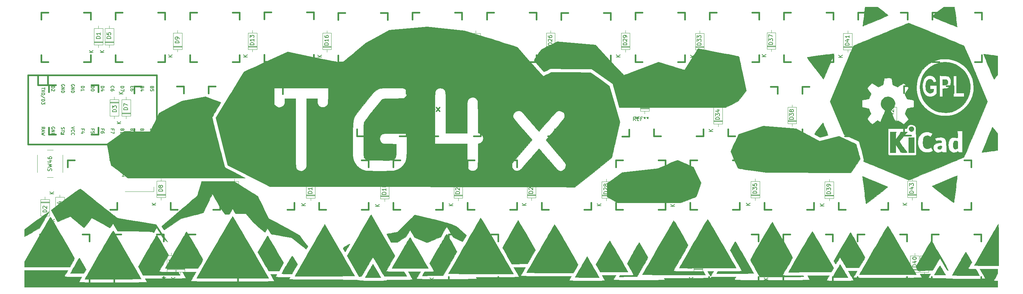
<source format=gbr>
G04 #@! TF.GenerationSoftware,KiCad,Pcbnew,(5.0.2)-1*
G04 #@! TF.CreationDate,2019-02-25T14:49:11-05:00*
G04 #@! TF.ProjectId,TG4x,54473478-2e6b-4696-9361-645f70636258,rev?*
G04 #@! TF.SameCoordinates,Original*
G04 #@! TF.FileFunction,Legend,Top*
G04 #@! TF.FilePolarity,Positive*
%FSLAX46Y46*%
G04 Gerber Fmt 4.6, Leading zero omitted, Abs format (unit mm)*
G04 Created by KiCad (PCBNEW (5.0.2)-1) date 2/25/2019 2:49:11 PM*
%MOMM*%
%LPD*%
G01*
G04 APERTURE LIST*
%ADD10C,0.300000*%
%ADD11C,0.381000*%
%ADD12C,0.120000*%
%ADD13C,0.150000*%
%ADD14C,0.010000*%
G04 APERTURE END LIST*
D10*
X126238285Y-66734571D02*
X126809714Y-66734571D01*
X126452571Y-66234571D02*
X126452571Y-67520285D01*
X126524000Y-67663142D01*
X126666857Y-67734571D01*
X126809714Y-67734571D01*
X127952571Y-66734571D02*
X127952571Y-67948857D01*
X127881142Y-68091714D01*
X127809714Y-68163142D01*
X127666857Y-68234571D01*
X127452571Y-68234571D01*
X127309714Y-68163142D01*
X127952571Y-67663142D02*
X127809714Y-67734571D01*
X127524000Y-67734571D01*
X127381142Y-67663142D01*
X127309714Y-67591714D01*
X127238285Y-67448857D01*
X127238285Y-67020285D01*
X127309714Y-66877428D01*
X127381142Y-66806000D01*
X127524000Y-66734571D01*
X127809714Y-66734571D01*
X127952571Y-66806000D01*
X129309714Y-66734571D02*
X129309714Y-67734571D01*
X128952571Y-66163142D02*
X128595428Y-67234571D01*
X129524000Y-67234571D01*
X129952571Y-67734571D02*
X130738285Y-66734571D01*
X129952571Y-66734571D02*
X130738285Y-67734571D01*
D11*
G04 #@! TO.C,SW5*
X47548800Y-42341800D02*
X49326800Y-42341800D01*
X58470800Y-42341800D02*
X60248800Y-42341800D01*
X60248800Y-42341800D02*
X60248800Y-44119800D01*
X60248800Y-53263800D02*
X60248800Y-55041800D01*
X60248800Y-55041800D02*
X58470800Y-55041800D01*
X49326800Y-55041800D02*
X47548800Y-55041800D01*
X47548800Y-55041800D02*
X47548800Y-53263800D01*
X47548800Y-44119800D02*
X47548800Y-42341800D01*
G04 #@! TO.C,SW13*
X85725000Y-42214800D02*
X87503000Y-42214800D01*
X96647000Y-42214800D02*
X98425000Y-42214800D01*
X98425000Y-42214800D02*
X98425000Y-43992800D01*
X98425000Y-53136800D02*
X98425000Y-54914800D01*
X98425000Y-54914800D02*
X96647000Y-54914800D01*
X87503000Y-54914800D02*
X85725000Y-54914800D01*
X85725000Y-54914800D02*
X85725000Y-53136800D01*
X85725000Y-43992800D02*
X85725000Y-42214800D01*
G04 #@! TO.C,SW23*
X142849600Y-42316400D02*
X144627600Y-42316400D01*
X153771600Y-42316400D02*
X155549600Y-42316400D01*
X155549600Y-42316400D02*
X155549600Y-44094400D01*
X155549600Y-53238400D02*
X155549600Y-55016400D01*
X155549600Y-55016400D02*
X153771600Y-55016400D01*
X144627600Y-55016400D02*
X142849600Y-55016400D01*
X142849600Y-55016400D02*
X142849600Y-53238400D01*
X142849600Y-44094400D02*
X142849600Y-42316400D01*
G04 #@! TO.C,SW19*
X123748800Y-42291000D02*
X125526800Y-42291000D01*
X134670800Y-42291000D02*
X136448800Y-42291000D01*
X136448800Y-42291000D02*
X136448800Y-44069000D01*
X136448800Y-53213000D02*
X136448800Y-54991000D01*
X136448800Y-54991000D02*
X134670800Y-54991000D01*
X125526800Y-54991000D02*
X123748800Y-54991000D01*
X123748800Y-54991000D02*
X123748800Y-53213000D01*
X123748800Y-44069000D02*
X123748800Y-42291000D01*
G04 #@! TO.C,SW37*
X219075000Y-42316400D02*
X220853000Y-42316400D01*
X229997000Y-42316400D02*
X231775000Y-42316400D01*
X231775000Y-42316400D02*
X231775000Y-44094400D01*
X231775000Y-53238400D02*
X231775000Y-55016400D01*
X231775000Y-55016400D02*
X229997000Y-55016400D01*
X220853000Y-55016400D02*
X219075000Y-55016400D01*
X219075000Y-55016400D02*
X219075000Y-53238400D01*
X219075000Y-44094400D02*
X219075000Y-42316400D01*
G04 #@! TO.C,SW2*
X28194000Y-99314000D02*
X29972000Y-99314000D01*
X39116000Y-99314000D02*
X40894000Y-99314000D01*
X40894000Y-99314000D02*
X40894000Y-101092000D01*
X40894000Y-110236000D02*
X40894000Y-112014000D01*
X40894000Y-112014000D02*
X39116000Y-112014000D01*
X29972000Y-112014000D02*
X28194000Y-112014000D01*
X28194000Y-112014000D02*
X28194000Y-110236000D01*
X28194000Y-101092000D02*
X28194000Y-99314000D01*
G04 #@! TO.C,SW40*
X237998000Y-99314000D02*
X239776000Y-99314000D01*
X248920000Y-99314000D02*
X250698000Y-99314000D01*
X250698000Y-99314000D02*
X250698000Y-101092000D01*
X250698000Y-110236000D02*
X250698000Y-112014000D01*
X250698000Y-112014000D02*
X248920000Y-112014000D01*
X239776000Y-112014000D02*
X237998000Y-112014000D01*
X237998000Y-112014000D02*
X237998000Y-110236000D01*
X237998000Y-101092000D02*
X237998000Y-99314000D01*
D12*
G04 #@! TO.C,SW46*
X27520000Y-78914500D02*
X27520000Y-83414500D01*
X31520000Y-77664500D02*
X30020000Y-77664500D01*
X34020000Y-83414500D02*
X34020000Y-78914500D01*
X30020000Y-84664500D02*
X31520000Y-84664500D01*
D11*
G04 #@! TO.C,U1*
X30226000Y-60960000D02*
X30226000Y-58420000D01*
X27686000Y-60960000D02*
X30226000Y-60960000D01*
D13*
G36*
X33975030Y-73354635D02*
X34075030Y-73354635D01*
X34075030Y-73454635D01*
X33975030Y-73454635D01*
X33975030Y-73354635D01*
G37*
X33975030Y-73354635D02*
X34075030Y-73354635D01*
X34075030Y-73454635D01*
X33975030Y-73454635D01*
X33975030Y-73354635D01*
G36*
X33575030Y-73554635D02*
X34375030Y-73554635D01*
X34375030Y-73654635D01*
X33575030Y-73654635D01*
X33575030Y-73554635D01*
G37*
X33575030Y-73554635D02*
X34375030Y-73554635D01*
X34375030Y-73654635D01*
X33575030Y-73654635D01*
X33575030Y-73554635D01*
G36*
X34175030Y-73154635D02*
X34375030Y-73154635D01*
X34375030Y-73254635D01*
X34175030Y-73254635D01*
X34175030Y-73154635D01*
G37*
X34175030Y-73154635D02*
X34375030Y-73154635D01*
X34375030Y-73254635D01*
X34175030Y-73254635D01*
X34175030Y-73154635D01*
G36*
X33575030Y-73154635D02*
X33875030Y-73154635D01*
X33875030Y-73254635D01*
X33575030Y-73254635D01*
X33575030Y-73154635D01*
G37*
X33575030Y-73154635D02*
X33875030Y-73154635D01*
X33875030Y-73254635D01*
X33575030Y-73254635D01*
X33575030Y-73154635D01*
G36*
X33575030Y-73154635D02*
X33675030Y-73154635D01*
X33675030Y-73654635D01*
X33575030Y-73654635D01*
X33575030Y-73154635D01*
G37*
X33575030Y-73154635D02*
X33675030Y-73154635D01*
X33675030Y-73654635D01*
X33575030Y-73654635D01*
X33575030Y-73154635D01*
D11*
X58166000Y-76200000D02*
X25146000Y-76200000D01*
X58166000Y-58420000D02*
X58166000Y-76200000D01*
X25146000Y-58420000D02*
X58166000Y-58420000D01*
X25146000Y-76200000D02*
X25146000Y-58420000D01*
X27686000Y-60960000D02*
X27686000Y-58420000D01*
G04 #@! TO.C,SW22*
X133096000Y-99314000D02*
X134874000Y-99314000D01*
X144018000Y-99314000D02*
X145796000Y-99314000D01*
X145796000Y-99314000D02*
X145796000Y-101092000D01*
X145796000Y-110236000D02*
X145796000Y-112014000D01*
X145796000Y-112014000D02*
X144018000Y-112014000D01*
X134874000Y-112014000D02*
X133096000Y-112014000D01*
X133096000Y-112014000D02*
X133096000Y-110236000D01*
X133096000Y-101092000D02*
X133096000Y-99314000D01*
G04 #@! TO.C,SW11*
X71424800Y-61290200D02*
X73202800Y-61290200D01*
X82346800Y-61290200D02*
X84124800Y-61290200D01*
X84124800Y-61290200D02*
X84124800Y-63068200D01*
X84124800Y-72212200D02*
X84124800Y-73990200D01*
X84124800Y-73990200D02*
X82346800Y-73990200D01*
X73202800Y-73990200D02*
X71424800Y-73990200D01*
X71424800Y-73990200D02*
X71424800Y-72212200D01*
X71424800Y-63068200D02*
X71424800Y-61290200D01*
G04 #@! TO.C,SW8*
X61722000Y-80264000D02*
X63500000Y-80264000D01*
X72644000Y-80264000D02*
X74422000Y-80264000D01*
X74422000Y-80264000D02*
X74422000Y-82042000D01*
X74422000Y-91186000D02*
X74422000Y-92964000D01*
X74422000Y-92964000D02*
X72644000Y-92964000D01*
X63500000Y-92964000D02*
X61722000Y-92964000D01*
X61722000Y-92964000D02*
X61722000Y-91186000D01*
X61722000Y-82042000D02*
X61722000Y-80264000D01*
G04 #@! TO.C,SW7*
X52349400Y-61290200D02*
X54127400Y-61290200D01*
X63271400Y-61290200D02*
X65049400Y-61290200D01*
X65049400Y-61290200D02*
X65049400Y-63068200D01*
X65049400Y-72212200D02*
X65049400Y-73990200D01*
X65049400Y-73990200D02*
X63271400Y-73990200D01*
X54127400Y-73990200D02*
X52349400Y-73990200D01*
X52349400Y-73990200D02*
X52349400Y-72212200D01*
X52349400Y-63068200D02*
X52349400Y-61290200D01*
G04 #@! TO.C,SW43*
X254508000Y-80264000D02*
X256286000Y-80264000D01*
X265430000Y-80264000D02*
X267208000Y-80264000D01*
X267208000Y-80264000D02*
X267208000Y-82042000D01*
X267208000Y-91186000D02*
X267208000Y-92964000D01*
X267208000Y-92964000D02*
X265430000Y-92964000D01*
X256286000Y-92964000D02*
X254508000Y-92964000D01*
X254508000Y-92964000D02*
X254508000Y-91186000D01*
X254508000Y-82042000D02*
X254508000Y-80264000D01*
G04 #@! TO.C,SW42*
X249936000Y-61214000D02*
X251714000Y-61214000D01*
X260858000Y-61214000D02*
X262636000Y-61214000D01*
X262636000Y-61214000D02*
X262636000Y-62992000D01*
X262636000Y-72136000D02*
X262636000Y-73914000D01*
X262636000Y-73914000D02*
X260858000Y-73914000D01*
X251714000Y-73914000D02*
X249936000Y-73914000D01*
X249936000Y-73914000D02*
X249936000Y-72136000D01*
X249936000Y-62992000D02*
X249936000Y-61214000D01*
G04 #@! TO.C,SW3*
X30480000Y-60960000D02*
X32258000Y-60960000D01*
X41402000Y-60960000D02*
X43180000Y-60960000D01*
X43180000Y-60960000D02*
X43180000Y-62738000D01*
X43180000Y-71882000D02*
X43180000Y-73660000D01*
X43180000Y-73660000D02*
X41402000Y-73660000D01*
X32258000Y-73660000D02*
X30480000Y-73660000D01*
X30480000Y-73660000D02*
X30480000Y-71882000D01*
X30480000Y-62738000D02*
X30480000Y-60960000D01*
G04 #@! TO.C,SW4*
X35306000Y-82042000D02*
X35306000Y-80264000D01*
X35306000Y-92964000D02*
X35306000Y-91186000D01*
X37084000Y-92964000D02*
X35306000Y-92964000D01*
X48006000Y-92964000D02*
X46228000Y-92964000D01*
X48006000Y-91186000D02*
X48006000Y-92964000D01*
X48006000Y-80264000D02*
X48006000Y-82042000D01*
X46228000Y-80264000D02*
X48006000Y-80264000D01*
X35306000Y-80264000D02*
X37084000Y-80264000D01*
G04 #@! TO.C,SW30*
X185750200Y-61391800D02*
X187528200Y-61391800D01*
X196672200Y-61391800D02*
X198450200Y-61391800D01*
X198450200Y-61391800D02*
X198450200Y-63169800D01*
X198450200Y-72313800D02*
X198450200Y-74091800D01*
X198450200Y-74091800D02*
X196672200Y-74091800D01*
X187528200Y-74091800D02*
X185750200Y-74091800D01*
X185750200Y-74091800D02*
X185750200Y-72313800D01*
X185750200Y-63169800D02*
X185750200Y-61391800D01*
G04 #@! TO.C,SW12*
X80772000Y-80264000D02*
X82550000Y-80264000D01*
X91694000Y-80264000D02*
X93472000Y-80264000D01*
X93472000Y-80264000D02*
X93472000Y-82042000D01*
X93472000Y-91186000D02*
X93472000Y-92964000D01*
X93472000Y-92964000D02*
X91694000Y-92964000D01*
X82550000Y-92964000D02*
X80772000Y-92964000D01*
X80772000Y-92964000D02*
X80772000Y-91186000D01*
X80772000Y-82042000D02*
X80772000Y-80264000D01*
G04 #@! TO.C,SW38*
X223850200Y-61391800D02*
X225628200Y-61391800D01*
X234772200Y-61391800D02*
X236550200Y-61391800D01*
X236550200Y-61391800D02*
X236550200Y-63169800D01*
X236550200Y-72313800D02*
X236550200Y-74091800D01*
X236550200Y-74091800D02*
X234772200Y-74091800D01*
X225628200Y-74091800D02*
X223850200Y-74091800D01*
X223850200Y-74091800D02*
X223850200Y-72313800D01*
X223850200Y-63169800D02*
X223850200Y-61391800D01*
G04 #@! TO.C,SW20*
X128574800Y-61366400D02*
X130352800Y-61366400D01*
X139496800Y-61366400D02*
X141274800Y-61366400D01*
X141274800Y-61366400D02*
X141274800Y-63144400D01*
X141274800Y-72288400D02*
X141274800Y-74066400D01*
X141274800Y-74066400D02*
X139496800Y-74066400D01*
X130352800Y-74066400D02*
X128574800Y-74066400D01*
X128574800Y-74066400D02*
X128574800Y-72288400D01*
X128574800Y-63144400D02*
X128574800Y-61366400D01*
G04 #@! TO.C,SW15*
X99822000Y-80264000D02*
X101600000Y-80264000D01*
X110744000Y-80264000D02*
X112522000Y-80264000D01*
X112522000Y-80264000D02*
X112522000Y-82042000D01*
X112522000Y-91186000D02*
X112522000Y-92964000D01*
X112522000Y-92964000D02*
X110744000Y-92964000D01*
X101600000Y-92964000D02*
X99822000Y-92964000D01*
X99822000Y-92964000D02*
X99822000Y-91186000D01*
X99822000Y-82042000D02*
X99822000Y-80264000D01*
G04 #@! TO.C,SW14*
X90474800Y-61442600D02*
X92252800Y-61442600D01*
X101396800Y-61442600D02*
X103174800Y-61442600D01*
X103174800Y-61442600D02*
X103174800Y-63220600D01*
X103174800Y-72364600D02*
X103174800Y-74142600D01*
X103174800Y-74142600D02*
X101396800Y-74142600D01*
X92252800Y-74142600D02*
X90474800Y-74142600D01*
X90474800Y-74142600D02*
X90474800Y-72364600D01*
X90474800Y-63220600D02*
X90474800Y-61442600D01*
G04 #@! TO.C,SW18*
X118872000Y-80264000D02*
X120650000Y-80264000D01*
X129794000Y-80264000D02*
X131572000Y-80264000D01*
X131572000Y-80264000D02*
X131572000Y-82042000D01*
X131572000Y-91186000D02*
X131572000Y-92964000D01*
X131572000Y-92964000D02*
X129794000Y-92964000D01*
X120650000Y-92964000D02*
X118872000Y-92964000D01*
X118872000Y-92964000D02*
X118872000Y-91186000D01*
X118872000Y-82042000D02*
X118872000Y-80264000D01*
G04 #@! TO.C,SW21*
X137922000Y-80264000D02*
X139700000Y-80264000D01*
X148844000Y-80264000D02*
X150622000Y-80264000D01*
X150622000Y-80264000D02*
X150622000Y-82042000D01*
X150622000Y-91186000D02*
X150622000Y-92964000D01*
X150622000Y-92964000D02*
X148844000Y-92964000D01*
X139700000Y-92964000D02*
X137922000Y-92964000D01*
X137922000Y-92964000D02*
X137922000Y-91186000D01*
X137922000Y-82042000D02*
X137922000Y-80264000D01*
G04 #@! TO.C,SW36*
X218948000Y-99314000D02*
X220726000Y-99314000D01*
X229870000Y-99314000D02*
X231648000Y-99314000D01*
X231648000Y-99314000D02*
X231648000Y-101092000D01*
X231648000Y-110236000D02*
X231648000Y-112014000D01*
X231648000Y-112014000D02*
X229870000Y-112014000D01*
X220726000Y-112014000D02*
X218948000Y-112014000D01*
X218948000Y-112014000D02*
X218948000Y-110236000D01*
X218948000Y-101092000D02*
X218948000Y-99314000D01*
G04 #@! TO.C,SW27*
X166674800Y-61417200D02*
X168452800Y-61417200D01*
X177596800Y-61417200D02*
X179374800Y-61417200D01*
X179374800Y-61417200D02*
X179374800Y-63195200D01*
X179374800Y-72339200D02*
X179374800Y-74117200D01*
X179374800Y-74117200D02*
X177596800Y-74117200D01*
X168452800Y-74117200D02*
X166674800Y-74117200D01*
X166674800Y-74117200D02*
X166674800Y-72339200D01*
X166674800Y-63195200D02*
X166674800Y-61417200D01*
G04 #@! TO.C,SW33*
X200025000Y-42316400D02*
X201803000Y-42316400D01*
X210947000Y-42316400D02*
X212725000Y-42316400D01*
X212725000Y-42316400D02*
X212725000Y-44094400D01*
X212725000Y-53238400D02*
X212725000Y-55016400D01*
X212725000Y-55016400D02*
X210947000Y-55016400D01*
X201803000Y-55016400D02*
X200025000Y-55016400D01*
X200025000Y-55016400D02*
X200025000Y-53238400D01*
X200025000Y-44094400D02*
X200025000Y-42316400D01*
G04 #@! TO.C,SW9*
X66675000Y-42341800D02*
X68453000Y-42341800D01*
X77597000Y-42341800D02*
X79375000Y-42341800D01*
X79375000Y-42341800D02*
X79375000Y-44119800D01*
X79375000Y-53263800D02*
X79375000Y-55041800D01*
X79375000Y-55041800D02*
X77597000Y-55041800D01*
X68453000Y-55041800D02*
X66675000Y-55041800D01*
X66675000Y-55041800D02*
X66675000Y-53263800D01*
X66675000Y-44119800D02*
X66675000Y-42341800D01*
G04 #@! TO.C,SW32*
X199898000Y-99314000D02*
X201676000Y-99314000D01*
X210820000Y-99314000D02*
X212598000Y-99314000D01*
X212598000Y-99314000D02*
X212598000Y-101092000D01*
X212598000Y-110236000D02*
X212598000Y-112014000D01*
X212598000Y-112014000D02*
X210820000Y-112014000D01*
X201676000Y-112014000D02*
X199898000Y-112014000D01*
X199898000Y-112014000D02*
X199898000Y-110236000D01*
X199898000Y-101092000D02*
X199898000Y-99314000D01*
G04 #@! TO.C,SW17*
X109550200Y-61341000D02*
X111328200Y-61341000D01*
X120472200Y-61341000D02*
X122250200Y-61341000D01*
X122250200Y-61341000D02*
X122250200Y-63119000D01*
X122250200Y-72263000D02*
X122250200Y-74041000D01*
X122250200Y-74041000D02*
X120472200Y-74041000D01*
X111328200Y-74041000D02*
X109550200Y-74041000D01*
X109550200Y-74041000D02*
X109550200Y-72263000D01*
X109550200Y-63119000D02*
X109550200Y-61341000D01*
G04 #@! TO.C,SW31*
X195072000Y-80264000D02*
X196850000Y-80264000D01*
X205994000Y-80264000D02*
X207772000Y-80264000D01*
X207772000Y-80264000D02*
X207772000Y-82042000D01*
X207772000Y-91186000D02*
X207772000Y-92964000D01*
X207772000Y-92964000D02*
X205994000Y-92964000D01*
X196850000Y-92964000D02*
X195072000Y-92964000D01*
X195072000Y-92964000D02*
X195072000Y-91186000D01*
X195072000Y-82042000D02*
X195072000Y-80264000D01*
G04 #@! TO.C,SW16*
X104698800Y-42367200D02*
X106476800Y-42367200D01*
X115620800Y-42367200D02*
X117398800Y-42367200D01*
X117398800Y-42367200D02*
X117398800Y-44145200D01*
X117398800Y-53289200D02*
X117398800Y-55067200D01*
X117398800Y-55067200D02*
X115620800Y-55067200D01*
X106476800Y-55067200D02*
X104698800Y-55067200D01*
X104698800Y-55067200D02*
X104698800Y-53289200D01*
X104698800Y-44145200D02*
X104698800Y-42367200D01*
G04 #@! TO.C,SW28*
X176022000Y-80264000D02*
X177800000Y-80264000D01*
X186944000Y-80264000D02*
X188722000Y-80264000D01*
X188722000Y-80264000D02*
X188722000Y-82042000D01*
X188722000Y-91186000D02*
X188722000Y-92964000D01*
X188722000Y-92964000D02*
X186944000Y-92964000D01*
X177800000Y-92964000D02*
X176022000Y-92964000D01*
X176022000Y-92964000D02*
X176022000Y-91186000D01*
X176022000Y-82042000D02*
X176022000Y-80264000D01*
G04 #@! TO.C,SW10*
X66294000Y-99314000D02*
X68072000Y-99314000D01*
X77216000Y-99314000D02*
X78994000Y-99314000D01*
X78994000Y-99314000D02*
X78994000Y-101092000D01*
X78994000Y-110236000D02*
X78994000Y-112014000D01*
X78994000Y-112014000D02*
X77216000Y-112014000D01*
X68072000Y-112014000D02*
X66294000Y-112014000D01*
X66294000Y-112014000D02*
X66294000Y-110236000D01*
X66294000Y-101092000D02*
X66294000Y-99314000D01*
G04 #@! TO.C,SW35*
X214122000Y-80264000D02*
X215900000Y-80264000D01*
X225044000Y-80264000D02*
X226822000Y-80264000D01*
X226822000Y-80264000D02*
X226822000Y-82042000D01*
X226822000Y-91186000D02*
X226822000Y-92964000D01*
X226822000Y-92964000D02*
X225044000Y-92964000D01*
X215900000Y-92964000D02*
X214122000Y-92964000D01*
X214122000Y-92964000D02*
X214122000Y-91186000D01*
X214122000Y-82042000D02*
X214122000Y-80264000D01*
G04 #@! TO.C,SW24*
X147624800Y-61391800D02*
X149402800Y-61391800D01*
X158546800Y-61391800D02*
X160324800Y-61391800D01*
X160324800Y-61391800D02*
X160324800Y-63169800D01*
X160324800Y-72313800D02*
X160324800Y-74091800D01*
X160324800Y-74091800D02*
X158546800Y-74091800D01*
X149402800Y-74091800D02*
X147624800Y-74091800D01*
X147624800Y-74091800D02*
X147624800Y-72313800D01*
X147624800Y-63169800D02*
X147624800Y-61391800D01*
G04 #@! TO.C,SW1*
X28524200Y-42291000D02*
X30302200Y-42291000D01*
X39446200Y-42291000D02*
X41224200Y-42291000D01*
X41224200Y-42291000D02*
X41224200Y-44069000D01*
X41224200Y-53213000D02*
X41224200Y-54991000D01*
X41224200Y-54991000D02*
X39446200Y-54991000D01*
X30302200Y-54991000D02*
X28524200Y-54991000D01*
X28524200Y-54991000D02*
X28524200Y-53213000D01*
X28524200Y-44069000D02*
X28524200Y-42291000D01*
G04 #@! TO.C,SW26*
X161950400Y-42367200D02*
X163728400Y-42367200D01*
X172872400Y-42367200D02*
X174650400Y-42367200D01*
X174650400Y-42367200D02*
X174650400Y-44145200D01*
X174650400Y-53289200D02*
X174650400Y-55067200D01*
X174650400Y-55067200D02*
X172872400Y-55067200D01*
X163728400Y-55067200D02*
X161950400Y-55067200D01*
X161950400Y-55067200D02*
X161950400Y-53289200D01*
X161950400Y-44145200D02*
X161950400Y-42367200D01*
G04 #@! TO.C,SW29*
X180949600Y-42291000D02*
X182727600Y-42291000D01*
X191871600Y-42291000D02*
X193649600Y-42291000D01*
X193649600Y-42291000D02*
X193649600Y-44069000D01*
X193649600Y-53213000D02*
X193649600Y-54991000D01*
X193649600Y-54991000D02*
X191871600Y-54991000D01*
X182727600Y-54991000D02*
X180949600Y-54991000D01*
X180949600Y-54991000D02*
X180949600Y-53213000D01*
X180949600Y-44069000D02*
X180949600Y-42291000D01*
G04 #@! TO.C,SW41*
X238125000Y-42341800D02*
X239903000Y-42341800D01*
X249047000Y-42341800D02*
X250825000Y-42341800D01*
X250825000Y-42341800D02*
X250825000Y-44119800D01*
X250825000Y-53263800D02*
X250825000Y-55041800D01*
X250825000Y-55041800D02*
X249047000Y-55041800D01*
X239903000Y-55041800D02*
X238125000Y-55041800D01*
X238125000Y-55041800D02*
X238125000Y-53263800D01*
X238125000Y-44119800D02*
X238125000Y-42341800D01*
G04 #@! TO.C,SW25*
X156972000Y-80264000D02*
X158750000Y-80264000D01*
X167894000Y-80264000D02*
X169672000Y-80264000D01*
X169672000Y-80264000D02*
X169672000Y-82042000D01*
X169672000Y-91186000D02*
X169672000Y-92964000D01*
X169672000Y-92964000D02*
X167894000Y-92964000D01*
X158750000Y-92964000D02*
X156972000Y-92964000D01*
X156972000Y-92964000D02*
X156972000Y-91186000D01*
X156972000Y-82042000D02*
X156972000Y-80264000D01*
G04 #@! TO.C,SW34*
X204800200Y-61341000D02*
X206578200Y-61341000D01*
X215722200Y-61341000D02*
X217500200Y-61341000D01*
X217500200Y-61341000D02*
X217500200Y-63119000D01*
X217500200Y-72263000D02*
X217500200Y-74041000D01*
X217500200Y-74041000D02*
X215722200Y-74041000D01*
X206578200Y-74041000D02*
X204800200Y-74041000D01*
X204800200Y-74041000D02*
X204800200Y-72263000D01*
X204800200Y-63119000D02*
X204800200Y-61341000D01*
G04 #@! TO.C,SW39*
X233172000Y-80264000D02*
X234950000Y-80264000D01*
X244094000Y-80264000D02*
X245872000Y-80264000D01*
X245872000Y-80264000D02*
X245872000Y-82042000D01*
X245872000Y-91186000D02*
X245872000Y-92964000D01*
X245872000Y-92964000D02*
X244094000Y-92964000D01*
X234950000Y-92964000D02*
X233172000Y-92964000D01*
X233172000Y-92964000D02*
X233172000Y-91186000D01*
X233172000Y-82042000D02*
X233172000Y-80264000D01*
G04 #@! TO.C,SW45*
X257200400Y-42341800D02*
X258978400Y-42341800D01*
X268122400Y-42341800D02*
X269900400Y-42341800D01*
X269900400Y-42341800D02*
X269900400Y-44119800D01*
X269900400Y-53263800D02*
X269900400Y-55041800D01*
X269900400Y-55041800D02*
X268122400Y-55041800D01*
X258978400Y-55041800D02*
X257200400Y-55041800D01*
X257200400Y-55041800D02*
X257200400Y-53263800D01*
X257200400Y-44119800D02*
X257200400Y-42341800D01*
G04 #@! TO.C,SW44*
X257048000Y-99314000D02*
X258826000Y-99314000D01*
X267970000Y-99314000D02*
X269748000Y-99314000D01*
X269748000Y-99314000D02*
X269748000Y-101092000D01*
X269748000Y-110236000D02*
X269748000Y-112014000D01*
X269748000Y-112014000D02*
X267970000Y-112014000D01*
X258826000Y-112014000D02*
X257048000Y-112014000D01*
X257048000Y-112014000D02*
X257048000Y-110236000D01*
X257048000Y-101092000D02*
X257048000Y-99314000D01*
G04 #@! TO.C,SW6*
X47244000Y-99314000D02*
X49022000Y-99314000D01*
X58166000Y-99314000D02*
X59944000Y-99314000D01*
X59944000Y-99314000D02*
X59944000Y-101092000D01*
X59944000Y-110236000D02*
X59944000Y-112014000D01*
X59944000Y-112014000D02*
X58166000Y-112014000D01*
X49022000Y-112014000D02*
X47244000Y-112014000D01*
X47244000Y-112014000D02*
X47244000Y-110236000D01*
X47244000Y-101092000D02*
X47244000Y-99314000D01*
D12*
G04 #@! TO.C,D7*
X49172000Y-68922000D02*
X51412000Y-68922000D01*
X51412000Y-68922000D02*
X51412000Y-64682000D01*
X51412000Y-64682000D02*
X49172000Y-64682000D01*
X49172000Y-64682000D02*
X49172000Y-68922000D01*
X50292000Y-69572000D02*
X50292000Y-68922000D01*
X50292000Y-64032000D02*
X50292000Y-64682000D01*
X49172000Y-68202000D02*
X51412000Y-68202000D01*
X49172000Y-68082000D02*
X51412000Y-68082000D01*
X49172000Y-68322000D02*
X51412000Y-68322000D01*
G04 #@! TO.C,D39*
X229613600Y-89429400D02*
X231853600Y-89429400D01*
X229613600Y-89189400D02*
X231853600Y-89189400D01*
X229613600Y-89309400D02*
X231853600Y-89309400D01*
X230733600Y-85139400D02*
X230733600Y-85789400D01*
X230733600Y-90679400D02*
X230733600Y-90029400D01*
X229613600Y-85789400D02*
X229613600Y-90029400D01*
X231853600Y-85789400D02*
X229613600Y-85789400D01*
X231853600Y-90029400D02*
X231853600Y-85789400D01*
X229613600Y-90029400D02*
X231853600Y-90029400D01*
G04 #@! TO.C,D1*
X42060000Y-50634000D02*
X44300000Y-50634000D01*
X44300000Y-50634000D02*
X44300000Y-46394000D01*
X44300000Y-46394000D02*
X42060000Y-46394000D01*
X42060000Y-46394000D02*
X42060000Y-50634000D01*
X43180000Y-51284000D02*
X43180000Y-50634000D01*
X43180000Y-45744000D02*
X43180000Y-46394000D01*
X42060000Y-49914000D02*
X44300000Y-49914000D01*
X42060000Y-49794000D02*
X44300000Y-49794000D01*
X42060000Y-50034000D02*
X44300000Y-50034000D01*
G04 #@! TO.C,D6*
X60729000Y-108927000D02*
X62969000Y-108927000D01*
X62969000Y-108927000D02*
X62969000Y-104687000D01*
X62969000Y-104687000D02*
X60729000Y-104687000D01*
X60729000Y-104687000D02*
X60729000Y-108927000D01*
X61849000Y-109577000D02*
X61849000Y-108927000D01*
X61849000Y-104037000D02*
X61849000Y-104687000D01*
X60729000Y-108207000D02*
X62969000Y-108207000D01*
X60729000Y-108087000D02*
X62969000Y-108087000D01*
X60729000Y-108327000D02*
X62969000Y-108327000D01*
G04 #@! TO.C,D8*
X58138200Y-89851600D02*
X60378200Y-89851600D01*
X60378200Y-89851600D02*
X60378200Y-85611600D01*
X60378200Y-85611600D02*
X58138200Y-85611600D01*
X58138200Y-85611600D02*
X58138200Y-89851600D01*
X59258200Y-90501600D02*
X59258200Y-89851600D01*
X59258200Y-84961600D02*
X59258200Y-85611600D01*
X58138200Y-89131600D02*
X60378200Y-89131600D01*
X58138200Y-89011600D02*
X60378200Y-89011600D01*
X58138200Y-89251600D02*
X60378200Y-89251600D01*
G04 #@! TO.C,D10*
X63116600Y-108327000D02*
X65356600Y-108327000D01*
X63116600Y-108087000D02*
X65356600Y-108087000D01*
X63116600Y-108207000D02*
X65356600Y-108207000D01*
X64236600Y-104037000D02*
X64236600Y-104687000D01*
X64236600Y-109577000D02*
X64236600Y-108927000D01*
X63116600Y-104687000D02*
X63116600Y-108927000D01*
X65356600Y-104687000D02*
X63116600Y-104687000D01*
X65356600Y-108927000D02*
X65356600Y-104687000D01*
X63116600Y-108927000D02*
X65356600Y-108927000D01*
G04 #@! TO.C,D2*
X30584000Y-90936000D02*
X28344000Y-90936000D01*
X30584000Y-91176000D02*
X28344000Y-91176000D01*
X30584000Y-91056000D02*
X28344000Y-91056000D01*
X29464000Y-95226000D02*
X29464000Y-94576000D01*
X29464000Y-89686000D02*
X29464000Y-90336000D01*
X30584000Y-94576000D02*
X30584000Y-90336000D01*
X28344000Y-94576000D02*
X30584000Y-94576000D01*
X28344000Y-90336000D02*
X28344000Y-94576000D01*
X30584000Y-90336000D02*
X28344000Y-90336000D01*
G04 #@! TO.C,D43*
X250873400Y-89251600D02*
X253113400Y-89251600D01*
X250873400Y-89011600D02*
X253113400Y-89011600D01*
X250873400Y-89131600D02*
X253113400Y-89131600D01*
X251993400Y-84961600D02*
X251993400Y-85611600D01*
X251993400Y-90501600D02*
X251993400Y-89851600D01*
X250873400Y-85611600D02*
X250873400Y-89851600D01*
X253113400Y-85611600D02*
X250873400Y-85611600D01*
X253113400Y-89851600D02*
X253113400Y-85611600D01*
X250873400Y-89851600D02*
X253113400Y-89851600D01*
G04 #@! TO.C,D42*
X245793400Y-70277800D02*
X248033400Y-70277800D01*
X245793400Y-70037800D02*
X248033400Y-70037800D01*
X245793400Y-70157800D02*
X248033400Y-70157800D01*
X246913400Y-65987800D02*
X246913400Y-66637800D01*
X246913400Y-71527800D02*
X246913400Y-70877800D01*
X245793400Y-66637800D02*
X245793400Y-70877800D01*
X248033400Y-66637800D02*
X245793400Y-66637800D01*
X248033400Y-70877800D02*
X248033400Y-66637800D01*
X245793400Y-70877800D02*
X248033400Y-70877800D01*
G04 #@! TO.C,D38*
X220063200Y-70877800D02*
X222303200Y-70877800D01*
X222303200Y-70877800D02*
X222303200Y-66637800D01*
X222303200Y-66637800D02*
X220063200Y-66637800D01*
X220063200Y-66637800D02*
X220063200Y-70877800D01*
X221183200Y-71527800D02*
X221183200Y-70877800D01*
X221183200Y-65987800D02*
X221183200Y-66637800D01*
X220063200Y-70157800D02*
X222303200Y-70157800D01*
X220063200Y-70037800D02*
X222303200Y-70037800D01*
X220063200Y-70277800D02*
X222303200Y-70277800D01*
G04 #@! TO.C,D4*
X32154000Y-94004500D02*
X34394000Y-94004500D01*
X34394000Y-94004500D02*
X34394000Y-89764500D01*
X34394000Y-89764500D02*
X32154000Y-89764500D01*
X32154000Y-89764500D02*
X32154000Y-94004500D01*
X33274000Y-94654500D02*
X33274000Y-94004500D01*
X33274000Y-89114500D02*
X33274000Y-89764500D01*
X32154000Y-93284500D02*
X34394000Y-93284500D01*
X32154000Y-93164500D02*
X34394000Y-93164500D01*
X32154000Y-93404500D02*
X34394000Y-93404500D01*
G04 #@! TO.C,D5*
X44854000Y-50034000D02*
X47094000Y-50034000D01*
X44854000Y-49794000D02*
X47094000Y-49794000D01*
X44854000Y-49914000D02*
X47094000Y-49914000D01*
X45974000Y-45744000D02*
X45974000Y-46394000D01*
X45974000Y-51284000D02*
X45974000Y-50634000D01*
X44854000Y-46394000D02*
X44854000Y-50634000D01*
X47094000Y-46394000D02*
X44854000Y-46394000D01*
X47094000Y-50634000D02*
X47094000Y-46394000D01*
X44854000Y-50634000D02*
X47094000Y-50634000D01*
G04 #@! TO.C,D3*
X48364000Y-65282000D02*
X46124000Y-65282000D01*
X48364000Y-65522000D02*
X46124000Y-65522000D01*
X48364000Y-65402000D02*
X46124000Y-65402000D01*
X47244000Y-69572000D02*
X47244000Y-68922000D01*
X47244000Y-64032000D02*
X47244000Y-64682000D01*
X48364000Y-68922000D02*
X48364000Y-64682000D01*
X46124000Y-68922000D02*
X48364000Y-68922000D01*
X46124000Y-64682000D02*
X46124000Y-68922000D01*
X48364000Y-64682000D02*
X46124000Y-64682000D01*
G04 #@! TO.C,D9*
X62380000Y-51777000D02*
X64620000Y-51777000D01*
X64620000Y-51777000D02*
X64620000Y-47537000D01*
X64620000Y-47537000D02*
X62380000Y-47537000D01*
X62380000Y-47537000D02*
X62380000Y-51777000D01*
X63500000Y-52427000D02*
X63500000Y-51777000D01*
X63500000Y-46887000D02*
X63500000Y-47537000D01*
X62380000Y-51057000D02*
X64620000Y-51057000D01*
X62380000Y-50937000D02*
X64620000Y-50937000D01*
X62380000Y-51177000D02*
X64620000Y-51177000D01*
G04 #@! TO.C,D11*
X67561600Y-70506400D02*
X69801600Y-70506400D01*
X67561600Y-70266400D02*
X69801600Y-70266400D01*
X67561600Y-70386400D02*
X69801600Y-70386400D01*
X68681600Y-66216400D02*
X68681600Y-66866400D01*
X68681600Y-71756400D02*
X68681600Y-71106400D01*
X67561600Y-66866400D02*
X67561600Y-71106400D01*
X69801600Y-66866400D02*
X67561600Y-66866400D01*
X69801600Y-71106400D02*
X69801600Y-66866400D01*
X67561600Y-71106400D02*
X69801600Y-71106400D01*
G04 #@! TO.C,D13*
X81607800Y-51777000D02*
X83847800Y-51777000D01*
X83847800Y-51777000D02*
X83847800Y-47537000D01*
X83847800Y-47537000D02*
X81607800Y-47537000D01*
X81607800Y-47537000D02*
X81607800Y-51777000D01*
X82727800Y-52427000D02*
X82727800Y-51777000D01*
X82727800Y-46887000D02*
X82727800Y-47537000D01*
X81607800Y-51057000D02*
X83847800Y-51057000D01*
X81607800Y-50937000D02*
X83847800Y-50937000D01*
X81607800Y-51177000D02*
X83847800Y-51177000D01*
G04 #@! TO.C,D15*
X96517600Y-89953200D02*
X98757600Y-89953200D01*
X98757600Y-89953200D02*
X98757600Y-85713200D01*
X98757600Y-85713200D02*
X96517600Y-85713200D01*
X96517600Y-85713200D02*
X96517600Y-89953200D01*
X97637600Y-90603200D02*
X97637600Y-89953200D01*
X97637600Y-85063200D02*
X97637600Y-85713200D01*
X96517600Y-89233200D02*
X98757600Y-89233200D01*
X96517600Y-89113200D02*
X98757600Y-89113200D01*
X96517600Y-89353200D02*
X98757600Y-89353200D01*
G04 #@! TO.C,D16*
X100708600Y-51227800D02*
X102948600Y-51227800D01*
X100708600Y-50987800D02*
X102948600Y-50987800D01*
X100708600Y-51107800D02*
X102948600Y-51107800D01*
X101828600Y-46937800D02*
X101828600Y-47587800D01*
X101828600Y-52477800D02*
X101828600Y-51827800D01*
X100708600Y-47587800D02*
X100708600Y-51827800D01*
X102948600Y-47587800D02*
X100708600Y-47587800D01*
X102948600Y-51827800D02*
X102948600Y-47587800D01*
X100708600Y-51827800D02*
X102948600Y-51827800D01*
G04 #@! TO.C,D17*
X105585400Y-70903200D02*
X107825400Y-70903200D01*
X107825400Y-70903200D02*
X107825400Y-66663200D01*
X107825400Y-66663200D02*
X105585400Y-66663200D01*
X105585400Y-66663200D02*
X105585400Y-70903200D01*
X106705400Y-71553200D02*
X106705400Y-70903200D01*
X106705400Y-66013200D02*
X106705400Y-66663200D01*
X105585400Y-70183200D02*
X107825400Y-70183200D01*
X105585400Y-70063200D02*
X107825400Y-70063200D01*
X105585400Y-70303200D02*
X107825400Y-70303200D01*
G04 #@! TO.C,D18*
X115516800Y-89581800D02*
X117756800Y-89581800D01*
X115516800Y-89341800D02*
X117756800Y-89341800D01*
X115516800Y-89461800D02*
X117756800Y-89461800D01*
X116636800Y-85291800D02*
X116636800Y-85941800D01*
X116636800Y-90831800D02*
X116636800Y-90181800D01*
X115516800Y-85941800D02*
X115516800Y-90181800D01*
X117756800Y-85941800D02*
X115516800Y-85941800D01*
X117756800Y-90181800D02*
X117756800Y-85941800D01*
X115516800Y-90181800D02*
X117756800Y-90181800D01*
G04 #@! TO.C,D19*
X119885600Y-51802400D02*
X122125600Y-51802400D01*
X122125600Y-51802400D02*
X122125600Y-47562400D01*
X122125600Y-47562400D02*
X119885600Y-47562400D01*
X119885600Y-47562400D02*
X119885600Y-51802400D01*
X121005600Y-52452400D02*
X121005600Y-51802400D01*
X121005600Y-46912400D02*
X121005600Y-47562400D01*
X119885600Y-51082400D02*
X122125600Y-51082400D01*
X119885600Y-50962400D02*
X122125600Y-50962400D01*
X119885600Y-51202400D02*
X122125600Y-51202400D01*
G04 #@! TO.C,D22*
X129436000Y-108454000D02*
X131676000Y-108454000D01*
X129436000Y-108214000D02*
X131676000Y-108214000D01*
X129436000Y-108334000D02*
X131676000Y-108334000D01*
X130556000Y-104164000D02*
X130556000Y-104814000D01*
X130556000Y-109704000D02*
X130556000Y-109054000D01*
X129436000Y-104814000D02*
X129436000Y-109054000D01*
X131676000Y-104814000D02*
X129436000Y-104814000D01*
X131676000Y-109054000D02*
X131676000Y-104814000D01*
X129436000Y-109054000D02*
X131676000Y-109054000D01*
G04 #@! TO.C,D12*
X76883400Y-89327800D02*
X79123400Y-89327800D01*
X76883400Y-89087800D02*
X79123400Y-89087800D01*
X76883400Y-89207800D02*
X79123400Y-89207800D01*
X78003400Y-85037800D02*
X78003400Y-85687800D01*
X78003400Y-90577800D02*
X78003400Y-89927800D01*
X76883400Y-85687800D02*
X76883400Y-89927800D01*
X79123400Y-85687800D02*
X76883400Y-85687800D01*
X79123400Y-89927800D02*
X79123400Y-85687800D01*
X76883400Y-89927800D02*
X79123400Y-89927800D01*
G04 #@! TO.C,D23*
X138910200Y-51904000D02*
X141150200Y-51904000D01*
X141150200Y-51904000D02*
X141150200Y-47664000D01*
X141150200Y-47664000D02*
X138910200Y-47664000D01*
X138910200Y-47664000D02*
X138910200Y-51904000D01*
X140030200Y-52554000D02*
X140030200Y-51904000D01*
X140030200Y-47014000D02*
X140030200Y-47664000D01*
X138910200Y-51184000D02*
X141150200Y-51184000D01*
X138910200Y-51064000D02*
X141150200Y-51064000D01*
X138910200Y-51304000D02*
X141150200Y-51304000D01*
G04 #@! TO.C,D14*
X86764000Y-70252400D02*
X89004000Y-70252400D01*
X86764000Y-70012400D02*
X89004000Y-70012400D01*
X86764000Y-70132400D02*
X89004000Y-70132400D01*
X87884000Y-65962400D02*
X87884000Y-66612400D01*
X87884000Y-71502400D02*
X87884000Y-70852400D01*
X86764000Y-66612400D02*
X86764000Y-70852400D01*
X89004000Y-66612400D02*
X86764000Y-66612400D01*
X89004000Y-70852400D02*
X89004000Y-66612400D01*
X86764000Y-70852400D02*
X89004000Y-70852400D01*
G04 #@! TO.C,D25*
X153185000Y-89927800D02*
X155425000Y-89927800D01*
X155425000Y-89927800D02*
X155425000Y-85687800D01*
X155425000Y-85687800D02*
X153185000Y-85687800D01*
X153185000Y-85687800D02*
X153185000Y-89927800D01*
X154305000Y-90577800D02*
X154305000Y-89927800D01*
X154305000Y-85037800D02*
X154305000Y-85687800D01*
X153185000Y-89207800D02*
X155425000Y-89207800D01*
X153185000Y-89087800D02*
X155425000Y-89087800D01*
X153185000Y-89327800D02*
X155425000Y-89327800D01*
G04 #@! TO.C,D26*
X158112600Y-51227800D02*
X160352600Y-51227800D01*
X158112600Y-50987800D02*
X160352600Y-50987800D01*
X158112600Y-51107800D02*
X160352600Y-51107800D01*
X159232600Y-46937800D02*
X159232600Y-47587800D01*
X159232600Y-52477800D02*
X159232600Y-51827800D01*
X158112600Y-47587800D02*
X158112600Y-51827800D01*
X160352600Y-47587800D02*
X158112600Y-47587800D01*
X160352600Y-51827800D02*
X160352600Y-47587800D01*
X158112600Y-51827800D02*
X160352600Y-51827800D01*
G04 #@! TO.C,D20*
X124991000Y-66925000D02*
X127231000Y-66925000D01*
X124991000Y-66685000D02*
X127231000Y-66685000D01*
X124991000Y-66805000D02*
X127231000Y-66805000D01*
X126111000Y-62635000D02*
X126111000Y-63285000D01*
X126111000Y-68175000D02*
X126111000Y-67525000D01*
X124991000Y-63285000D02*
X124991000Y-67525000D01*
X127231000Y-63285000D02*
X124991000Y-63285000D01*
X127231000Y-67525000D02*
X127231000Y-63285000D01*
X124991000Y-67525000D02*
X127231000Y-67525000D01*
G04 #@! TO.C,D21*
X134389000Y-90004000D02*
X136629000Y-90004000D01*
X136629000Y-90004000D02*
X136629000Y-85764000D01*
X136629000Y-85764000D02*
X134389000Y-85764000D01*
X134389000Y-85764000D02*
X134389000Y-90004000D01*
X135509000Y-90654000D02*
X135509000Y-90004000D01*
X135509000Y-85114000D02*
X135509000Y-85764000D01*
X134389000Y-89284000D02*
X136629000Y-89284000D01*
X134389000Y-89164000D02*
X136629000Y-89164000D01*
X134389000Y-89404000D02*
X136629000Y-89404000D01*
G04 #@! TO.C,D27*
X162811600Y-70928600D02*
X165051600Y-70928600D01*
X165051600Y-70928600D02*
X165051600Y-66688600D01*
X165051600Y-66688600D02*
X162811600Y-66688600D01*
X162811600Y-66688600D02*
X162811600Y-70928600D01*
X163931600Y-71578600D02*
X163931600Y-70928600D01*
X163931600Y-66038600D02*
X163931600Y-66688600D01*
X162811600Y-70208600D02*
X165051600Y-70208600D01*
X162811600Y-70088600D02*
X165051600Y-70088600D01*
X162811600Y-70328600D02*
X165051600Y-70328600D01*
G04 #@! TO.C,D28*
X172387400Y-89404000D02*
X174627400Y-89404000D01*
X172387400Y-89164000D02*
X174627400Y-89164000D01*
X172387400Y-89284000D02*
X174627400Y-89284000D01*
X173507400Y-85114000D02*
X173507400Y-85764000D01*
X173507400Y-90654000D02*
X173507400Y-90004000D01*
X172387400Y-85764000D02*
X172387400Y-90004000D01*
X174627400Y-85764000D02*
X172387400Y-85764000D01*
X174627400Y-90004000D02*
X174627400Y-85764000D01*
X172387400Y-90004000D02*
X174627400Y-90004000D01*
G04 #@! TO.C,D24*
X143736200Y-70303200D02*
X145976200Y-70303200D01*
X143736200Y-70063200D02*
X145976200Y-70063200D01*
X143736200Y-70183200D02*
X145976200Y-70183200D01*
X144856200Y-66013200D02*
X144856200Y-66663200D01*
X144856200Y-71553200D02*
X144856200Y-70903200D01*
X143736200Y-66663200D02*
X143736200Y-70903200D01*
X145976200Y-66663200D02*
X143736200Y-66663200D01*
X145976200Y-70903200D02*
X145976200Y-66663200D01*
X143736200Y-70903200D02*
X145976200Y-70903200D01*
G04 #@! TO.C,D36*
X215211800Y-108454000D02*
X217451800Y-108454000D01*
X215211800Y-108214000D02*
X217451800Y-108214000D01*
X215211800Y-108334000D02*
X217451800Y-108334000D01*
X216331800Y-104164000D02*
X216331800Y-104814000D01*
X216331800Y-109704000D02*
X216331800Y-109054000D01*
X215211800Y-104814000D02*
X215211800Y-109054000D01*
X217451800Y-104814000D02*
X215211800Y-104814000D01*
X217451800Y-109054000D02*
X217451800Y-104814000D01*
X215211800Y-109054000D02*
X217451800Y-109054000D01*
G04 #@! TO.C,D37*
X214729200Y-51700800D02*
X216969200Y-51700800D01*
X216969200Y-51700800D02*
X216969200Y-47460800D01*
X216969200Y-47460800D02*
X214729200Y-47460800D01*
X214729200Y-47460800D02*
X214729200Y-51700800D01*
X215849200Y-52350800D02*
X215849200Y-51700800D01*
X215849200Y-46810800D02*
X215849200Y-47460800D01*
X214729200Y-50980800D02*
X216969200Y-50980800D01*
X214729200Y-50860800D02*
X216969200Y-50860800D01*
X214729200Y-51100800D02*
X216969200Y-51100800D01*
G04 #@! TO.C,D31*
X191285000Y-90181800D02*
X193525000Y-90181800D01*
X193525000Y-90181800D02*
X193525000Y-85941800D01*
X193525000Y-85941800D02*
X191285000Y-85941800D01*
X191285000Y-85941800D02*
X191285000Y-90181800D01*
X192405000Y-90831800D02*
X192405000Y-90181800D01*
X192405000Y-85291800D02*
X192405000Y-85941800D01*
X191285000Y-89461800D02*
X193525000Y-89461800D01*
X191285000Y-89341800D02*
X193525000Y-89341800D01*
X191285000Y-89581800D02*
X193525000Y-89581800D01*
G04 #@! TO.C,D29*
X177340400Y-51802400D02*
X179580400Y-51802400D01*
X179580400Y-51802400D02*
X179580400Y-47562400D01*
X179580400Y-47562400D02*
X177340400Y-47562400D01*
X177340400Y-47562400D02*
X177340400Y-51802400D01*
X178460400Y-52452400D02*
X178460400Y-51802400D01*
X178460400Y-46912400D02*
X178460400Y-47562400D01*
X177340400Y-51082400D02*
X179580400Y-51082400D01*
X177340400Y-50962400D02*
X179580400Y-50962400D01*
X177340400Y-51202400D02*
X179580400Y-51202400D01*
G04 #@! TO.C,D34*
X201089400Y-70328600D02*
X203329400Y-70328600D01*
X201089400Y-70088600D02*
X203329400Y-70088600D01*
X201089400Y-70208600D02*
X203329400Y-70208600D01*
X202209400Y-66038600D02*
X202209400Y-66688600D01*
X202209400Y-71578600D02*
X202209400Y-70928600D01*
X201089400Y-66688600D02*
X201089400Y-70928600D01*
X203329400Y-66688600D02*
X201089400Y-66688600D01*
X203329400Y-70928600D02*
X203329400Y-66688600D01*
X201089400Y-70928600D02*
X203329400Y-70928600D01*
G04 #@! TO.C,D33*
X196365000Y-51253200D02*
X198605000Y-51253200D01*
X196365000Y-51013200D02*
X198605000Y-51013200D01*
X196365000Y-51133200D02*
X198605000Y-51133200D01*
X197485000Y-46963200D02*
X197485000Y-47613200D01*
X197485000Y-52503200D02*
X197485000Y-51853200D01*
X196365000Y-47613200D02*
X196365000Y-51853200D01*
X198605000Y-47613200D02*
X196365000Y-47613200D01*
X198605000Y-51853200D02*
X198605000Y-47613200D01*
X196365000Y-51853200D02*
X198605000Y-51853200D01*
G04 #@! TO.C,D30*
X182268000Y-67652000D02*
X184508000Y-67652000D01*
X184508000Y-67652000D02*
X184508000Y-63412000D01*
X184508000Y-63412000D02*
X182268000Y-63412000D01*
X182268000Y-63412000D02*
X182268000Y-67652000D01*
X183388000Y-68302000D02*
X183388000Y-67652000D01*
X183388000Y-62762000D02*
X183388000Y-63412000D01*
X182268000Y-66932000D02*
X184508000Y-66932000D01*
X182268000Y-66812000D02*
X184508000Y-66812000D01*
X182268000Y-67052000D02*
X184508000Y-67052000D01*
G04 #@! TO.C,D35*
X210639800Y-89902400D02*
X212879800Y-89902400D01*
X212879800Y-89902400D02*
X212879800Y-85662400D01*
X212879800Y-85662400D02*
X210639800Y-85662400D01*
X210639800Y-85662400D02*
X210639800Y-89902400D01*
X211759800Y-90552400D02*
X211759800Y-89902400D01*
X211759800Y-85012400D02*
X211759800Y-85662400D01*
X210639800Y-89182400D02*
X212879800Y-89182400D01*
X210639800Y-89062400D02*
X212879800Y-89062400D01*
X210639800Y-89302400D02*
X212879800Y-89302400D01*
G04 #@! TO.C,D32*
X196009400Y-108327000D02*
X198249400Y-108327000D01*
X196009400Y-108087000D02*
X198249400Y-108087000D01*
X196009400Y-108207000D02*
X198249400Y-108207000D01*
X197129400Y-104037000D02*
X197129400Y-104687000D01*
X197129400Y-109577000D02*
X197129400Y-108927000D01*
X196009400Y-104687000D02*
X196009400Y-108927000D01*
X198249400Y-104687000D02*
X196009400Y-104687000D01*
X198249400Y-108927000D02*
X198249400Y-104687000D01*
X196009400Y-108927000D02*
X198249400Y-108927000D01*
G04 #@! TO.C,D46*
X50034000Y-82772000D02*
X57334000Y-82772000D01*
X50034000Y-88272000D02*
X57334000Y-88272000D01*
X57334000Y-88272000D02*
X57334000Y-87122000D01*
G04 #@! TO.C,D41*
X234363400Y-51853200D02*
X236603400Y-51853200D01*
X236603400Y-51853200D02*
X236603400Y-47613200D01*
X236603400Y-47613200D02*
X234363400Y-47613200D01*
X234363400Y-47613200D02*
X234363400Y-51853200D01*
X235483400Y-52503200D02*
X235483400Y-51853200D01*
X235483400Y-46963200D02*
X235483400Y-47613200D01*
X234363400Y-51133200D02*
X236603400Y-51133200D01*
X234363400Y-51013200D02*
X236603400Y-51013200D01*
X234363400Y-51253200D02*
X236603400Y-51253200D01*
G04 #@! TO.C,D44*
X254023000Y-109054000D02*
X256263000Y-109054000D01*
X256263000Y-109054000D02*
X256263000Y-104814000D01*
X256263000Y-104814000D02*
X254023000Y-104814000D01*
X254023000Y-104814000D02*
X254023000Y-109054000D01*
X255143000Y-109704000D02*
X255143000Y-109054000D01*
X255143000Y-104164000D02*
X255143000Y-104814000D01*
X254023000Y-108334000D02*
X256263000Y-108334000D01*
X254023000Y-108214000D02*
X256263000Y-108214000D01*
X254023000Y-108454000D02*
X256263000Y-108454000D01*
G04 #@! TO.C,D45*
X253337200Y-51675400D02*
X255577200Y-51675400D01*
X255577200Y-51675400D02*
X255577200Y-47435400D01*
X255577200Y-47435400D02*
X253337200Y-47435400D01*
X253337200Y-47435400D02*
X253337200Y-51675400D01*
X254457200Y-52325400D02*
X254457200Y-51675400D01*
X254457200Y-46785400D02*
X254457200Y-47435400D01*
X253337200Y-50955400D02*
X255577200Y-50955400D01*
X253337200Y-50835400D02*
X255577200Y-50835400D01*
X253337200Y-51075400D02*
X255577200Y-51075400D01*
G04 #@! TO.C,D40*
X251546500Y-108454000D02*
X253786500Y-108454000D01*
X251546500Y-108214000D02*
X253786500Y-108214000D01*
X251546500Y-108334000D02*
X253786500Y-108334000D01*
X252666500Y-104164000D02*
X252666500Y-104814000D01*
X252666500Y-109704000D02*
X252666500Y-109054000D01*
X251546500Y-104814000D02*
X251546500Y-109054000D01*
X253786500Y-104814000D02*
X251546500Y-104814000D01*
X253786500Y-109054000D02*
X253786500Y-104814000D01*
X251546500Y-109054000D02*
X253786500Y-109054000D01*
D14*
G04 #@! TO.C,G\002A\002A\002A*
G36*
X260586063Y-59495929D02*
X260826168Y-59541269D01*
X260926793Y-59584167D01*
X261088278Y-59797318D01*
X261161940Y-60092611D01*
X261147709Y-60408225D01*
X261045516Y-60682342D01*
X260928172Y-60811735D01*
X260766586Y-60870062D01*
X260503148Y-60908537D01*
X260291484Y-60917667D01*
X259799666Y-60917667D01*
X259799666Y-59478333D01*
X260291484Y-59478333D01*
X260586063Y-59495929D01*
X260586063Y-59495929D01*
G37*
X260586063Y-59495929D02*
X260826168Y-59541269D01*
X260926793Y-59584167D01*
X261088278Y-59797318D01*
X261161940Y-60092611D01*
X261147709Y-60408225D01*
X261045516Y-60682342D01*
X260928172Y-60811735D01*
X260766586Y-60870062D01*
X260503148Y-60908537D01*
X260291484Y-60917667D01*
X259799666Y-60917667D01*
X259799666Y-59478333D01*
X260291484Y-59478333D01*
X260586063Y-59495929D01*
G36*
X261405594Y-55105577D02*
X262392367Y-55336492D01*
X262584612Y-55401162D01*
X263197289Y-55646347D01*
X263732747Y-55930365D01*
X264238337Y-56284078D01*
X264761407Y-56738351D01*
X265019819Y-56988482D01*
X265366945Y-57341865D01*
X265623349Y-57631492D01*
X265824643Y-57906369D01*
X266006435Y-58215497D01*
X266204338Y-58607879D01*
X266219605Y-58639504D01*
X266549641Y-59406707D01*
X266765429Y-60120916D01*
X266880788Y-60839914D01*
X266910196Y-61527047D01*
X266837611Y-62572435D01*
X266620262Y-63537954D01*
X266252662Y-64436687D01*
X265729319Y-65281720D01*
X265044745Y-66086138D01*
X264962516Y-66169551D01*
X264167916Y-66851277D01*
X263294707Y-67387437D01*
X262354655Y-67771232D01*
X262031792Y-67863285D01*
X261387694Y-67978023D01*
X260655938Y-68026937D01*
X259904821Y-68010174D01*
X259202637Y-67927884D01*
X258868333Y-67856380D01*
X257892696Y-67522000D01*
X257007255Y-67054540D01*
X256219771Y-66468831D01*
X255538003Y-65779705D01*
X254969713Y-65001994D01*
X254522661Y-64150531D01*
X254204608Y-63240148D01*
X254023315Y-62285676D01*
X253990772Y-61415102D01*
X254673355Y-61415102D01*
X254749613Y-62035999D01*
X254912536Y-62616989D01*
X255162396Y-63127016D01*
X255499462Y-63535022D01*
X255540945Y-63571550D01*
X255941963Y-63807855D01*
X256417450Y-63920573D01*
X256922444Y-63906155D01*
X257007312Y-63881000D01*
X259037666Y-63881000D01*
X259799666Y-63881000D01*
X259799666Y-61871268D01*
X260413500Y-61831453D01*
X260906185Y-61771621D01*
X261266647Y-61654903D01*
X261527146Y-61464637D01*
X261719945Y-61184162D01*
X261738329Y-61147245D01*
X261867998Y-60742181D01*
X261921922Y-60263306D01*
X261899839Y-59777353D01*
X261801486Y-59351057D01*
X261745910Y-59222198D01*
X261605640Y-58981988D01*
X261448284Y-58809971D01*
X261242932Y-58693861D01*
X260958672Y-58621370D01*
X260564596Y-58580211D01*
X260078668Y-58559460D01*
X259644453Y-58547000D01*
X262593666Y-58547000D01*
X262593666Y-63881000D01*
X265303000Y-63881000D01*
X265303000Y-62949667D01*
X263355666Y-62949667D01*
X263355666Y-58547000D01*
X262593666Y-58547000D01*
X259644453Y-58547000D01*
X259037666Y-58529588D01*
X259037666Y-63881000D01*
X257007312Y-63881000D01*
X257411984Y-63761056D01*
X257486709Y-63725048D01*
X257759422Y-63561084D01*
X258010273Y-63372552D01*
X258042833Y-63343416D01*
X258139236Y-63248223D01*
X258204508Y-63152248D01*
X258244718Y-63022159D01*
X258265934Y-62824622D01*
X258274227Y-62526305D01*
X258275665Y-62093874D01*
X258275666Y-62064709D01*
X258275666Y-61002333D01*
X256582333Y-61002333D01*
X256582333Y-61933667D01*
X257523402Y-61933667D01*
X257497368Y-62290736D01*
X257453279Y-62549241D01*
X257337585Y-62722660D01*
X257183645Y-62841069D01*
X256815046Y-63001806D01*
X256559851Y-63034333D01*
X256323417Y-63009235D01*
X256125779Y-62911517D01*
X255907018Y-62716833D01*
X255725075Y-62511400D01*
X255609161Y-62303055D01*
X255529564Y-62027498D01*
X255488113Y-61810294D01*
X255432697Y-61238049D01*
X255462148Y-60698416D01*
X255568929Y-60221350D01*
X255745503Y-59836807D01*
X255984331Y-59574742D01*
X256062708Y-59526678D01*
X256431819Y-59412939D01*
X256789580Y-59436936D01*
X257098485Y-59584457D01*
X257321027Y-59841291D01*
X257394932Y-60031455D01*
X257439843Y-60146380D01*
X257529599Y-60183621D01*
X257716077Y-60157397D01*
X257792967Y-60140555D01*
X258015700Y-60085617D01*
X258154973Y-60042050D01*
X258173285Y-60032270D01*
X258169028Y-59941231D01*
X258124059Y-59745595D01*
X258094197Y-59640548D01*
X257878823Y-59188891D01*
X257552782Y-58840639D01*
X257146858Y-58606108D01*
X256691831Y-58495612D01*
X256218484Y-58519465D01*
X255757600Y-58687981D01*
X255582565Y-58798975D01*
X255229559Y-59153564D01*
X254961864Y-59623528D01*
X254779751Y-60177810D01*
X254683491Y-60785353D01*
X254673355Y-61415102D01*
X253990772Y-61415102D01*
X253986542Y-61301948D01*
X254102049Y-60303796D01*
X254377598Y-59306052D01*
X254384525Y-59286943D01*
X254808890Y-58356177D01*
X255359222Y-57524408D01*
X256019651Y-56799154D01*
X256774308Y-56187936D01*
X257607323Y-55698273D01*
X258502829Y-55337686D01*
X259444955Y-55113694D01*
X260417833Y-55033818D01*
X261405594Y-55105577D01*
X261405594Y-55105577D01*
G37*
X261405594Y-55105577D02*
X262392367Y-55336492D01*
X262584612Y-55401162D01*
X263197289Y-55646347D01*
X263732747Y-55930365D01*
X264238337Y-56284078D01*
X264761407Y-56738351D01*
X265019819Y-56988482D01*
X265366945Y-57341865D01*
X265623349Y-57631492D01*
X265824643Y-57906369D01*
X266006435Y-58215497D01*
X266204338Y-58607879D01*
X266219605Y-58639504D01*
X266549641Y-59406707D01*
X266765429Y-60120916D01*
X266880788Y-60839914D01*
X266910196Y-61527047D01*
X266837611Y-62572435D01*
X266620262Y-63537954D01*
X266252662Y-64436687D01*
X265729319Y-65281720D01*
X265044745Y-66086138D01*
X264962516Y-66169551D01*
X264167916Y-66851277D01*
X263294707Y-67387437D01*
X262354655Y-67771232D01*
X262031792Y-67863285D01*
X261387694Y-67978023D01*
X260655938Y-68026937D01*
X259904821Y-68010174D01*
X259202637Y-67927884D01*
X258868333Y-67856380D01*
X257892696Y-67522000D01*
X257007255Y-67054540D01*
X256219771Y-66468831D01*
X255538003Y-65779705D01*
X254969713Y-65001994D01*
X254522661Y-64150531D01*
X254204608Y-63240148D01*
X254023315Y-62285676D01*
X253990772Y-61415102D01*
X254673355Y-61415102D01*
X254749613Y-62035999D01*
X254912536Y-62616989D01*
X255162396Y-63127016D01*
X255499462Y-63535022D01*
X255540945Y-63571550D01*
X255941963Y-63807855D01*
X256417450Y-63920573D01*
X256922444Y-63906155D01*
X257007312Y-63881000D01*
X259037666Y-63881000D01*
X259799666Y-63881000D01*
X259799666Y-61871268D01*
X260413500Y-61831453D01*
X260906185Y-61771621D01*
X261266647Y-61654903D01*
X261527146Y-61464637D01*
X261719945Y-61184162D01*
X261738329Y-61147245D01*
X261867998Y-60742181D01*
X261921922Y-60263306D01*
X261899839Y-59777353D01*
X261801486Y-59351057D01*
X261745910Y-59222198D01*
X261605640Y-58981988D01*
X261448284Y-58809971D01*
X261242932Y-58693861D01*
X260958672Y-58621370D01*
X260564596Y-58580211D01*
X260078668Y-58559460D01*
X259644453Y-58547000D01*
X262593666Y-58547000D01*
X262593666Y-63881000D01*
X265303000Y-63881000D01*
X265303000Y-62949667D01*
X263355666Y-62949667D01*
X263355666Y-58547000D01*
X262593666Y-58547000D01*
X259644453Y-58547000D01*
X259037666Y-58529588D01*
X259037666Y-63881000D01*
X257007312Y-63881000D01*
X257411984Y-63761056D01*
X257486709Y-63725048D01*
X257759422Y-63561084D01*
X258010273Y-63372552D01*
X258042833Y-63343416D01*
X258139236Y-63248223D01*
X258204508Y-63152248D01*
X258244718Y-63022159D01*
X258265934Y-62824622D01*
X258274227Y-62526305D01*
X258275665Y-62093874D01*
X258275666Y-62064709D01*
X258275666Y-61002333D01*
X256582333Y-61002333D01*
X256582333Y-61933667D01*
X257523402Y-61933667D01*
X257497368Y-62290736D01*
X257453279Y-62549241D01*
X257337585Y-62722660D01*
X257183645Y-62841069D01*
X256815046Y-63001806D01*
X256559851Y-63034333D01*
X256323417Y-63009235D01*
X256125779Y-62911517D01*
X255907018Y-62716833D01*
X255725075Y-62511400D01*
X255609161Y-62303055D01*
X255529564Y-62027498D01*
X255488113Y-61810294D01*
X255432697Y-61238049D01*
X255462148Y-60698416D01*
X255568929Y-60221350D01*
X255745503Y-59836807D01*
X255984331Y-59574742D01*
X256062708Y-59526678D01*
X256431819Y-59412939D01*
X256789580Y-59436936D01*
X257098485Y-59584457D01*
X257321027Y-59841291D01*
X257394932Y-60031455D01*
X257439843Y-60146380D01*
X257529599Y-60183621D01*
X257716077Y-60157397D01*
X257792967Y-60140555D01*
X258015700Y-60085617D01*
X258154973Y-60042050D01*
X258173285Y-60032270D01*
X258169028Y-59941231D01*
X258124059Y-59745595D01*
X258094197Y-59640548D01*
X257878823Y-59188891D01*
X257552782Y-58840639D01*
X257146858Y-58606108D01*
X256691831Y-58495612D01*
X256218484Y-58519465D01*
X255757600Y-58687981D01*
X255582565Y-58798975D01*
X255229559Y-59153564D01*
X254961864Y-59623528D01*
X254779751Y-60177810D01*
X254683491Y-60785353D01*
X254673355Y-61415102D01*
X253990772Y-61415102D01*
X253986542Y-61301948D01*
X254102049Y-60303796D01*
X254377598Y-59306052D01*
X254384525Y-59286943D01*
X254808890Y-58356177D01*
X255359222Y-57524408D01*
X256019651Y-56799154D01*
X256774308Y-56187936D01*
X257607323Y-55698273D01*
X258502829Y-55337686D01*
X259444955Y-55113694D01*
X260417833Y-55033818D01*
X261405594Y-55105577D01*
G36*
X263325783Y-75252160D02*
X263521087Y-75308906D01*
X263598915Y-75364955D01*
X263649287Y-75455198D01*
X263678070Y-75612921D01*
X263691127Y-75871409D01*
X263694326Y-76263945D01*
X263694333Y-76291966D01*
X263694333Y-77182307D01*
X263400719Y-77304987D01*
X263205325Y-77381909D01*
X263091688Y-77417708D01*
X263083219Y-77417845D01*
X262992198Y-77391056D01*
X262910015Y-77369082D01*
X262738788Y-77243632D01*
X262610669Y-76994460D01*
X262531467Y-76663019D01*
X262506986Y-76290760D01*
X262543035Y-75919137D01*
X262645420Y-75589601D01*
X262657298Y-75565000D01*
X262798172Y-75352384D01*
X262975023Y-75258363D01*
X263076587Y-75242427D01*
X263325783Y-75252160D01*
X263325783Y-75252160D01*
G37*
X263325783Y-75252160D02*
X263521087Y-75308906D01*
X263598915Y-75364955D01*
X263649287Y-75455198D01*
X263678070Y-75612921D01*
X263691127Y-75871409D01*
X263694326Y-76263945D01*
X263694333Y-76291966D01*
X263694333Y-77182307D01*
X263400719Y-77304987D01*
X263205325Y-77381909D01*
X263091688Y-77417708D01*
X263083219Y-77417845D01*
X262992198Y-77391056D01*
X262910015Y-77369082D01*
X262738788Y-77243632D01*
X262610669Y-76994460D01*
X262531467Y-76663019D01*
X262506986Y-76290760D01*
X262543035Y-75919137D01*
X262645420Y-75589601D01*
X262657298Y-75565000D01*
X262798172Y-75352384D01*
X262975023Y-75258363D01*
X263076587Y-75242427D01*
X263325783Y-75252160D01*
G36*
X259455365Y-76550015D02*
X259563635Y-76598870D01*
X259604952Y-76728978D01*
X259615121Y-76821753D01*
X259579715Y-77129260D01*
X259412600Y-77333869D01*
X259124517Y-77424235D01*
X259041477Y-77427667D01*
X258808337Y-77401320D01*
X258643743Y-77336816D01*
X258631266Y-77326067D01*
X258519991Y-77122618D01*
X258550738Y-76912545D01*
X258700277Y-76726168D01*
X258945376Y-76593806D01*
X259229053Y-76545908D01*
X259455365Y-76550015D01*
X259455365Y-76550015D01*
G37*
X259455365Y-76550015D02*
X259563635Y-76598870D01*
X259604952Y-76728978D01*
X259615121Y-76821753D01*
X259579715Y-77129260D01*
X259412600Y-77333869D01*
X259124517Y-77424235D01*
X259041477Y-77427667D01*
X258808337Y-77401320D01*
X258643743Y-77336816D01*
X258631266Y-77326067D01*
X258519991Y-77122618D01*
X258550738Y-76912545D01*
X258700277Y-76726168D01*
X258945376Y-76593806D01*
X259229053Y-76545908D01*
X259455365Y-76550015D01*
G36*
X252133540Y-71638260D02*
X252300551Y-71778382D01*
X252426828Y-72014492D01*
X252479868Y-72273442D01*
X252468122Y-72391244D01*
X252328246Y-72646300D01*
X252092532Y-72805247D01*
X251811322Y-72857321D01*
X251534959Y-72791763D01*
X251339145Y-72632582D01*
X251186432Y-72334927D01*
X251201800Y-72048588D01*
X251371484Y-71793485D01*
X251657401Y-71617732D01*
X251988099Y-71597615D01*
X252133540Y-71638260D01*
X252133540Y-71638260D01*
G37*
X252133540Y-71638260D02*
X252300551Y-71778382D01*
X252426828Y-72014492D01*
X252479868Y-72273442D01*
X252468122Y-72391244D01*
X252328246Y-72646300D01*
X252092532Y-72805247D01*
X251811322Y-72857321D01*
X251534959Y-72791763D01*
X251339145Y-72632582D01*
X251186432Y-72334927D01*
X251201800Y-72048588D01*
X251371484Y-71793485D01*
X251657401Y-71617732D01*
X251988099Y-71597615D01*
X252133540Y-71638260D01*
G36*
X252518333Y-76193075D02*
X252520654Y-76736871D01*
X252527142Y-77228162D01*
X252537086Y-77639987D01*
X252549774Y-77945384D01*
X252564495Y-78117390D01*
X252569725Y-78140408D01*
X252573925Y-78204789D01*
X252507273Y-78244813D01*
X252341134Y-78265973D01*
X252046869Y-78273760D01*
X251871225Y-78274366D01*
X251121333Y-78274398D01*
X251121333Y-74379750D01*
X251819833Y-74379708D01*
X252518333Y-74379667D01*
X252518333Y-76193075D01*
X252518333Y-76193075D01*
G37*
X252518333Y-76193075D02*
X252520654Y-76736871D01*
X252527142Y-77228162D01*
X252537086Y-77639987D01*
X252549774Y-77945384D01*
X252564495Y-78117390D01*
X252569725Y-78140408D01*
X252573925Y-78204789D01*
X252507273Y-78244813D01*
X252341134Y-78265973D01*
X252046869Y-78273760D01*
X251871225Y-78274366D01*
X251121333Y-78274398D01*
X251121333Y-74379750D01*
X251819833Y-74379708D01*
X252518333Y-74379667D01*
X252518333Y-76193075D01*
G36*
X247531871Y-72953497D02*
X247804781Y-72991500D01*
X247926657Y-73052111D01*
X247889587Y-73133097D01*
X247863047Y-73151146D01*
X247825185Y-73255499D01*
X247796311Y-73494487D01*
X247779711Y-73833509D01*
X247777000Y-74057470D01*
X247777000Y-74910613D01*
X248327559Y-74200640D01*
X248569496Y-73875080D01*
X248779094Y-73568224D01*
X248928247Y-73322542D01*
X248979568Y-73215500D01*
X249081017Y-72940333D01*
X249910675Y-72940333D01*
X250262172Y-72947113D01*
X250539846Y-72965370D01*
X250707496Y-72991983D01*
X250740333Y-73011878D01*
X250683308Y-73114956D01*
X250559973Y-73244711D01*
X250440090Y-73369452D01*
X250240373Y-73596013D01*
X249986908Y-73894099D01*
X249705785Y-74233416D01*
X249655509Y-74295000D01*
X249378751Y-74634531D01*
X249132971Y-74935595D01*
X248941874Y-75169187D01*
X248829167Y-75306300D01*
X248818036Y-75319692D01*
X248786763Y-75386011D01*
X248798793Y-75481654D01*
X248865797Y-75627713D01*
X248999449Y-75845279D01*
X249211421Y-76155444D01*
X249513385Y-76579302D01*
X249520860Y-76589692D01*
X249810702Y-76988667D01*
X250081288Y-77354127D01*
X250310789Y-77657104D01*
X250477371Y-77868629D01*
X250538693Y-77940299D01*
X250673928Y-78100663D01*
X250739240Y-78208165D01*
X250740333Y-78215466D01*
X250661640Y-78240141D01*
X250449417Y-78259729D01*
X250139445Y-78271748D01*
X249891009Y-78274333D01*
X249498046Y-78270727D01*
X249242865Y-78256435D01*
X249094000Y-78226243D01*
X249019988Y-78174939D01*
X248996613Y-78126167D01*
X248882555Y-77842523D01*
X248690222Y-77500689D01*
X248404132Y-77074562D01*
X248230864Y-76835000D01*
X247763564Y-76200000D01*
X247791448Y-77237169D01*
X247819333Y-78274338D01*
X247099666Y-78274336D01*
X246380000Y-78274333D01*
X246380000Y-72940333D01*
X247115836Y-72940333D01*
X247531871Y-72953497D01*
X247531871Y-72953497D01*
G37*
X247531871Y-72953497D02*
X247804781Y-72991500D01*
X247926657Y-73052111D01*
X247889587Y-73133097D01*
X247863047Y-73151146D01*
X247825185Y-73255499D01*
X247796311Y-73494487D01*
X247779711Y-73833509D01*
X247777000Y-74057470D01*
X247777000Y-74910613D01*
X248327559Y-74200640D01*
X248569496Y-73875080D01*
X248779094Y-73568224D01*
X248928247Y-73322542D01*
X248979568Y-73215500D01*
X249081017Y-72940333D01*
X249910675Y-72940333D01*
X250262172Y-72947113D01*
X250539846Y-72965370D01*
X250707496Y-72991983D01*
X250740333Y-73011878D01*
X250683308Y-73114956D01*
X250559973Y-73244711D01*
X250440090Y-73369452D01*
X250240373Y-73596013D01*
X249986908Y-73894099D01*
X249705785Y-74233416D01*
X249655509Y-74295000D01*
X249378751Y-74634531D01*
X249132971Y-74935595D01*
X248941874Y-75169187D01*
X248829167Y-75306300D01*
X248818036Y-75319692D01*
X248786763Y-75386011D01*
X248798793Y-75481654D01*
X248865797Y-75627713D01*
X248999449Y-75845279D01*
X249211421Y-76155444D01*
X249513385Y-76579302D01*
X249520860Y-76589692D01*
X249810702Y-76988667D01*
X250081288Y-77354127D01*
X250310789Y-77657104D01*
X250477371Y-77868629D01*
X250538693Y-77940299D01*
X250673928Y-78100663D01*
X250739240Y-78208165D01*
X250740333Y-78215466D01*
X250661640Y-78240141D01*
X250449417Y-78259729D01*
X250139445Y-78271748D01*
X249891009Y-78274333D01*
X249498046Y-78270727D01*
X249242865Y-78256435D01*
X249094000Y-78226243D01*
X249019988Y-78174939D01*
X248996613Y-78126167D01*
X248882555Y-77842523D01*
X248690222Y-77500689D01*
X248404132Y-77074562D01*
X248230864Y-76835000D01*
X247763564Y-76200000D01*
X247791448Y-77237169D01*
X247819333Y-78274338D01*
X247099666Y-78274336D01*
X246380000Y-78274333D01*
X246380000Y-72940333D01*
X247115836Y-72940333D01*
X247531871Y-72953497D01*
G36*
X244502885Y-41925541D02*
X244918918Y-42248170D01*
X245280356Y-42537780D01*
X245568460Y-42778568D01*
X245764489Y-42954736D01*
X245849702Y-43050483D01*
X245850408Y-43061650D01*
X245763748Y-43103322D01*
X245540741Y-43200873D01*
X245201492Y-43345947D01*
X244766106Y-43530189D01*
X244254688Y-43745248D01*
X243687341Y-43982767D01*
X243084171Y-44234394D01*
X242465281Y-44491773D01*
X241850777Y-44746552D01*
X241260763Y-44990376D01*
X240715344Y-45214891D01*
X240234624Y-45411742D01*
X239838708Y-45572577D01*
X239547701Y-45689040D01*
X239381706Y-45752778D01*
X239351038Y-45762333D01*
X239338296Y-45687696D01*
X239350280Y-45499771D01*
X239361961Y-45402500D01*
X239386356Y-45218384D01*
X239428889Y-44894496D01*
X239485878Y-44458986D01*
X239553644Y-43940004D01*
X239628505Y-43365699D01*
X239680233Y-42968333D01*
X239950116Y-40894000D01*
X241521201Y-40871017D01*
X243092286Y-40848033D01*
X244502885Y-41925541D01*
X244502885Y-41925541D01*
G37*
X244502885Y-41925541D02*
X244918918Y-42248170D01*
X245280356Y-42537780D01*
X245568460Y-42778568D01*
X245764489Y-42954736D01*
X245849702Y-43050483D01*
X245850408Y-43061650D01*
X245763748Y-43103322D01*
X245540741Y-43200873D01*
X245201492Y-43345947D01*
X244766106Y-43530189D01*
X244254688Y-43745248D01*
X243687341Y-43982767D01*
X243084171Y-44234394D01*
X242465281Y-44491773D01*
X241850777Y-44746552D01*
X241260763Y-44990376D01*
X240715344Y-45214891D01*
X240234624Y-45411742D01*
X239838708Y-45572577D01*
X239547701Y-45689040D01*
X239381706Y-45752778D01*
X239351038Y-45762333D01*
X239338296Y-45687696D01*
X239350280Y-45499771D01*
X239361961Y-45402500D01*
X239386356Y-45218384D01*
X239428889Y-44894496D01*
X239485878Y-44458986D01*
X239553644Y-43940004D01*
X239628505Y-43365699D01*
X239680233Y-42968333D01*
X239950116Y-40894000D01*
X241521201Y-40871017D01*
X243092286Y-40848033D01*
X244502885Y-41925541D01*
G36*
X261945685Y-40852911D02*
X262338947Y-40856350D01*
X262638258Y-40861545D01*
X262815245Y-40868055D01*
X262851262Y-40872833D01*
X262894093Y-41142551D01*
X262950185Y-41521987D01*
X263016317Y-41986792D01*
X263089269Y-42512618D01*
X263165818Y-43075116D01*
X263242744Y-43649938D01*
X263316824Y-44212734D01*
X263384837Y-44739156D01*
X263443562Y-45204855D01*
X263489778Y-45585483D01*
X263520263Y-45856691D01*
X263531795Y-45994130D01*
X263530430Y-46006211D01*
X263444222Y-45973156D01*
X263217846Y-45882956D01*
X262867961Y-45742339D01*
X262411224Y-45558030D01*
X261864294Y-45336757D01*
X261243829Y-45085245D01*
X260566486Y-44810222D01*
X260244166Y-44679201D01*
X259548430Y-44395103D01*
X258904149Y-44129726D01*
X258327663Y-43889969D01*
X257835309Y-43682733D01*
X257443428Y-43514919D01*
X257168358Y-43393426D01*
X257026437Y-43325154D01*
X257010366Y-43313490D01*
X257075740Y-43249976D01*
X257256597Y-43098298D01*
X257534199Y-42873532D01*
X257889808Y-42590755D01*
X258304687Y-42265043D01*
X258570546Y-42058167D01*
X260126026Y-40851667D01*
X261486846Y-40851667D01*
X261945685Y-40852911D01*
X261945685Y-40852911D01*
G37*
X261945685Y-40852911D02*
X262338947Y-40856350D01*
X262638258Y-40861545D01*
X262815245Y-40868055D01*
X262851262Y-40872833D01*
X262894093Y-41142551D01*
X262950185Y-41521987D01*
X263016317Y-41986792D01*
X263089269Y-42512618D01*
X263165818Y-43075116D01*
X263242744Y-43649938D01*
X263316824Y-44212734D01*
X263384837Y-44739156D01*
X263443562Y-45204855D01*
X263489778Y-45585483D01*
X263520263Y-45856691D01*
X263531795Y-45994130D01*
X263530430Y-46006211D01*
X263444222Y-45973156D01*
X263217846Y-45882956D01*
X262867961Y-45742339D01*
X262411224Y-45558030D01*
X261864294Y-45336757D01*
X261243829Y-45085245D01*
X260566486Y-44810222D01*
X260244166Y-44679201D01*
X259548430Y-44395103D01*
X258904149Y-44129726D01*
X258327663Y-43889969D01*
X257835309Y-43682733D01*
X257443428Y-43514919D01*
X257168358Y-43393426D01*
X257026437Y-43325154D01*
X257010366Y-43313490D01*
X257075740Y-43249976D01*
X257256597Y-43098298D01*
X257534199Y-42873532D01*
X257889808Y-42590755D01*
X258304687Y-42265043D01*
X258570546Y-42058167D01*
X260126026Y-40851667D01*
X261486846Y-40851667D01*
X261945685Y-40852911D01*
G36*
X231920692Y-52907137D02*
X231899727Y-52992565D01*
X231820584Y-53213774D01*
X231691529Y-53550796D01*
X231520831Y-53983661D01*
X231316756Y-54492399D01*
X231087573Y-55057042D01*
X230841549Y-55657619D01*
X230586951Y-56274161D01*
X230332047Y-56886698D01*
X230085104Y-57475262D01*
X229854391Y-58019883D01*
X229648174Y-58500592D01*
X229474721Y-58897418D01*
X229342299Y-59190393D01*
X229259177Y-59359547D01*
X229235205Y-59393667D01*
X229172750Y-59328615D01*
X229018863Y-59142838D01*
X228784608Y-58850403D01*
X228481046Y-58465378D01*
X228119238Y-58001830D01*
X227710248Y-57473825D01*
X227265137Y-56895432D01*
X227054752Y-56620833D01*
X226516970Y-55915910D01*
X226076415Y-55333389D01*
X225725613Y-54862590D01*
X225457090Y-54492830D01*
X225263373Y-54213428D01*
X225136987Y-54013703D01*
X225070458Y-53882973D01*
X225056314Y-53810555D01*
X225073294Y-53788958D01*
X225191901Y-53762654D01*
X225452660Y-53719587D01*
X225833885Y-53662550D01*
X226313888Y-53594336D01*
X226870982Y-53517738D01*
X227483479Y-53435548D01*
X228129693Y-53350560D01*
X228787936Y-53265567D01*
X229436521Y-53183362D01*
X230053761Y-53106736D01*
X230617969Y-53038485D01*
X231107457Y-52981399D01*
X231500538Y-52938273D01*
X231775525Y-52911898D01*
X231910731Y-52905069D01*
X231920692Y-52907137D01*
X231920692Y-52907137D01*
G37*
X231920692Y-52907137D02*
X231899727Y-52992565D01*
X231820584Y-53213774D01*
X231691529Y-53550796D01*
X231520831Y-53983661D01*
X231316756Y-54492399D01*
X231087573Y-55057042D01*
X230841549Y-55657619D01*
X230586951Y-56274161D01*
X230332047Y-56886698D01*
X230085104Y-57475262D01*
X229854391Y-58019883D01*
X229648174Y-58500592D01*
X229474721Y-58897418D01*
X229342299Y-59190393D01*
X229259177Y-59359547D01*
X229235205Y-59393667D01*
X229172750Y-59328615D01*
X229018863Y-59142838D01*
X228784608Y-58850403D01*
X228481046Y-58465378D01*
X228119238Y-58001830D01*
X227710248Y-57473825D01*
X227265137Y-56895432D01*
X227054752Y-56620833D01*
X226516970Y-55915910D01*
X226076415Y-55333389D01*
X225725613Y-54862590D01*
X225457090Y-54492830D01*
X225263373Y-54213428D01*
X225136987Y-54013703D01*
X225070458Y-53882973D01*
X225056314Y-53810555D01*
X225073294Y-53788958D01*
X225191901Y-53762654D01*
X225452660Y-53719587D01*
X225833885Y-53662550D01*
X226313888Y-53594336D01*
X226870982Y-53517738D01*
X227483479Y-53435548D01*
X228129693Y-53350560D01*
X228787936Y-53265567D01*
X229436521Y-53183362D01*
X230053761Y-53106736D01*
X230617969Y-53038485D01*
X231107457Y-52981399D01*
X231500538Y-52938273D01*
X231775525Y-52911898D01*
X231910731Y-52905069D01*
X231920692Y-52907137D01*
G36*
X270427903Y-52976399D02*
X270651682Y-52999575D01*
X270981857Y-53038725D01*
X271387824Y-53089773D01*
X271838976Y-53148640D01*
X272304711Y-53211250D01*
X272754422Y-53273527D01*
X273157505Y-53331392D01*
X273483355Y-53380770D01*
X273701368Y-53417582D01*
X273748500Y-53427185D01*
X273939000Y-53470226D01*
X273939000Y-58305862D01*
X273536833Y-58824487D01*
X273332512Y-59088274D01*
X273161758Y-59309261D01*
X273057162Y-59445264D01*
X273048911Y-59456098D01*
X273007986Y-59440121D01*
X272931733Y-59322043D01*
X272816427Y-59093490D01*
X272658343Y-58746090D01*
X272453758Y-58271470D01*
X272198946Y-57661257D01*
X271890183Y-56907078D01*
X271638421Y-56285208D01*
X271356155Y-55583282D01*
X271095726Y-54931362D01*
X270863563Y-54345866D01*
X270666098Y-53843213D01*
X270509762Y-53439820D01*
X270400986Y-53152106D01*
X270346201Y-52996488D01*
X270341124Y-52973274D01*
X270427903Y-52976399D01*
X270427903Y-52976399D01*
G37*
X270427903Y-52976399D02*
X270651682Y-52999575D01*
X270981857Y-53038725D01*
X271387824Y-53089773D01*
X271838976Y-53148640D01*
X272304711Y-53211250D01*
X272754422Y-53273527D01*
X273157505Y-53331392D01*
X273483355Y-53380770D01*
X273701368Y-53417582D01*
X273748500Y-53427185D01*
X273939000Y-53470226D01*
X273939000Y-58305862D01*
X273536833Y-58824487D01*
X273332512Y-59088274D01*
X273161758Y-59309261D01*
X273057162Y-59445264D01*
X273048911Y-59456098D01*
X273007986Y-59440121D01*
X272931733Y-59322043D01*
X272816427Y-59093490D01*
X272658343Y-58746090D01*
X272453758Y-58271470D01*
X272198946Y-57661257D01*
X271890183Y-56907078D01*
X271638421Y-56285208D01*
X271356155Y-55583282D01*
X271095726Y-54931362D01*
X270863563Y-54345866D01*
X270666098Y-53843213D01*
X270509762Y-53439820D01*
X270400986Y-53152106D01*
X270346201Y-52996488D01*
X270341124Y-52973274D01*
X270427903Y-52976399D01*
G36*
X165834564Y-50211576D02*
X170717795Y-50625527D01*
X174335909Y-54501597D01*
X174972699Y-55182427D01*
X175576335Y-55825177D01*
X176136787Y-56419341D01*
X176644026Y-56954410D01*
X177088022Y-57419877D01*
X177458747Y-57805234D01*
X177746170Y-58099975D01*
X177940263Y-58293591D01*
X178030995Y-58375575D01*
X178035637Y-58377667D01*
X178127711Y-58347882D01*
X178363050Y-58262215D01*
X178727115Y-58126199D01*
X179205367Y-57945364D01*
X179783267Y-57725242D01*
X180446277Y-57471365D01*
X181179855Y-57189265D01*
X181969465Y-56884472D01*
X182493387Y-56681647D01*
X186869523Y-54985628D01*
X189870095Y-55921434D01*
X190566647Y-56138875D01*
X191225126Y-56344817D01*
X191824882Y-56532771D01*
X192345264Y-56696252D01*
X192765623Y-56828772D01*
X193065309Y-56923844D01*
X193222516Y-56974594D01*
X193574367Y-57091948D01*
X195293017Y-54315116D01*
X195676984Y-53699047D01*
X196035591Y-53131926D01*
X196358717Y-52629142D01*
X196636239Y-52206087D01*
X196858034Y-51878150D01*
X197013981Y-51660723D01*
X197093957Y-51569195D01*
X197100167Y-51567415D01*
X197197185Y-51587891D01*
X197445918Y-51636748D01*
X197831645Y-51711185D01*
X198339643Y-51808398D01*
X198955190Y-51925585D01*
X199663566Y-52059943D01*
X200450047Y-52208669D01*
X201299912Y-52368960D01*
X202184000Y-52535300D01*
X203086166Y-52705273D01*
X203942755Y-52867495D01*
X204738582Y-53019034D01*
X205458461Y-53156959D01*
X206087206Y-53278339D01*
X206609631Y-53380243D01*
X207010552Y-53459740D01*
X207274781Y-53513898D01*
X207385748Y-53539332D01*
X207432265Y-53559267D01*
X207475732Y-53596867D01*
X207519482Y-53665460D01*
X207566848Y-53778374D01*
X207621164Y-53948936D01*
X207685762Y-54190473D01*
X207763978Y-54516314D01*
X207859144Y-54939785D01*
X207974593Y-55474215D01*
X208113660Y-56132931D01*
X208279677Y-56929260D01*
X208475978Y-57876531D01*
X208501933Y-58001972D01*
X209411703Y-62399333D01*
X208380184Y-63766027D01*
X207348666Y-65132720D01*
X205715658Y-65903860D01*
X204082651Y-66675000D01*
X190475658Y-66673861D01*
X176868666Y-66672721D01*
X175116680Y-60621333D01*
X169759498Y-56811333D01*
X164466415Y-56769000D01*
X159173333Y-56726667D01*
X158342488Y-57128833D01*
X158004247Y-57291516D01*
X157727536Y-57422635D01*
X157544446Y-57507111D01*
X157486616Y-57531000D01*
X157426491Y-57470940D01*
X157274702Y-57305622D01*
X157050964Y-57057335D01*
X156774992Y-56748368D01*
X156466501Y-56401012D01*
X156145204Y-56037556D01*
X155830817Y-55680291D01*
X155543054Y-55351506D01*
X155301630Y-55073491D01*
X155126259Y-54868535D01*
X155048868Y-54774820D01*
X155002101Y-54706642D01*
X154983314Y-54633160D01*
X155003082Y-54533492D01*
X155071980Y-54386758D01*
X155200582Y-54172077D01*
X155399463Y-53868566D01*
X155679197Y-53455346D01*
X155826176Y-53239901D01*
X156119251Y-52814408D01*
X156385727Y-52434615D01*
X156608843Y-52123849D01*
X156771836Y-51905437D01*
X156857947Y-51802704D01*
X156860307Y-51800724D01*
X156964397Y-51741377D01*
X157199728Y-51619816D01*
X157544726Y-51446776D01*
X157977817Y-51232991D01*
X158477427Y-50989198D01*
X158961666Y-50755140D01*
X160951333Y-49797624D01*
X165834564Y-50211576D01*
X165834564Y-50211576D01*
G37*
X165834564Y-50211576D02*
X170717795Y-50625527D01*
X174335909Y-54501597D01*
X174972699Y-55182427D01*
X175576335Y-55825177D01*
X176136787Y-56419341D01*
X176644026Y-56954410D01*
X177088022Y-57419877D01*
X177458747Y-57805234D01*
X177746170Y-58099975D01*
X177940263Y-58293591D01*
X178030995Y-58375575D01*
X178035637Y-58377667D01*
X178127711Y-58347882D01*
X178363050Y-58262215D01*
X178727115Y-58126199D01*
X179205367Y-57945364D01*
X179783267Y-57725242D01*
X180446277Y-57471365D01*
X181179855Y-57189265D01*
X181969465Y-56884472D01*
X182493387Y-56681647D01*
X186869523Y-54985628D01*
X189870095Y-55921434D01*
X190566647Y-56138875D01*
X191225126Y-56344817D01*
X191824882Y-56532771D01*
X192345264Y-56696252D01*
X192765623Y-56828772D01*
X193065309Y-56923844D01*
X193222516Y-56974594D01*
X193574367Y-57091948D01*
X195293017Y-54315116D01*
X195676984Y-53699047D01*
X196035591Y-53131926D01*
X196358717Y-52629142D01*
X196636239Y-52206087D01*
X196858034Y-51878150D01*
X197013981Y-51660723D01*
X197093957Y-51569195D01*
X197100167Y-51567415D01*
X197197185Y-51587891D01*
X197445918Y-51636748D01*
X197831645Y-51711185D01*
X198339643Y-51808398D01*
X198955190Y-51925585D01*
X199663566Y-52059943D01*
X200450047Y-52208669D01*
X201299912Y-52368960D01*
X202184000Y-52535300D01*
X203086166Y-52705273D01*
X203942755Y-52867495D01*
X204738582Y-53019034D01*
X205458461Y-53156959D01*
X206087206Y-53278339D01*
X206609631Y-53380243D01*
X207010552Y-53459740D01*
X207274781Y-53513898D01*
X207385748Y-53539332D01*
X207432265Y-53559267D01*
X207475732Y-53596867D01*
X207519482Y-53665460D01*
X207566848Y-53778374D01*
X207621164Y-53948936D01*
X207685762Y-54190473D01*
X207763978Y-54516314D01*
X207859144Y-54939785D01*
X207974593Y-55474215D01*
X208113660Y-56132931D01*
X208279677Y-56929260D01*
X208475978Y-57876531D01*
X208501933Y-58001972D01*
X209411703Y-62399333D01*
X208380184Y-63766027D01*
X207348666Y-65132720D01*
X205715658Y-65903860D01*
X204082651Y-66675000D01*
X190475658Y-66673861D01*
X176868666Y-66672721D01*
X175116680Y-60621333D01*
X169759498Y-56811333D01*
X164466415Y-56769000D01*
X159173333Y-56726667D01*
X158342488Y-57128833D01*
X158004247Y-57291516D01*
X157727536Y-57422635D01*
X157544446Y-57507111D01*
X157486616Y-57531000D01*
X157426491Y-57470940D01*
X157274702Y-57305622D01*
X157050964Y-57057335D01*
X156774992Y-56748368D01*
X156466501Y-56401012D01*
X156145204Y-56037556D01*
X155830817Y-55680291D01*
X155543054Y-55351506D01*
X155301630Y-55073491D01*
X155126259Y-54868535D01*
X155048868Y-54774820D01*
X155002101Y-54706642D01*
X154983314Y-54633160D01*
X155003082Y-54533492D01*
X155071980Y-54386758D01*
X155200582Y-54172077D01*
X155399463Y-53868566D01*
X155679197Y-53455346D01*
X155826176Y-53239901D01*
X156119251Y-52814408D01*
X156385727Y-52434615D01*
X156608843Y-52123849D01*
X156771836Y-51905437D01*
X156857947Y-51802704D01*
X156860307Y-51800724D01*
X156964397Y-51741377D01*
X157199728Y-51619816D01*
X157544726Y-51446776D01*
X157977817Y-51232991D01*
X158477427Y-50989198D01*
X158961666Y-50755140D01*
X160951333Y-49797624D01*
X165834564Y-50211576D01*
G36*
X229127160Y-70669281D02*
X229223100Y-70865707D01*
X229361954Y-71174486D01*
X229533711Y-71573194D01*
X229728360Y-72039406D01*
X229785333Y-72178333D01*
X229981501Y-72663455D01*
X230151205Y-73092588D01*
X230285451Y-73442197D01*
X230375249Y-73688743D01*
X230411604Y-73808691D01*
X230411119Y-73816298D01*
X230323341Y-73844798D01*
X230111153Y-73904666D01*
X229814218Y-73985398D01*
X229472203Y-74076491D01*
X229124772Y-74167442D01*
X228811590Y-74247748D01*
X228572320Y-74306906D01*
X228473000Y-74329503D01*
X228344640Y-74303305D01*
X228111230Y-74210827D01*
X227814886Y-74069557D01*
X227691040Y-74004847D01*
X227385764Y-73837114D01*
X227135281Y-73691767D01*
X226979565Y-73592301D01*
X226953392Y-73571259D01*
X226973642Y-73473281D01*
X227101385Y-73250991D01*
X227333829Y-72908571D01*
X227668181Y-72450202D01*
X227956281Y-72069244D01*
X228280975Y-71645317D01*
X228570928Y-71267872D01*
X228810391Y-70957316D01*
X228983617Y-70734058D01*
X229074859Y-70618505D01*
X229084143Y-70607634D01*
X229127160Y-70669281D01*
X229127160Y-70669281D01*
G37*
X229127160Y-70669281D02*
X229223100Y-70865707D01*
X229361954Y-71174486D01*
X229533711Y-71573194D01*
X229728360Y-72039406D01*
X229785333Y-72178333D01*
X229981501Y-72663455D01*
X230151205Y-73092588D01*
X230285451Y-73442197D01*
X230375249Y-73688743D01*
X230411604Y-73808691D01*
X230411119Y-73816298D01*
X230323341Y-73844798D01*
X230111153Y-73904666D01*
X229814218Y-73985398D01*
X229472203Y-74076491D01*
X229124772Y-74167442D01*
X228811590Y-74247748D01*
X228572320Y-74306906D01*
X228473000Y-74329503D01*
X228344640Y-74303305D01*
X228111230Y-74210827D01*
X227814886Y-74069557D01*
X227691040Y-74004847D01*
X227385764Y-73837114D01*
X227135281Y-73691767D01*
X226979565Y-73592301D01*
X226953392Y-73571259D01*
X226973642Y-73473281D01*
X227101385Y-73250991D01*
X227333829Y-72908571D01*
X227668181Y-72450202D01*
X227956281Y-72069244D01*
X228280975Y-71645317D01*
X228570928Y-71267872D01*
X228810391Y-70957316D01*
X228983617Y-70734058D01*
X229074859Y-70618505D01*
X229084143Y-70607634D01*
X229127160Y-70669281D01*
G36*
X272644724Y-71774532D02*
X272794704Y-71926366D01*
X273003581Y-72167463D01*
X273250258Y-72474530D01*
X273285646Y-72520210D01*
X273939000Y-73367246D01*
X273939000Y-77678440D01*
X273748500Y-77720667D01*
X273607606Y-77744424D01*
X273328156Y-77785551D01*
X272939558Y-77839939D01*
X272471220Y-77903478D01*
X271952552Y-77972058D01*
X271907000Y-77978000D01*
X271384495Y-78047004D01*
X270908962Y-78111544D01*
X270510047Y-78167458D01*
X270217397Y-78210585D01*
X270060658Y-78236763D01*
X270054791Y-78238020D01*
X269910508Y-78246728D01*
X269899519Y-78172801D01*
X269940832Y-78072541D01*
X270039306Y-77832996D01*
X270187807Y-77471533D01*
X270379203Y-77005519D01*
X270606361Y-76452324D01*
X270862148Y-75829313D01*
X271139431Y-75153855D01*
X271231318Y-74930000D01*
X271513881Y-74243504D01*
X271777807Y-73605923D01*
X272015929Y-73034300D01*
X272221082Y-72545677D01*
X272386098Y-72157096D01*
X272503811Y-71885600D01*
X272567055Y-71748231D01*
X272574737Y-71735253D01*
X272644724Y-71774532D01*
X272644724Y-71774532D01*
G37*
X272644724Y-71774532D02*
X272794704Y-71926366D01*
X273003581Y-72167463D01*
X273250258Y-72474530D01*
X273285646Y-72520210D01*
X273939000Y-73367246D01*
X273939000Y-77678440D01*
X273748500Y-77720667D01*
X273607606Y-77744424D01*
X273328156Y-77785551D01*
X272939558Y-77839939D01*
X272471220Y-77903478D01*
X271952552Y-77972058D01*
X271907000Y-77978000D01*
X271384495Y-78047004D01*
X270908962Y-78111544D01*
X270510047Y-78167458D01*
X270217397Y-78210585D01*
X270060658Y-78236763D01*
X270054791Y-78238020D01*
X269910508Y-78246728D01*
X269899519Y-78172801D01*
X269940832Y-78072541D01*
X270039306Y-77832996D01*
X270187807Y-77471533D01*
X270379203Y-77005519D01*
X270606361Y-76452324D01*
X270862148Y-75829313D01*
X271139431Y-75153855D01*
X271231318Y-74930000D01*
X271513881Y-74243504D01*
X271777807Y-73605923D01*
X272015929Y-73034300D01*
X272221082Y-72545677D01*
X272386098Y-72157096D01*
X272503811Y-71885600D01*
X272567055Y-71748231D01*
X272574737Y-71735253D01*
X272644724Y-71774532D01*
G36*
X218012568Y-71790329D02*
X222241803Y-72111043D01*
X228255955Y-75329303D01*
X233198383Y-74069757D01*
X235384887Y-75062244D01*
X235952300Y-75322762D01*
X236469312Y-75565801D01*
X236915701Y-75781403D01*
X237271246Y-75959607D01*
X237515722Y-76090454D01*
X237628910Y-76163984D01*
X237633450Y-76169699D01*
X237668785Y-76274556D01*
X237739416Y-76513973D01*
X237837396Y-76858792D01*
X237954774Y-77279855D01*
X238083603Y-77748003D01*
X238215934Y-78234078D01*
X238343819Y-78708922D01*
X238459309Y-79143377D01*
X238554456Y-79508285D01*
X238621311Y-79774487D01*
X238648116Y-79891884D01*
X238608349Y-79996001D01*
X238482154Y-80216732D01*
X238282634Y-80533695D01*
X238022892Y-80926511D01*
X237716033Y-81374799D01*
X237464112Y-81733384D01*
X236252891Y-83439000D01*
X214545333Y-83420194D01*
X210972011Y-82900430D01*
X210212451Y-82788294D01*
X209504162Y-82680542D01*
X208864874Y-82580107D01*
X208312315Y-82489918D01*
X207864214Y-82412908D01*
X207538300Y-82352005D01*
X207352302Y-82310143D01*
X207315757Y-82296000D01*
X207260773Y-82198452D01*
X207148215Y-81966819D01*
X206987864Y-81622378D01*
X206789504Y-81186404D01*
X206562917Y-80680173D01*
X206326303Y-80144156D01*
X206053399Y-79519549D01*
X205842884Y-79029949D01*
X205687944Y-78655818D01*
X205581767Y-78377614D01*
X205517541Y-78175798D01*
X205488451Y-78030830D01*
X205487687Y-77923169D01*
X205508434Y-77833277D01*
X205514525Y-77815823D01*
X205575351Y-77669165D01*
X205697013Y-77392918D01*
X205868728Y-77010934D01*
X206079717Y-76547067D01*
X206319196Y-76025171D01*
X206531885Y-75565000D01*
X207454501Y-73575333D01*
X210618917Y-72522475D01*
X213783333Y-71469616D01*
X218012568Y-71790329D01*
X218012568Y-71790329D01*
G37*
X218012568Y-71790329D02*
X222241803Y-72111043D01*
X228255955Y-75329303D01*
X233198383Y-74069757D01*
X235384887Y-75062244D01*
X235952300Y-75322762D01*
X236469312Y-75565801D01*
X236915701Y-75781403D01*
X237271246Y-75959607D01*
X237515722Y-76090454D01*
X237628910Y-76163984D01*
X237633450Y-76169699D01*
X237668785Y-76274556D01*
X237739416Y-76513973D01*
X237837396Y-76858792D01*
X237954774Y-77279855D01*
X238083603Y-77748003D01*
X238215934Y-78234078D01*
X238343819Y-78708922D01*
X238459309Y-79143377D01*
X238554456Y-79508285D01*
X238621311Y-79774487D01*
X238648116Y-79891884D01*
X238608349Y-79996001D01*
X238482154Y-80216732D01*
X238282634Y-80533695D01*
X238022892Y-80926511D01*
X237716033Y-81374799D01*
X237464112Y-81733384D01*
X236252891Y-83439000D01*
X214545333Y-83420194D01*
X210972011Y-82900430D01*
X210212451Y-82788294D01*
X209504162Y-82680542D01*
X208864874Y-82580107D01*
X208312315Y-82489918D01*
X207864214Y-82412908D01*
X207538300Y-82352005D01*
X207352302Y-82310143D01*
X207315757Y-82296000D01*
X207260773Y-82198452D01*
X207148215Y-81966819D01*
X206987864Y-81622378D01*
X206789504Y-81186404D01*
X206562917Y-80680173D01*
X206326303Y-80144156D01*
X206053399Y-79519549D01*
X205842884Y-79029949D01*
X205687944Y-78655818D01*
X205581767Y-78377614D01*
X205517541Y-78175798D01*
X205488451Y-78030830D01*
X205487687Y-77923169D01*
X205508434Y-77833277D01*
X205514525Y-77815823D01*
X205575351Y-77669165D01*
X205697013Y-77392918D01*
X205868728Y-77010934D01*
X206079717Y-76547067D01*
X206319196Y-76025171D01*
X206531885Y-75565000D01*
X207454501Y-73575333D01*
X210618917Y-72522475D01*
X213783333Y-71469616D01*
X218012568Y-71790329D01*
G36*
X72576430Y-64639037D02*
X73115747Y-64835863D01*
X73601301Y-65015752D01*
X74010617Y-65170157D01*
X74321217Y-65290533D01*
X74510626Y-65368334D01*
X74559074Y-65392893D01*
X74530960Y-65476802D01*
X74424635Y-65684817D01*
X74251265Y-65997217D01*
X74022013Y-66394283D01*
X73748044Y-66856293D01*
X73479574Y-67299701D01*
X73172595Y-67805851D01*
X72897238Y-68267108D01*
X72665330Y-68663066D01*
X72488698Y-68973321D01*
X72379171Y-69177467D01*
X72347666Y-69252537D01*
X72368111Y-69359850D01*
X72426840Y-69614344D01*
X72519950Y-70000731D01*
X72643535Y-70503727D01*
X72793689Y-71108043D01*
X72966507Y-71798394D01*
X73158084Y-72559494D01*
X73364514Y-73376055D01*
X73581893Y-74232791D01*
X73806315Y-75114416D01*
X74033874Y-76005643D01*
X74260665Y-76891186D01*
X74482783Y-77755758D01*
X74696323Y-78584073D01*
X74897379Y-79360844D01*
X75082046Y-80070785D01*
X75246419Y-80698609D01*
X75386592Y-81229030D01*
X75498660Y-81646762D01*
X75578718Y-81936517D01*
X75622860Y-82083010D01*
X75629322Y-82097856D01*
X75719597Y-82152148D01*
X75943047Y-82273384D01*
X76281688Y-82452188D01*
X76717536Y-82679180D01*
X77232610Y-82944983D01*
X77808925Y-83240219D01*
X78279260Y-83479754D01*
X80856666Y-84789120D01*
X65786000Y-84785536D01*
X50715333Y-84781952D01*
X48641000Y-83213578D01*
X48119354Y-82819310D01*
X47636973Y-82454986D01*
X47211616Y-82133999D01*
X46861040Y-81869740D01*
X46603005Y-81675599D01*
X46455269Y-81564968D01*
X46431271Y-81547268D01*
X46382536Y-81468573D01*
X46323592Y-81289031D01*
X46251967Y-80996996D01*
X46165191Y-80580819D01*
X46060793Y-80028853D01*
X45936301Y-79329450D01*
X45831522Y-78720323D01*
X45367169Y-75991312D01*
X47617917Y-74394094D01*
X49868666Y-72796876D01*
X53110940Y-72881765D01*
X53925769Y-72901089D01*
X54648626Y-72914197D01*
X55266141Y-72921055D01*
X55764945Y-72921631D01*
X56131670Y-72915891D01*
X56352946Y-72903802D01*
X56415932Y-72889993D01*
X56467388Y-72797291D01*
X56583128Y-72571421D01*
X56753592Y-72231598D01*
X56969219Y-71797037D01*
X57220449Y-71286956D01*
X57497722Y-70720568D01*
X57618658Y-70472541D01*
X58758666Y-68131748D01*
X61710814Y-66549815D01*
X64662962Y-64967883D01*
X70646194Y-63939621D01*
X72576430Y-64639037D01*
X72576430Y-64639037D01*
G37*
X72576430Y-64639037D02*
X73115747Y-64835863D01*
X73601301Y-65015752D01*
X74010617Y-65170157D01*
X74321217Y-65290533D01*
X74510626Y-65368334D01*
X74559074Y-65392893D01*
X74530960Y-65476802D01*
X74424635Y-65684817D01*
X74251265Y-65997217D01*
X74022013Y-66394283D01*
X73748044Y-66856293D01*
X73479574Y-67299701D01*
X73172595Y-67805851D01*
X72897238Y-68267108D01*
X72665330Y-68663066D01*
X72488698Y-68973321D01*
X72379171Y-69177467D01*
X72347666Y-69252537D01*
X72368111Y-69359850D01*
X72426840Y-69614344D01*
X72519950Y-70000731D01*
X72643535Y-70503727D01*
X72793689Y-71108043D01*
X72966507Y-71798394D01*
X73158084Y-72559494D01*
X73364514Y-73376055D01*
X73581893Y-74232791D01*
X73806315Y-75114416D01*
X74033874Y-76005643D01*
X74260665Y-76891186D01*
X74482783Y-77755758D01*
X74696323Y-78584073D01*
X74897379Y-79360844D01*
X75082046Y-80070785D01*
X75246419Y-80698609D01*
X75386592Y-81229030D01*
X75498660Y-81646762D01*
X75578718Y-81936517D01*
X75622860Y-82083010D01*
X75629322Y-82097856D01*
X75719597Y-82152148D01*
X75943047Y-82273384D01*
X76281688Y-82452188D01*
X76717536Y-82679180D01*
X77232610Y-82944983D01*
X77808925Y-83240219D01*
X78279260Y-83479754D01*
X80856666Y-84789120D01*
X65786000Y-84785536D01*
X50715333Y-84781952D01*
X48641000Y-83213578D01*
X48119354Y-82819310D01*
X47636973Y-82454986D01*
X47211616Y-82133999D01*
X46861040Y-81869740D01*
X46603005Y-81675599D01*
X46455269Y-81564968D01*
X46431271Y-81547268D01*
X46382536Y-81468573D01*
X46323592Y-81289031D01*
X46251967Y-80996996D01*
X46165191Y-80580819D01*
X46060793Y-80028853D01*
X45936301Y-79329450D01*
X45831522Y-78720323D01*
X45367169Y-75991312D01*
X47617917Y-74394094D01*
X49868666Y-72796876D01*
X53110940Y-72881765D01*
X53925769Y-72901089D01*
X54648626Y-72914197D01*
X55266141Y-72921055D01*
X55764945Y-72921631D01*
X56131670Y-72915891D01*
X56352946Y-72903802D01*
X56415932Y-72889993D01*
X56467388Y-72797291D01*
X56583128Y-72571421D01*
X56753592Y-72231598D01*
X56969219Y-71797037D01*
X57220449Y-71286956D01*
X57497722Y-70720568D01*
X57618658Y-70472541D01*
X58758666Y-68131748D01*
X61710814Y-66549815D01*
X64662962Y-64967883D01*
X70646194Y-63939621D01*
X72576430Y-64639037D01*
G36*
X251207914Y-45004152D02*
X251437297Y-45095245D01*
X251795957Y-45240227D01*
X252270368Y-45433499D01*
X252847006Y-45669463D01*
X253512345Y-45942522D01*
X254252860Y-46247078D01*
X255055027Y-46577535D01*
X255905320Y-46928293D01*
X256790214Y-47293756D01*
X257696185Y-47668326D01*
X258609707Y-48046406D01*
X259517255Y-48422398D01*
X260405304Y-48790704D01*
X261260330Y-49145726D01*
X262068807Y-49481868D01*
X262817209Y-49793531D01*
X263492013Y-50075119D01*
X264079693Y-50321032D01*
X264566724Y-50525675D01*
X264939581Y-50683448D01*
X265184739Y-50788756D01*
X265288388Y-50835839D01*
X265336856Y-50921871D01*
X265444914Y-51153417D01*
X265607829Y-51519353D01*
X265820863Y-52008555D01*
X266079282Y-52609899D01*
X266378351Y-53312259D01*
X266713332Y-54104511D01*
X267079492Y-54975530D01*
X267472094Y-55914193D01*
X267886404Y-56909375D01*
X268317684Y-57949950D01*
X268349414Y-58026688D01*
X271295735Y-65153344D01*
X268348781Y-72279263D01*
X267826926Y-73539739D01*
X267365167Y-74651809D01*
X266959824Y-75623930D01*
X266607215Y-76464560D01*
X266303661Y-77182159D01*
X266045483Y-77785183D01*
X265829000Y-78282091D01*
X265650532Y-78681341D01*
X265506399Y-78991392D01*
X265392922Y-79220700D01*
X265306420Y-79377725D01*
X265243213Y-79470925D01*
X265204246Y-79506704D01*
X265097450Y-79553969D01*
X264846022Y-79661086D01*
X264461776Y-79823121D01*
X263956531Y-80035139D01*
X263342102Y-80292205D01*
X262630305Y-80589385D01*
X261832958Y-80921743D01*
X260961875Y-81284345D01*
X260028874Y-81672256D01*
X259045771Y-82080540D01*
X258360333Y-82364945D01*
X257347426Y-82785076D01*
X256374624Y-83188584D01*
X255453970Y-83570471D01*
X254597507Y-83925742D01*
X253817278Y-84249401D01*
X253125326Y-84536452D01*
X252533692Y-84781900D01*
X252054421Y-84980749D01*
X251699554Y-85128003D01*
X251481134Y-85218666D01*
X251417666Y-85245037D01*
X251121333Y-85368411D01*
X245326904Y-82962554D01*
X244389303Y-82573012D01*
X243497891Y-82202177D01*
X242664925Y-81855179D01*
X241902661Y-81537145D01*
X241223355Y-81253204D01*
X240639264Y-81008485D01*
X240162644Y-80808116D01*
X239805752Y-80657227D01*
X239580844Y-80560944D01*
X239500204Y-80524426D01*
X239513686Y-80437459D01*
X239571022Y-80327085D01*
X239595521Y-80255409D01*
X239598362Y-80137733D01*
X239575823Y-79956343D01*
X239524181Y-79693524D01*
X239439713Y-79331562D01*
X239318695Y-78852741D01*
X239157405Y-78239347D01*
X239039929Y-77800007D01*
X238761278Y-76762171D01*
X245842662Y-76762171D01*
X245843473Y-77374615D01*
X245846581Y-77899319D01*
X245851861Y-78316467D01*
X245859191Y-78606241D01*
X245868446Y-78748825D01*
X245869648Y-78754970D01*
X245966024Y-78919884D01*
X246062557Y-78980243D01*
X246182833Y-78990300D01*
X246449377Y-78998661D01*
X246839135Y-79005353D01*
X247329049Y-79010403D01*
X247896066Y-79013839D01*
X248517129Y-79015688D01*
X249169182Y-79015976D01*
X249829169Y-79014732D01*
X250474036Y-79011983D01*
X251080726Y-79007755D01*
X251626183Y-79002076D01*
X252087352Y-78994974D01*
X252441177Y-78986475D01*
X252664603Y-78976606D01*
X252711451Y-78972388D01*
X253031570Y-78932529D01*
X253008091Y-75391120D01*
X253467383Y-75391120D01*
X253491027Y-76101861D01*
X253641325Y-76742936D01*
X253908851Y-77296856D01*
X254284182Y-77746128D01*
X254757895Y-78073262D01*
X254959802Y-78161186D01*
X255339579Y-78242900D01*
X255805878Y-78256411D01*
X256292504Y-78206673D01*
X256733265Y-78098640D01*
X256938107Y-78013130D01*
X257336215Y-77808667D01*
X257078962Y-77363607D01*
X256979987Y-77192375D01*
X257426869Y-77192375D01*
X257510471Y-77569870D01*
X257570111Y-77694522D01*
X257833507Y-77987443D01*
X258195325Y-78183076D01*
X258608360Y-78270539D01*
X259025409Y-78238954D01*
X259355166Y-78105928D01*
X259548483Y-78004368D01*
X259635180Y-78011589D01*
X259640359Y-78126167D01*
X259712864Y-78156938D01*
X259913489Y-78179514D01*
X260201063Y-78189560D01*
X260244166Y-78189720D01*
X260858000Y-78189774D01*
X260798663Y-76711900D01*
X260779410Y-76308713D01*
X261277321Y-76308713D01*
X261310223Y-76843179D01*
X261438965Y-77340976D01*
X261614739Y-77688126D01*
X261913710Y-77999486D01*
X262300400Y-78199315D01*
X262729572Y-78277180D01*
X263155992Y-78222652D01*
X263421213Y-78104683D01*
X263645523Y-77977042D01*
X263753802Y-77945018D01*
X263767552Y-78005446D01*
X263750879Y-78056158D01*
X263759497Y-78120811D01*
X263863511Y-78163312D01*
X264090323Y-78190604D01*
X264335648Y-78204324D01*
X264664885Y-78212723D01*
X264852467Y-78199460D01*
X264925138Y-78160665D01*
X264923160Y-78119242D01*
X264912455Y-78009436D01*
X264902706Y-77751680D01*
X264894250Y-77367353D01*
X264887420Y-76877838D01*
X264882553Y-76304515D01*
X264879984Y-75668766D01*
X264879666Y-75346408D01*
X264879666Y-72686333D01*
X263536820Y-72686333D01*
X263615576Y-72960941D01*
X263654023Y-73180384D01*
X263682069Y-73503257D01*
X263694206Y-73863725D01*
X263694333Y-73902149D01*
X263692203Y-74233873D01*
X263679200Y-74427627D01*
X263645399Y-74514770D01*
X263580878Y-74526665D01*
X263503833Y-74504214D01*
X263316032Y-74462942D01*
X263031464Y-74424194D01*
X262805333Y-74403573D01*
X262488285Y-74393549D01*
X262267714Y-74428133D01*
X262073533Y-74521439D01*
X262008364Y-74564067D01*
X261705781Y-74865254D01*
X261479887Y-75281754D01*
X261335472Y-75775572D01*
X261277321Y-76308713D01*
X260779410Y-76308713D01*
X260769112Y-76093078D01*
X260732456Y-75618960D01*
X260682451Y-75264919D01*
X260612852Y-75006327D01*
X260517414Y-74818558D01*
X260389894Y-74676985D01*
X260257724Y-74578562D01*
X259873698Y-74417106D01*
X259379009Y-74351922D01*
X258804048Y-74385594D01*
X258534818Y-74432114D01*
X258227175Y-74498509D01*
X257991292Y-74555010D01*
X257869910Y-74591237D01*
X257863003Y-74595262D01*
X257871673Y-74685282D01*
X257931685Y-74872668D01*
X257960645Y-74947552D01*
X258026391Y-75102608D01*
X258096215Y-75197463D01*
X258206209Y-75240897D01*
X258392465Y-75241694D01*
X258691078Y-75208635D01*
X258913952Y-75179509D01*
X259217763Y-75160652D01*
X259405981Y-75218813D01*
X259523797Y-75377891D01*
X259579398Y-75531406D01*
X259595390Y-75624887D01*
X259550909Y-75683340D01*
X259413280Y-75720425D01*
X259149828Y-75749798D01*
X259032865Y-75759863D01*
X258486590Y-75848418D01*
X258035029Y-76008366D01*
X257703451Y-76228317D01*
X257546634Y-76429777D01*
X257438427Y-76785618D01*
X257426869Y-77192375D01*
X256979987Y-77192375D01*
X256821710Y-76918548D01*
X256571057Y-77097029D01*
X256173536Y-77289778D01*
X255772141Y-77322103D01*
X255395525Y-77199759D01*
X255072343Y-76928502D01*
X254960673Y-76773553D01*
X254864531Y-76596610D01*
X254805073Y-76411489D01*
X254773935Y-76170883D01*
X254762756Y-75827482D01*
X254762000Y-75649667D01*
X254771504Y-75209761D01*
X254804456Y-74891987D01*
X254867515Y-74649978D01*
X254924557Y-74517837D01*
X255177898Y-74165513D01*
X255503873Y-73951527D01*
X255874685Y-73884669D01*
X256262540Y-73973729D01*
X256406737Y-74049136D01*
X256696808Y-74225972D01*
X256842182Y-74033245D01*
X256997804Y-73809944D01*
X257122517Y-73612048D01*
X257257478Y-73383578D01*
X256814072Y-73190398D01*
X256188445Y-72997312D01*
X255588742Y-72962393D01*
X255031552Y-73074733D01*
X254533464Y-73323421D01*
X254111068Y-73697550D01*
X253780953Y-74186211D01*
X253559707Y-74778495D01*
X253467383Y-75391120D01*
X253008091Y-75391120D01*
X252984000Y-71757681D01*
X252672556Y-71446308D01*
X252449666Y-71250329D01*
X252236964Y-71149240D01*
X251949552Y-71104634D01*
X251910556Y-71101588D01*
X251451089Y-71133105D01*
X251089316Y-71302924D01*
X250825186Y-71611074D01*
X250753724Y-71756512D01*
X250613333Y-72089722D01*
X248242666Y-72112861D01*
X245872000Y-72136000D01*
X245848424Y-75353333D01*
X245844271Y-76081805D01*
X245842662Y-76762171D01*
X238761278Y-76762171D01*
X238405747Y-75438000D01*
X234457767Y-73639984D01*
X232702934Y-69396354D01*
X230948102Y-65152723D01*
X231102223Y-64779940D01*
X239183333Y-64779940D01*
X239183333Y-66630314D01*
X239984763Y-66780987D01*
X240336306Y-66852080D01*
X240623515Y-66919512D01*
X240806504Y-66973436D01*
X240848885Y-66994352D01*
X240909016Y-67097957D01*
X241011940Y-67316096D01*
X241137721Y-67606020D01*
X241166971Y-67676381D01*
X241422365Y-68295718D01*
X240959016Y-68956967D01*
X240758780Y-69249797D01*
X240602073Y-69492427D01*
X240510476Y-69650724D01*
X240495666Y-69689784D01*
X240550675Y-69769068D01*
X240695442Y-69935434D01*
X240899577Y-70157185D01*
X241132688Y-70402621D01*
X241364385Y-70640044D01*
X241564278Y-70837755D01*
X241701975Y-70964054D01*
X241745100Y-70993000D01*
X241820889Y-70947624D01*
X242003957Y-70825448D01*
X242263296Y-70647401D01*
X242452484Y-70515545D01*
X243133863Y-70038090D01*
X243456126Y-70219211D01*
X243660738Y-70329606D01*
X243795497Y-70393760D01*
X243817659Y-70400333D01*
X243866605Y-70328214D01*
X243959488Y-70137888D01*
X244077434Y-69868398D01*
X244093936Y-69828833D01*
X244230350Y-69501074D01*
X244405580Y-69081717D01*
X244592672Y-68635204D01*
X244702832Y-68372930D01*
X245074723Y-67488528D01*
X244687286Y-67157357D01*
X244300952Y-66755995D01*
X244067713Y-66330764D01*
X243971546Y-65849273D01*
X243967000Y-65701333D01*
X244038103Y-65175539D01*
X244234879Y-64732966D01*
X244532524Y-64379176D01*
X244906234Y-64119731D01*
X245331206Y-63960193D01*
X245782638Y-63906124D01*
X246235724Y-63963087D01*
X246665663Y-64136642D01*
X247047651Y-64432353D01*
X247356885Y-64855782D01*
X247396283Y-64932333D01*
X247536464Y-65259030D01*
X247594928Y-65528802D01*
X247589334Y-65820000D01*
X247460034Y-66369373D01*
X247190540Y-66832082D01*
X246864822Y-67140667D01*
X246664406Y-67303580D01*
X246536325Y-67439107D01*
X246512173Y-67488417D01*
X246542004Y-67595210D01*
X246627696Y-67828401D01*
X246757935Y-68158949D01*
X246921405Y-68557813D01*
X247023483Y-68800751D01*
X247207410Y-69235701D01*
X247372553Y-69628079D01*
X247505401Y-69945648D01*
X247592446Y-70156169D01*
X247614943Y-70212170D01*
X247689918Y-70405006D01*
X248039139Y-70226847D01*
X248388359Y-70048688D01*
X249110646Y-70529361D01*
X249832934Y-71010033D01*
X251110948Y-69732019D01*
X250617635Y-69013189D01*
X250124322Y-68294360D01*
X250397460Y-67616767D01*
X250529310Y-67293736D01*
X250637091Y-67085879D01*
X250762363Y-66961129D01*
X250946683Y-66887418D01*
X251231610Y-66832679D01*
X251460000Y-66796884D01*
X251779283Y-66738469D01*
X252096361Y-66668652D01*
X252116166Y-66663725D01*
X252433666Y-66583806D01*
X252433666Y-65750770D01*
X252428774Y-65333437D01*
X252403068Y-65053589D01*
X252340002Y-64879433D01*
X252223030Y-64779174D01*
X252035607Y-64721019D01*
X251883333Y-64693256D01*
X251592739Y-64642081D01*
X251245795Y-64577366D01*
X251093292Y-64547786D01*
X250641917Y-64458807D01*
X250394792Y-63908011D01*
X250271546Y-63615782D01*
X250182991Y-63372349D01*
X250147708Y-63228960D01*
X250147666Y-63226456D01*
X250193126Y-63104422D01*
X250315637Y-62880427D01*
X250494395Y-62590706D01*
X250632733Y-62381599D01*
X251117800Y-61667502D01*
X250908202Y-61467240D01*
X253122980Y-61467240D01*
X253135065Y-61955774D01*
X253218293Y-62819600D01*
X253386659Y-63594262D01*
X253657822Y-64345905D01*
X253920758Y-64898625D01*
X254503830Y-65848347D01*
X255209899Y-66685817D01*
X256028777Y-67403358D01*
X256950277Y-67993292D01*
X257964212Y-68447941D01*
X259037666Y-68754833D01*
X259501408Y-68819036D01*
X260075165Y-68847031D01*
X260703985Y-68840809D01*
X261332913Y-68802361D01*
X261906998Y-68733676D01*
X262371284Y-68636746D01*
X262382000Y-68633694D01*
X263380023Y-68280566D01*
X264267628Y-67819369D01*
X265079147Y-67229172D01*
X265781573Y-66561148D01*
X266480632Y-65718683D01*
X267022798Y-64832598D01*
X267419263Y-63879803D01*
X267681218Y-62837207D01*
X267729660Y-62541912D01*
X267805967Y-61468476D01*
X267722634Y-60417753D01*
X267489117Y-59403461D01*
X267114869Y-58439321D01*
X266609344Y-57539053D01*
X265981999Y-56716378D01*
X265242287Y-55985014D01*
X264399663Y-55358684D01*
X263463582Y-54851106D01*
X262443497Y-54476000D01*
X262111180Y-54388639D01*
X261764781Y-54313267D01*
X261448291Y-54265216D01*
X261112045Y-54240897D01*
X260706374Y-54236720D01*
X260181612Y-54249096D01*
X260180666Y-54249127D01*
X259675330Y-54269294D01*
X259289151Y-54297358D01*
X258971952Y-54341195D01*
X258673556Y-54408684D01*
X258343787Y-54507703D01*
X258172441Y-54564427D01*
X257127712Y-55002145D01*
X256179849Y-55578313D01*
X255333372Y-56289446D01*
X254592802Y-57132055D01*
X254293354Y-57556153D01*
X253774153Y-58471161D01*
X253409831Y-59413553D01*
X253194676Y-60405016D01*
X253122980Y-61467240D01*
X250908202Y-61467240D01*
X250503868Y-61080917D01*
X250234329Y-60832735D01*
X250002565Y-60636479D01*
X249839749Y-60517636D01*
X249785967Y-60493971D01*
X249675377Y-60538978D01*
X249461343Y-60660477D01*
X249179030Y-60837700D01*
X248979165Y-60970497D01*
X248276330Y-61447385D01*
X247709165Y-61211641D01*
X247422234Y-61088761D01*
X247198286Y-60986155D01*
X247082413Y-60924557D01*
X247079008Y-60921890D01*
X247037479Y-60819386D01*
X246979309Y-60590420D01*
X246914287Y-60275787D01*
X246884091Y-60109608D01*
X246818655Y-59759051D01*
X246755661Y-59465292D01*
X246705159Y-59273595D01*
X246689530Y-59233331D01*
X246612691Y-59175169D01*
X246439715Y-59139569D01*
X246144596Y-59123252D01*
X245805998Y-59121851D01*
X245445473Y-59129362D01*
X245148121Y-59144212D01*
X244955096Y-59163897D01*
X244907177Y-59176534D01*
X244859258Y-59275962D01*
X244794893Y-59503163D01*
X244724436Y-59818712D01*
X244686999Y-60014754D01*
X244619474Y-60366952D01*
X244556113Y-60657593D01*
X244506368Y-60845038D01*
X244488706Y-60888378D01*
X244387085Y-60958542D01*
X244171146Y-61065975D01*
X243885251Y-61188831D01*
X243849595Y-61203079D01*
X243266524Y-61434218D01*
X242495348Y-60923503D01*
X241724172Y-60412789D01*
X241109919Y-61022942D01*
X240853118Y-61284820D01*
X240649029Y-61505866D01*
X240523308Y-61657517D01*
X240495666Y-61706791D01*
X240540967Y-61804167D01*
X240662757Y-62005798D01*
X240839867Y-62277603D01*
X240961333Y-62456493D01*
X241161064Y-62753477D01*
X241317941Y-63000129D01*
X241410804Y-63162443D01*
X241427000Y-63204836D01*
X241394949Y-63319393D01*
X241313121Y-63536627D01*
X241203002Y-63805607D01*
X241086078Y-64075404D01*
X240983836Y-64295087D01*
X240917762Y-64413725D01*
X240916198Y-64415622D01*
X240812417Y-64458681D01*
X240580211Y-64519225D01*
X240258345Y-64587881D01*
X240020311Y-64632259D01*
X239183333Y-64779940D01*
X231102223Y-64779940D01*
X233894545Y-58025981D01*
X234326873Y-56982562D01*
X234742557Y-55983740D01*
X235136863Y-55040638D01*
X235505057Y-54164379D01*
X235842405Y-53366086D01*
X236144171Y-52656884D01*
X236405622Y-52047895D01*
X236622024Y-51550243D01*
X236788641Y-51175051D01*
X236900739Y-50933444D01*
X236953585Y-50836543D01*
X236954986Y-50835443D01*
X237060285Y-50787647D01*
X237306682Y-50681840D01*
X237680651Y-50523619D01*
X238168668Y-50318582D01*
X238757207Y-50072326D01*
X239432742Y-49790449D01*
X240181750Y-49478548D01*
X240990704Y-49142222D01*
X241846079Y-48787067D01*
X242734350Y-48418681D01*
X243641991Y-48042662D01*
X244555479Y-47664607D01*
X245461286Y-47290113D01*
X246345889Y-46924780D01*
X247195761Y-46574203D01*
X247997379Y-46243981D01*
X248737215Y-45939710D01*
X249401746Y-45666990D01*
X249977445Y-45431416D01*
X250450788Y-45238588D01*
X250808250Y-45094101D01*
X251036305Y-45003555D01*
X251121333Y-44972543D01*
X251207914Y-45004152D01*
X251207914Y-45004152D01*
G37*
X251207914Y-45004152D02*
X251437297Y-45095245D01*
X251795957Y-45240227D01*
X252270368Y-45433499D01*
X252847006Y-45669463D01*
X253512345Y-45942522D01*
X254252860Y-46247078D01*
X255055027Y-46577535D01*
X255905320Y-46928293D01*
X256790214Y-47293756D01*
X257696185Y-47668326D01*
X258609707Y-48046406D01*
X259517255Y-48422398D01*
X260405304Y-48790704D01*
X261260330Y-49145726D01*
X262068807Y-49481868D01*
X262817209Y-49793531D01*
X263492013Y-50075119D01*
X264079693Y-50321032D01*
X264566724Y-50525675D01*
X264939581Y-50683448D01*
X265184739Y-50788756D01*
X265288388Y-50835839D01*
X265336856Y-50921871D01*
X265444914Y-51153417D01*
X265607829Y-51519353D01*
X265820863Y-52008555D01*
X266079282Y-52609899D01*
X266378351Y-53312259D01*
X266713332Y-54104511D01*
X267079492Y-54975530D01*
X267472094Y-55914193D01*
X267886404Y-56909375D01*
X268317684Y-57949950D01*
X268349414Y-58026688D01*
X271295735Y-65153344D01*
X268348781Y-72279263D01*
X267826926Y-73539739D01*
X267365167Y-74651809D01*
X266959824Y-75623930D01*
X266607215Y-76464560D01*
X266303661Y-77182159D01*
X266045483Y-77785183D01*
X265829000Y-78282091D01*
X265650532Y-78681341D01*
X265506399Y-78991392D01*
X265392922Y-79220700D01*
X265306420Y-79377725D01*
X265243213Y-79470925D01*
X265204246Y-79506704D01*
X265097450Y-79553969D01*
X264846022Y-79661086D01*
X264461776Y-79823121D01*
X263956531Y-80035139D01*
X263342102Y-80292205D01*
X262630305Y-80589385D01*
X261832958Y-80921743D01*
X260961875Y-81284345D01*
X260028874Y-81672256D01*
X259045771Y-82080540D01*
X258360333Y-82364945D01*
X257347426Y-82785076D01*
X256374624Y-83188584D01*
X255453970Y-83570471D01*
X254597507Y-83925742D01*
X253817278Y-84249401D01*
X253125326Y-84536452D01*
X252533692Y-84781900D01*
X252054421Y-84980749D01*
X251699554Y-85128003D01*
X251481134Y-85218666D01*
X251417666Y-85245037D01*
X251121333Y-85368411D01*
X245326904Y-82962554D01*
X244389303Y-82573012D01*
X243497891Y-82202177D01*
X242664925Y-81855179D01*
X241902661Y-81537145D01*
X241223355Y-81253204D01*
X240639264Y-81008485D01*
X240162644Y-80808116D01*
X239805752Y-80657227D01*
X239580844Y-80560944D01*
X239500204Y-80524426D01*
X239513686Y-80437459D01*
X239571022Y-80327085D01*
X239595521Y-80255409D01*
X239598362Y-80137733D01*
X239575823Y-79956343D01*
X239524181Y-79693524D01*
X239439713Y-79331562D01*
X239318695Y-78852741D01*
X239157405Y-78239347D01*
X239039929Y-77800007D01*
X238761278Y-76762171D01*
X245842662Y-76762171D01*
X245843473Y-77374615D01*
X245846581Y-77899319D01*
X245851861Y-78316467D01*
X245859191Y-78606241D01*
X245868446Y-78748825D01*
X245869648Y-78754970D01*
X245966024Y-78919884D01*
X246062557Y-78980243D01*
X246182833Y-78990300D01*
X246449377Y-78998661D01*
X246839135Y-79005353D01*
X247329049Y-79010403D01*
X247896066Y-79013839D01*
X248517129Y-79015688D01*
X249169182Y-79015976D01*
X249829169Y-79014732D01*
X250474036Y-79011983D01*
X251080726Y-79007755D01*
X251626183Y-79002076D01*
X252087352Y-78994974D01*
X252441177Y-78986475D01*
X252664603Y-78976606D01*
X252711451Y-78972388D01*
X253031570Y-78932529D01*
X253008091Y-75391120D01*
X253467383Y-75391120D01*
X253491027Y-76101861D01*
X253641325Y-76742936D01*
X253908851Y-77296856D01*
X254284182Y-77746128D01*
X254757895Y-78073262D01*
X254959802Y-78161186D01*
X255339579Y-78242900D01*
X255805878Y-78256411D01*
X256292504Y-78206673D01*
X256733265Y-78098640D01*
X256938107Y-78013130D01*
X257336215Y-77808667D01*
X257078962Y-77363607D01*
X256979987Y-77192375D01*
X257426869Y-77192375D01*
X257510471Y-77569870D01*
X257570111Y-77694522D01*
X257833507Y-77987443D01*
X258195325Y-78183076D01*
X258608360Y-78270539D01*
X259025409Y-78238954D01*
X259355166Y-78105928D01*
X259548483Y-78004368D01*
X259635180Y-78011589D01*
X259640359Y-78126167D01*
X259712864Y-78156938D01*
X259913489Y-78179514D01*
X260201063Y-78189560D01*
X260244166Y-78189720D01*
X260858000Y-78189774D01*
X260798663Y-76711900D01*
X260779410Y-76308713D01*
X261277321Y-76308713D01*
X261310223Y-76843179D01*
X261438965Y-77340976D01*
X261614739Y-77688126D01*
X261913710Y-77999486D01*
X262300400Y-78199315D01*
X262729572Y-78277180D01*
X263155992Y-78222652D01*
X263421213Y-78104683D01*
X263645523Y-77977042D01*
X263753802Y-77945018D01*
X263767552Y-78005446D01*
X263750879Y-78056158D01*
X263759497Y-78120811D01*
X263863511Y-78163312D01*
X264090323Y-78190604D01*
X264335648Y-78204324D01*
X264664885Y-78212723D01*
X264852467Y-78199460D01*
X264925138Y-78160665D01*
X264923160Y-78119242D01*
X264912455Y-78009436D01*
X264902706Y-77751680D01*
X264894250Y-77367353D01*
X264887420Y-76877838D01*
X264882553Y-76304515D01*
X264879984Y-75668766D01*
X264879666Y-75346408D01*
X264879666Y-72686333D01*
X263536820Y-72686333D01*
X263615576Y-72960941D01*
X263654023Y-73180384D01*
X263682069Y-73503257D01*
X263694206Y-73863725D01*
X263694333Y-73902149D01*
X263692203Y-74233873D01*
X263679200Y-74427627D01*
X263645399Y-74514770D01*
X263580878Y-74526665D01*
X263503833Y-74504214D01*
X263316032Y-74462942D01*
X263031464Y-74424194D01*
X262805333Y-74403573D01*
X262488285Y-74393549D01*
X262267714Y-74428133D01*
X262073533Y-74521439D01*
X262008364Y-74564067D01*
X261705781Y-74865254D01*
X261479887Y-75281754D01*
X261335472Y-75775572D01*
X261277321Y-76308713D01*
X260779410Y-76308713D01*
X260769112Y-76093078D01*
X260732456Y-75618960D01*
X260682451Y-75264919D01*
X260612852Y-75006327D01*
X260517414Y-74818558D01*
X260389894Y-74676985D01*
X260257724Y-74578562D01*
X259873698Y-74417106D01*
X259379009Y-74351922D01*
X258804048Y-74385594D01*
X258534818Y-74432114D01*
X258227175Y-74498509D01*
X257991292Y-74555010D01*
X257869910Y-74591237D01*
X257863003Y-74595262D01*
X257871673Y-74685282D01*
X257931685Y-74872668D01*
X257960645Y-74947552D01*
X258026391Y-75102608D01*
X258096215Y-75197463D01*
X258206209Y-75240897D01*
X258392465Y-75241694D01*
X258691078Y-75208635D01*
X258913952Y-75179509D01*
X259217763Y-75160652D01*
X259405981Y-75218813D01*
X259523797Y-75377891D01*
X259579398Y-75531406D01*
X259595390Y-75624887D01*
X259550909Y-75683340D01*
X259413280Y-75720425D01*
X259149828Y-75749798D01*
X259032865Y-75759863D01*
X258486590Y-75848418D01*
X258035029Y-76008366D01*
X257703451Y-76228317D01*
X257546634Y-76429777D01*
X257438427Y-76785618D01*
X257426869Y-77192375D01*
X256979987Y-77192375D01*
X256821710Y-76918548D01*
X256571057Y-77097029D01*
X256173536Y-77289778D01*
X255772141Y-77322103D01*
X255395525Y-77199759D01*
X255072343Y-76928502D01*
X254960673Y-76773553D01*
X254864531Y-76596610D01*
X254805073Y-76411489D01*
X254773935Y-76170883D01*
X254762756Y-75827482D01*
X254762000Y-75649667D01*
X254771504Y-75209761D01*
X254804456Y-74891987D01*
X254867515Y-74649978D01*
X254924557Y-74517837D01*
X255177898Y-74165513D01*
X255503873Y-73951527D01*
X255874685Y-73884669D01*
X256262540Y-73973729D01*
X256406737Y-74049136D01*
X256696808Y-74225972D01*
X256842182Y-74033245D01*
X256997804Y-73809944D01*
X257122517Y-73612048D01*
X257257478Y-73383578D01*
X256814072Y-73190398D01*
X256188445Y-72997312D01*
X255588742Y-72962393D01*
X255031552Y-73074733D01*
X254533464Y-73323421D01*
X254111068Y-73697550D01*
X253780953Y-74186211D01*
X253559707Y-74778495D01*
X253467383Y-75391120D01*
X253008091Y-75391120D01*
X252984000Y-71757681D01*
X252672556Y-71446308D01*
X252449666Y-71250329D01*
X252236964Y-71149240D01*
X251949552Y-71104634D01*
X251910556Y-71101588D01*
X251451089Y-71133105D01*
X251089316Y-71302924D01*
X250825186Y-71611074D01*
X250753724Y-71756512D01*
X250613333Y-72089722D01*
X248242666Y-72112861D01*
X245872000Y-72136000D01*
X245848424Y-75353333D01*
X245844271Y-76081805D01*
X245842662Y-76762171D01*
X238761278Y-76762171D01*
X238405747Y-75438000D01*
X234457767Y-73639984D01*
X232702934Y-69396354D01*
X230948102Y-65152723D01*
X231102223Y-64779940D01*
X239183333Y-64779940D01*
X239183333Y-66630314D01*
X239984763Y-66780987D01*
X240336306Y-66852080D01*
X240623515Y-66919512D01*
X240806504Y-66973436D01*
X240848885Y-66994352D01*
X240909016Y-67097957D01*
X241011940Y-67316096D01*
X241137721Y-67606020D01*
X241166971Y-67676381D01*
X241422365Y-68295718D01*
X240959016Y-68956967D01*
X240758780Y-69249797D01*
X240602073Y-69492427D01*
X240510476Y-69650724D01*
X240495666Y-69689784D01*
X240550675Y-69769068D01*
X240695442Y-69935434D01*
X240899577Y-70157185D01*
X241132688Y-70402621D01*
X241364385Y-70640044D01*
X241564278Y-70837755D01*
X241701975Y-70964054D01*
X241745100Y-70993000D01*
X241820889Y-70947624D01*
X242003957Y-70825448D01*
X242263296Y-70647401D01*
X242452484Y-70515545D01*
X243133863Y-70038090D01*
X243456126Y-70219211D01*
X243660738Y-70329606D01*
X243795497Y-70393760D01*
X243817659Y-70400333D01*
X243866605Y-70328214D01*
X243959488Y-70137888D01*
X244077434Y-69868398D01*
X244093936Y-69828833D01*
X244230350Y-69501074D01*
X244405580Y-69081717D01*
X244592672Y-68635204D01*
X244702832Y-68372930D01*
X245074723Y-67488528D01*
X244687286Y-67157357D01*
X244300952Y-66755995D01*
X244067713Y-66330764D01*
X243971546Y-65849273D01*
X243967000Y-65701333D01*
X244038103Y-65175539D01*
X244234879Y-64732966D01*
X244532524Y-64379176D01*
X244906234Y-64119731D01*
X245331206Y-63960193D01*
X245782638Y-63906124D01*
X246235724Y-63963087D01*
X246665663Y-64136642D01*
X247047651Y-64432353D01*
X247356885Y-64855782D01*
X247396283Y-64932333D01*
X247536464Y-65259030D01*
X247594928Y-65528802D01*
X247589334Y-65820000D01*
X247460034Y-66369373D01*
X247190540Y-66832082D01*
X246864822Y-67140667D01*
X246664406Y-67303580D01*
X246536325Y-67439107D01*
X246512173Y-67488417D01*
X246542004Y-67595210D01*
X246627696Y-67828401D01*
X246757935Y-68158949D01*
X246921405Y-68557813D01*
X247023483Y-68800751D01*
X247207410Y-69235701D01*
X247372553Y-69628079D01*
X247505401Y-69945648D01*
X247592446Y-70156169D01*
X247614943Y-70212170D01*
X247689918Y-70405006D01*
X248039139Y-70226847D01*
X248388359Y-70048688D01*
X249110646Y-70529361D01*
X249832934Y-71010033D01*
X251110948Y-69732019D01*
X250617635Y-69013189D01*
X250124322Y-68294360D01*
X250397460Y-67616767D01*
X250529310Y-67293736D01*
X250637091Y-67085879D01*
X250762363Y-66961129D01*
X250946683Y-66887418D01*
X251231610Y-66832679D01*
X251460000Y-66796884D01*
X251779283Y-66738469D01*
X252096361Y-66668652D01*
X252116166Y-66663725D01*
X252433666Y-66583806D01*
X252433666Y-65750770D01*
X252428774Y-65333437D01*
X252403068Y-65053589D01*
X252340002Y-64879433D01*
X252223030Y-64779174D01*
X252035607Y-64721019D01*
X251883333Y-64693256D01*
X251592739Y-64642081D01*
X251245795Y-64577366D01*
X251093292Y-64547786D01*
X250641917Y-64458807D01*
X250394792Y-63908011D01*
X250271546Y-63615782D01*
X250182991Y-63372349D01*
X250147708Y-63228960D01*
X250147666Y-63226456D01*
X250193126Y-63104422D01*
X250315637Y-62880427D01*
X250494395Y-62590706D01*
X250632733Y-62381599D01*
X251117800Y-61667502D01*
X250908202Y-61467240D01*
X253122980Y-61467240D01*
X253135065Y-61955774D01*
X253218293Y-62819600D01*
X253386659Y-63594262D01*
X253657822Y-64345905D01*
X253920758Y-64898625D01*
X254503830Y-65848347D01*
X255209899Y-66685817D01*
X256028777Y-67403358D01*
X256950277Y-67993292D01*
X257964212Y-68447941D01*
X259037666Y-68754833D01*
X259501408Y-68819036D01*
X260075165Y-68847031D01*
X260703985Y-68840809D01*
X261332913Y-68802361D01*
X261906998Y-68733676D01*
X262371284Y-68636746D01*
X262382000Y-68633694D01*
X263380023Y-68280566D01*
X264267628Y-67819369D01*
X265079147Y-67229172D01*
X265781573Y-66561148D01*
X266480632Y-65718683D01*
X267022798Y-64832598D01*
X267419263Y-63879803D01*
X267681218Y-62837207D01*
X267729660Y-62541912D01*
X267805967Y-61468476D01*
X267722634Y-60417753D01*
X267489117Y-59403461D01*
X267114869Y-58439321D01*
X266609344Y-57539053D01*
X265981999Y-56716378D01*
X265242287Y-55985014D01*
X264399663Y-55358684D01*
X263463582Y-54851106D01*
X262443497Y-54476000D01*
X262111180Y-54388639D01*
X261764781Y-54313267D01*
X261448291Y-54265216D01*
X261112045Y-54240897D01*
X260706374Y-54236720D01*
X260181612Y-54249096D01*
X260180666Y-54249127D01*
X259675330Y-54269294D01*
X259289151Y-54297358D01*
X258971952Y-54341195D01*
X258673556Y-54408684D01*
X258343787Y-54507703D01*
X258172441Y-54564427D01*
X257127712Y-55002145D01*
X256179849Y-55578313D01*
X255333372Y-56289446D01*
X254592802Y-57132055D01*
X254293354Y-57556153D01*
X253774153Y-58471161D01*
X253409831Y-59413553D01*
X253194676Y-60405016D01*
X253122980Y-61467240D01*
X250908202Y-61467240D01*
X250503868Y-61080917D01*
X250234329Y-60832735D01*
X250002565Y-60636479D01*
X249839749Y-60517636D01*
X249785967Y-60493971D01*
X249675377Y-60538978D01*
X249461343Y-60660477D01*
X249179030Y-60837700D01*
X248979165Y-60970497D01*
X248276330Y-61447385D01*
X247709165Y-61211641D01*
X247422234Y-61088761D01*
X247198286Y-60986155D01*
X247082413Y-60924557D01*
X247079008Y-60921890D01*
X247037479Y-60819386D01*
X246979309Y-60590420D01*
X246914287Y-60275787D01*
X246884091Y-60109608D01*
X246818655Y-59759051D01*
X246755661Y-59465292D01*
X246705159Y-59273595D01*
X246689530Y-59233331D01*
X246612691Y-59175169D01*
X246439715Y-59139569D01*
X246144596Y-59123252D01*
X245805998Y-59121851D01*
X245445473Y-59129362D01*
X245148121Y-59144212D01*
X244955096Y-59163897D01*
X244907177Y-59176534D01*
X244859258Y-59275962D01*
X244794893Y-59503163D01*
X244724436Y-59818712D01*
X244686999Y-60014754D01*
X244619474Y-60366952D01*
X244556113Y-60657593D01*
X244506368Y-60845038D01*
X244488706Y-60888378D01*
X244387085Y-60958542D01*
X244171146Y-61065975D01*
X243885251Y-61188831D01*
X243849595Y-61203079D01*
X243266524Y-61434218D01*
X242495348Y-60923503D01*
X241724172Y-60412789D01*
X241109919Y-61022942D01*
X240853118Y-61284820D01*
X240649029Y-61505866D01*
X240523308Y-61657517D01*
X240495666Y-61706791D01*
X240540967Y-61804167D01*
X240662757Y-62005798D01*
X240839867Y-62277603D01*
X240961333Y-62456493D01*
X241161064Y-62753477D01*
X241317941Y-63000129D01*
X241410804Y-63162443D01*
X241427000Y-63204836D01*
X241394949Y-63319393D01*
X241313121Y-63536627D01*
X241203002Y-63805607D01*
X241086078Y-64075404D01*
X240983836Y-64295087D01*
X240917762Y-64413725D01*
X240916198Y-64415622D01*
X240812417Y-64458681D01*
X240580211Y-64519225D01*
X240258345Y-64587881D01*
X240020311Y-64632259D01*
X239183333Y-64779940D01*
X231102223Y-64779940D01*
X233894545Y-58025981D01*
X234326873Y-56982562D01*
X234742557Y-55983740D01*
X235136863Y-55040638D01*
X235505057Y-54164379D01*
X235842405Y-53366086D01*
X236144171Y-52656884D01*
X236405622Y-52047895D01*
X236622024Y-51550243D01*
X236788641Y-51175051D01*
X236900739Y-50933444D01*
X236953585Y-50836543D01*
X236954986Y-50835443D01*
X237060285Y-50787647D01*
X237306682Y-50681840D01*
X237680651Y-50523619D01*
X238168668Y-50318582D01*
X238757207Y-50072326D01*
X239432742Y-49790449D01*
X240181750Y-49478548D01*
X240990704Y-49142222D01*
X241846079Y-48787067D01*
X242734350Y-48418681D01*
X243641991Y-48042662D01*
X244555479Y-47664607D01*
X245461286Y-47290113D01*
X246345889Y-46924780D01*
X247195761Y-46574203D01*
X247997379Y-46243981D01*
X248737215Y-45939710D01*
X249401746Y-45666990D01*
X249977445Y-45431416D01*
X250450788Y-45238588D01*
X250808250Y-45094101D01*
X251036305Y-45003555D01*
X251121333Y-44972543D01*
X251207914Y-45004152D01*
G36*
X137160000Y-46950295D02*
X143129000Y-48823069D01*
X144119402Y-49133805D01*
X145079506Y-49435032D01*
X145994467Y-49722092D01*
X146849442Y-49990329D01*
X147629584Y-50235084D01*
X148320051Y-50451700D01*
X148905996Y-50635522D01*
X149372576Y-50781890D01*
X149704946Y-50886149D01*
X149869937Y-50937895D01*
X150641875Y-51179949D01*
X153928336Y-54905808D01*
X154526357Y-55581662D01*
X155093083Y-56218049D01*
X155618339Y-56803817D01*
X156091949Y-57327810D01*
X156503740Y-57778878D01*
X156843535Y-58145867D01*
X157101159Y-58417624D01*
X157266438Y-58582996D01*
X157327533Y-58631667D01*
X157442156Y-58595418D01*
X157675307Y-58496293D01*
X157994858Y-58348725D01*
X158368683Y-58167146D01*
X158433801Y-58134693D01*
X159427333Y-57637720D01*
X164456974Y-57681270D01*
X169486616Y-57724820D01*
X171908870Y-59454367D01*
X174331125Y-61183914D01*
X175673458Y-65796021D01*
X177015791Y-70408127D01*
X175978079Y-74912730D01*
X175781826Y-75763156D01*
X175595824Y-76566290D01*
X175423727Y-77306547D01*
X175269193Y-77968337D01*
X175135874Y-78536073D01*
X175027428Y-78994167D01*
X174947509Y-79327031D01*
X174899773Y-79519077D01*
X174888517Y-79559150D01*
X174814946Y-79633899D01*
X174618898Y-79804473D01*
X174311114Y-80062165D01*
X173902333Y-80398271D01*
X173403299Y-80804083D01*
X172824751Y-81270897D01*
X172177430Y-81790006D01*
X171472078Y-82352705D01*
X170719435Y-82950288D01*
X170109455Y-83432650D01*
X165382244Y-87164333D01*
X163336122Y-87149272D01*
X163112647Y-87148075D01*
X162725666Y-87146550D01*
X162181002Y-87144710D01*
X161484482Y-87142570D01*
X160641931Y-87140143D01*
X159659175Y-87137443D01*
X158542040Y-87134483D01*
X157296350Y-87131279D01*
X155927932Y-87127842D01*
X154442611Y-87124187D01*
X152846212Y-87120329D01*
X151144562Y-87116279D01*
X149343485Y-87112053D01*
X147448807Y-87107664D01*
X145466354Y-87103125D01*
X143401952Y-87098451D01*
X141261426Y-87093656D01*
X139050601Y-87088752D01*
X136775303Y-87083754D01*
X134441357Y-87078675D01*
X132054590Y-87073530D01*
X129620826Y-87068331D01*
X127145892Y-87063094D01*
X124635612Y-87057830D01*
X124248333Y-87057023D01*
X87206666Y-86979834D01*
X76360050Y-81477574D01*
X74824579Y-75418464D01*
X73289109Y-69359354D01*
X76845721Y-63508677D01*
X77398886Y-62599556D01*
X77928131Y-61731384D01*
X77959720Y-61679667D01*
X88256722Y-61679667D01*
X88282027Y-63802550D01*
X88307333Y-65925434D01*
X88657914Y-66252311D01*
X89062079Y-66531723D01*
X89496147Y-66660636D01*
X89931714Y-66637278D01*
X90340372Y-66459876D01*
X90466882Y-66365212D01*
X90716382Y-66112829D01*
X90872419Y-65833224D01*
X90952543Y-65480157D01*
X90974333Y-65028204D01*
X90974333Y-64389000D01*
X93768333Y-64389000D01*
X93768333Y-73154719D01*
X93768194Y-74596739D01*
X93768131Y-75879167D01*
X93768676Y-77011747D01*
X93770359Y-78004220D01*
X93773710Y-78866329D01*
X93779262Y-79607815D01*
X93787545Y-80238420D01*
X93799089Y-80767887D01*
X93814426Y-81205958D01*
X93834087Y-81562373D01*
X93858603Y-81846876D01*
X93888504Y-82069209D01*
X93924321Y-82239113D01*
X93966586Y-82366331D01*
X94015830Y-82460604D01*
X94072582Y-82531675D01*
X94137375Y-82589285D01*
X94210739Y-82643178D01*
X94288516Y-82699547D01*
X94726522Y-82935871D01*
X95185156Y-83008718D01*
X95645076Y-82916545D01*
X95842666Y-82823425D01*
X96191226Y-82532831D01*
X96371833Y-82256545D01*
X96562333Y-81879120D01*
X96562333Y-76982901D01*
X108428964Y-76982901D01*
X108432798Y-77845361D01*
X108442165Y-78542663D01*
X108457083Y-79076169D01*
X108477569Y-79447241D01*
X108497524Y-79625391D01*
X108706165Y-80372210D01*
X109061116Y-81066115D01*
X109542332Y-81685821D01*
X110129772Y-82210045D01*
X110803391Y-82617503D01*
X111543145Y-82886909D01*
X111576728Y-82895218D01*
X111804999Y-82928516D01*
X112177381Y-82956521D01*
X112669982Y-82979262D01*
X113258910Y-82996767D01*
X113920272Y-83009066D01*
X114630175Y-83016187D01*
X115364728Y-83018159D01*
X116100039Y-83015011D01*
X116812214Y-83006771D01*
X117477362Y-82993468D01*
X118071591Y-82975132D01*
X118571008Y-82951790D01*
X118951721Y-82923472D01*
X119189837Y-82890206D01*
X119207148Y-82886026D01*
X119986050Y-82597840D01*
X120686234Y-82159834D01*
X121202671Y-81687359D01*
X121456568Y-81409178D01*
X121668068Y-81153227D01*
X121841034Y-80901038D01*
X121979326Y-80634140D01*
X122086805Y-80334064D01*
X122167331Y-79982340D01*
X122224765Y-79560499D01*
X122262969Y-79050072D01*
X122285803Y-78432588D01*
X122297128Y-77689579D01*
X122300805Y-76802574D01*
X122301000Y-76433161D01*
X122301000Y-75988333D01*
X129497666Y-75988333D01*
X137795000Y-75988333D01*
X137796859Y-78930500D01*
X137797991Y-79722803D01*
X137800885Y-80364372D01*
X137806441Y-80873803D01*
X137815562Y-81269693D01*
X137829149Y-81570639D01*
X137848103Y-81795237D01*
X137873326Y-81962084D01*
X137905721Y-82089777D01*
X137946187Y-82196912D01*
X137956326Y-82219709D01*
X138217776Y-82614822D01*
X138568806Y-82876589D01*
X138984826Y-82996719D01*
X139441244Y-82966921D01*
X139797075Y-82840326D01*
X140106515Y-82631766D01*
X140346375Y-82363924D01*
X140352973Y-82353493D01*
X140403977Y-82267574D01*
X140445307Y-82178628D01*
X140478153Y-82068558D01*
X140503704Y-81919265D01*
X140523151Y-81712650D01*
X140528773Y-81603506D01*
X149279735Y-81603506D01*
X149344608Y-82085615D01*
X149547334Y-82483084D01*
X149877582Y-82778482D01*
X150021250Y-82854471D01*
X150451618Y-82991589D01*
X150844712Y-82980338D01*
X151236849Y-82825167D01*
X151381650Y-82716434D01*
X151605226Y-82504914D01*
X151912280Y-82185487D01*
X152307517Y-81753032D01*
X152795641Y-81202427D01*
X153381355Y-80528551D01*
X153884516Y-79942672D01*
X154377912Y-79368289D01*
X154838398Y-78836973D01*
X155254208Y-78361951D01*
X155613574Y-77956450D01*
X155904731Y-77633695D01*
X156115912Y-77406914D01*
X156235349Y-77289334D01*
X156257135Y-77275672D01*
X156325150Y-77343767D01*
X156490245Y-77527834D01*
X156740606Y-77814168D01*
X157064418Y-78189066D01*
X157449869Y-78638823D01*
X157885144Y-79149734D01*
X158358430Y-79708094D01*
X158577693Y-79967667D01*
X159183338Y-80682970D01*
X159693137Y-81278056D01*
X160118459Y-81763773D01*
X160470674Y-82150971D01*
X160761151Y-82450499D01*
X161001259Y-82673207D01*
X161202367Y-82829944D01*
X161375844Y-82931559D01*
X161533060Y-82988903D01*
X161685384Y-83012825D01*
X161771702Y-83015667D01*
X162190047Y-82938710D01*
X162563604Y-82729492D01*
X162866974Y-82420486D01*
X163074755Y-82044168D01*
X163161547Y-81633014D01*
X163123259Y-81287686D01*
X163044223Y-81142188D01*
X162854534Y-80873652D01*
X162556599Y-80485103D01*
X162152824Y-79979566D01*
X161645614Y-79360064D01*
X161037375Y-78629623D01*
X160529517Y-78026394D01*
X158014749Y-75051124D01*
X158309808Y-74694229D01*
X158431328Y-74548927D01*
X158648191Y-74291418D01*
X158946132Y-73938566D01*
X159310889Y-73507239D01*
X159728197Y-73014303D01*
X160183793Y-72476624D01*
X160663412Y-71911069D01*
X160685861Y-71884610D01*
X161227585Y-71244588D01*
X161668865Y-70718940D01*
X162020080Y-70294009D01*
X162291606Y-69956139D01*
X162493823Y-69691671D01*
X162637108Y-69486948D01*
X162731840Y-69328314D01*
X162788397Y-69202110D01*
X162817157Y-69094679D01*
X162820256Y-69075792D01*
X162819626Y-68639477D01*
X162696903Y-68242587D01*
X162492887Y-67961491D01*
X162218971Y-67768247D01*
X161877801Y-67612199D01*
X161550507Y-67527871D01*
X161459333Y-67521667D01*
X161312699Y-67529274D01*
X161170963Y-67559592D01*
X161022095Y-67623866D01*
X160854063Y-67733341D01*
X160654836Y-67899262D01*
X160412383Y-68132872D01*
X160114673Y-68445418D01*
X159749675Y-68848143D01*
X159305357Y-69352294D01*
X158769689Y-69969113D01*
X158472318Y-70313458D01*
X157989305Y-70872718D01*
X157541065Y-71390431D01*
X157139560Y-71852878D01*
X156796749Y-72246340D01*
X156524595Y-72557099D01*
X156335057Y-72771438D01*
X156240095Y-72875637D01*
X156231572Y-72883506D01*
X156170758Y-72824360D01*
X156012769Y-72649520D01*
X155769552Y-72372776D01*
X155453053Y-72007917D01*
X155075222Y-71568733D01*
X154648004Y-71069014D01*
X154183347Y-70522548D01*
X154061773Y-70379111D01*
X153581498Y-69814917D01*
X153128052Y-69287613D01*
X152714667Y-68812189D01*
X152354577Y-68403635D01*
X152061012Y-68076941D01*
X151847205Y-67847096D01*
X151726389Y-67729091D01*
X151714790Y-67720387D01*
X151359512Y-67576130D01*
X150939696Y-67537809D01*
X150524566Y-67607519D01*
X150349128Y-67679030D01*
X149999973Y-67937799D01*
X149748778Y-68286217D01*
X149612660Y-68683058D01*
X149608732Y-69087099D01*
X149673190Y-69307146D01*
X149753754Y-69432270D01*
X149932948Y-69670297D01*
X150198500Y-70006167D01*
X150538135Y-70424823D01*
X150939579Y-70911207D01*
X151390558Y-71450259D01*
X151878800Y-72026923D01*
X152126655Y-72317178D01*
X154456886Y-75038355D01*
X152001988Y-77905178D01*
X151487662Y-78506712D01*
X151004088Y-79074020D01*
X150563137Y-79593049D01*
X150176680Y-80049747D01*
X149856590Y-80430060D01*
X149614739Y-80719935D01*
X149462997Y-80905320D01*
X149416624Y-80965578D01*
X149336702Y-81169339D01*
X149287390Y-81461507D01*
X149279735Y-81603506D01*
X140528773Y-81603506D01*
X140537681Y-81430615D01*
X140548485Y-81055063D01*
X140556751Y-80567894D01*
X140563670Y-79951010D01*
X140570430Y-79186314D01*
X140571786Y-79023848D01*
X140596906Y-76005695D01*
X140894008Y-75949958D01*
X141195491Y-75824124D01*
X141496504Y-75587357D01*
X141746412Y-75290456D01*
X141894576Y-74984220D01*
X141906033Y-74934722D01*
X141929326Y-74629173D01*
X141906033Y-74332611D01*
X141780042Y-74029332D01*
X141543470Y-73726988D01*
X141247000Y-73476385D01*
X140941316Y-73328330D01*
X140893092Y-73317203D01*
X140595073Y-73261294D01*
X140570869Y-69142647D01*
X140546666Y-65024000D01*
X140352973Y-64712507D01*
X140085953Y-64419839D01*
X139718546Y-64192162D01*
X139317262Y-64065830D01*
X139144102Y-64051726D01*
X138740726Y-64132443D01*
X138365331Y-64349705D01*
X138066186Y-64671941D01*
X137985500Y-64809455D01*
X137941635Y-64899108D01*
X137905081Y-64989207D01*
X137875170Y-65095225D01*
X137851237Y-65232631D01*
X137832614Y-65416898D01*
X137818637Y-65663495D01*
X137808637Y-65987895D01*
X137801951Y-66405567D01*
X137797910Y-66931984D01*
X137795848Y-67582616D01*
X137795100Y-68372934D01*
X137795000Y-69232940D01*
X137795000Y-73279000D01*
X132291666Y-73279000D01*
X132291666Y-68026947D01*
X132291679Y-66913588D01*
X132290974Y-65956772D01*
X132288433Y-65143710D01*
X132282940Y-64461613D01*
X132273380Y-63897690D01*
X132258634Y-63439152D01*
X132237587Y-63073211D01*
X132209121Y-62787075D01*
X132172121Y-62567956D01*
X132125469Y-62403065D01*
X132068050Y-62279611D01*
X131998745Y-62184806D01*
X131916440Y-62105859D01*
X131820016Y-62029981D01*
X131764412Y-61987863D01*
X131336533Y-61754968D01*
X130893424Y-61686873D01*
X130454513Y-61782633D01*
X130039229Y-62041300D01*
X130002293Y-62073787D01*
X129768753Y-62335545D01*
X129609026Y-62611891D01*
X129584483Y-62682836D01*
X129567139Y-62832209D01*
X129551578Y-63145713D01*
X129537868Y-63618154D01*
X129526073Y-64244340D01*
X129516259Y-65019076D01*
X129508493Y-65937169D01*
X129502840Y-66993425D01*
X129499366Y-68182651D01*
X129498138Y-69490167D01*
X129497666Y-75988333D01*
X122301000Y-75988333D01*
X122301000Y-73357565D01*
X119259080Y-73381782D01*
X118459897Y-73388488D01*
X117812411Y-73395301D01*
X117298990Y-73403303D01*
X116902002Y-73413577D01*
X116603813Y-73427203D01*
X116386792Y-73445265D01*
X116233304Y-73468844D01*
X116125719Y-73499023D01*
X116046402Y-73536883D01*
X115978247Y-73583118D01*
X115619872Y-73938645D01*
X115412495Y-74344150D01*
X115356117Y-74772966D01*
X115450740Y-75198429D01*
X115696366Y-75593874D01*
X115978103Y-75853548D01*
X116071590Y-75914521D01*
X116181697Y-75960387D01*
X116333614Y-75993803D01*
X116552528Y-76017428D01*
X116863627Y-76033919D01*
X117292101Y-76045934D01*
X117863137Y-76056129D01*
X117904270Y-76056768D01*
X119591666Y-76082870D01*
X119591666Y-77630951D01*
X119590441Y-78184518D01*
X119584793Y-78597643D01*
X119571763Y-78899213D01*
X119548390Y-79118114D01*
X119511715Y-79283232D01*
X119458778Y-79423453D01*
X119394814Y-79552183D01*
X119138870Y-79900339D01*
X118865648Y-80116043D01*
X118777757Y-80164710D01*
X118689022Y-80204184D01*
X118581955Y-80235297D01*
X118439069Y-80258880D01*
X118242875Y-80275768D01*
X117975886Y-80286793D01*
X117620614Y-80292787D01*
X117159571Y-80294583D01*
X116575270Y-80293014D01*
X115850221Y-80288912D01*
X115309296Y-80285376D01*
X112085260Y-80264000D01*
X111786378Y-80035946D01*
X111659660Y-79938684D01*
X111553004Y-79846650D01*
X111464684Y-79745120D01*
X111392969Y-79619372D01*
X111336133Y-79454684D01*
X111292446Y-79236333D01*
X111260181Y-78949596D01*
X111237609Y-78579751D01*
X111223003Y-78112075D01*
X111214633Y-77531845D01*
X111210771Y-76824340D01*
X111209690Y-75974835D01*
X111209666Y-75123071D01*
X111210487Y-74143136D01*
X111213215Y-73318041D01*
X111218247Y-72633298D01*
X111225981Y-72074422D01*
X111236815Y-71626924D01*
X111251148Y-71276317D01*
X111269375Y-71008116D01*
X111291896Y-70807832D01*
X111319108Y-70660980D01*
X111333685Y-70606117D01*
X111387937Y-70468750D01*
X111485028Y-70289680D01*
X111633949Y-70056502D01*
X111843692Y-69756812D01*
X112123246Y-69378208D01*
X112481605Y-68908284D01*
X112927757Y-68334637D01*
X113470696Y-67644864D01*
X113584272Y-67501254D01*
X114056602Y-66907984D01*
X114505781Y-66350626D01*
X114918963Y-65844619D01*
X115283305Y-65405401D01*
X115585963Y-65048411D01*
X115814092Y-64789088D01*
X115954849Y-64642870D01*
X115979087Y-64622671D01*
X116059477Y-64568999D01*
X116146603Y-64526036D01*
X116259847Y-64492220D01*
X116418590Y-64465990D01*
X116642211Y-64445783D01*
X116950093Y-64430038D01*
X117361616Y-64417193D01*
X117896160Y-64405686D01*
X118573107Y-64393955D01*
X118878821Y-64389000D01*
X121510309Y-64346667D01*
X121821076Y-64109456D01*
X122152534Y-63787715D01*
X122331230Y-63429283D01*
X122373735Y-62997789D01*
X122368135Y-62908749D01*
X122274101Y-62466407D01*
X122062691Y-62132687D01*
X121713907Y-61877675D01*
X121660435Y-61850230D01*
X121554332Y-61802146D01*
X121438436Y-61764028D01*
X121292741Y-61734728D01*
X121097240Y-61713094D01*
X120831925Y-61697977D01*
X120476789Y-61688226D01*
X120011825Y-61682690D01*
X119417025Y-61680221D01*
X118693723Y-61679667D01*
X117859086Y-61681648D01*
X117172722Y-61689344D01*
X116613603Y-61705384D01*
X116160696Y-61732398D01*
X115792970Y-61773015D01*
X115489397Y-61829864D01*
X115228943Y-61905575D01*
X114990579Y-62002775D01*
X114753273Y-62124096D01*
X114643348Y-62186041D01*
X114342601Y-62389172D01*
X114019468Y-62652970D01*
X113824177Y-62838990D01*
X113616273Y-63067928D01*
X113331021Y-63400404D01*
X112982569Y-63818461D01*
X112585062Y-64304143D01*
X112152646Y-64839492D01*
X111699467Y-65406553D01*
X111239673Y-65987368D01*
X110787408Y-66563981D01*
X110356819Y-67118435D01*
X109962053Y-67632773D01*
X109617255Y-68089039D01*
X109336571Y-68469276D01*
X109134149Y-68755528D01*
X109024133Y-68929837D01*
X109020890Y-68936125D01*
X108903897Y-69170033D01*
X108804818Y-69381325D01*
X108722047Y-69586052D01*
X108653974Y-69800266D01*
X108598992Y-70040020D01*
X108555494Y-70321365D01*
X108521870Y-70660354D01*
X108496514Y-71073038D01*
X108477818Y-71575471D01*
X108464174Y-72183704D01*
X108453973Y-72913789D01*
X108445608Y-73781779D01*
X108437833Y-74757058D01*
X108430648Y-75953921D01*
X108428964Y-76982901D01*
X96562333Y-76982901D01*
X96562333Y-64389000D01*
X99356333Y-64389000D01*
X99356333Y-65053812D01*
X99387766Y-65541602D01*
X99494575Y-65912971D01*
X99695526Y-66211090D01*
X99960494Y-66443692D01*
X100324600Y-66615060D01*
X100740249Y-66656060D01*
X101163736Y-66576331D01*
X101551354Y-66385510D01*
X101859400Y-66093236D01*
X101914307Y-66012826D01*
X101975687Y-65906824D01*
X102022976Y-65795722D01*
X102058401Y-65656171D01*
X102084191Y-65464821D01*
X102102573Y-65198324D01*
X102115775Y-64833330D01*
X102126024Y-64346491D01*
X102135549Y-63714457D01*
X102135882Y-63690500D01*
X102163764Y-61679667D01*
X88256722Y-61679667D01*
X77959720Y-61679667D01*
X78426680Y-60915178D01*
X78887758Y-60161955D01*
X79304589Y-59482734D01*
X79670396Y-58888530D01*
X79978404Y-58390363D01*
X80221836Y-57999249D01*
X80393917Y-57726206D01*
X80487871Y-57582252D01*
X80502500Y-57562844D01*
X80594414Y-57513102D01*
X80828272Y-57399601D01*
X81191606Y-57228088D01*
X81671949Y-57004310D01*
X82256833Y-56734012D01*
X82933792Y-56422942D01*
X83690358Y-56076846D01*
X84514063Y-55701471D01*
X85392440Y-55302564D01*
X86168700Y-54951106D01*
X91734734Y-52434524D01*
X98530033Y-53804435D01*
X99580955Y-54016359D01*
X100586281Y-54219207D01*
X101533315Y-54410412D01*
X102409363Y-54587404D01*
X103201727Y-54747614D01*
X103897712Y-54888473D01*
X104484623Y-55007414D01*
X104949764Y-55101866D01*
X105280438Y-55169262D01*
X105463951Y-55207032D01*
X105496139Y-55213908D01*
X105571995Y-55195576D01*
X105713334Y-55114910D01*
X105928581Y-54965318D01*
X106226160Y-54740208D01*
X106614497Y-54432987D01*
X107102015Y-54037064D01*
X107697139Y-53545845D01*
X108408295Y-52952739D01*
X108724294Y-52687874D01*
X111781642Y-50122277D01*
X114787855Y-48458844D01*
X117794069Y-46795412D01*
X122693367Y-46382502D01*
X127592666Y-45969591D01*
X137160000Y-46950295D01*
X137160000Y-46950295D01*
G37*
X137160000Y-46950295D02*
X143129000Y-48823069D01*
X144119402Y-49133805D01*
X145079506Y-49435032D01*
X145994467Y-49722092D01*
X146849442Y-49990329D01*
X147629584Y-50235084D01*
X148320051Y-50451700D01*
X148905996Y-50635522D01*
X149372576Y-50781890D01*
X149704946Y-50886149D01*
X149869937Y-50937895D01*
X150641875Y-51179949D01*
X153928336Y-54905808D01*
X154526357Y-55581662D01*
X155093083Y-56218049D01*
X155618339Y-56803817D01*
X156091949Y-57327810D01*
X156503740Y-57778878D01*
X156843535Y-58145867D01*
X157101159Y-58417624D01*
X157266438Y-58582996D01*
X157327533Y-58631667D01*
X157442156Y-58595418D01*
X157675307Y-58496293D01*
X157994858Y-58348725D01*
X158368683Y-58167146D01*
X158433801Y-58134693D01*
X159427333Y-57637720D01*
X164456974Y-57681270D01*
X169486616Y-57724820D01*
X171908870Y-59454367D01*
X174331125Y-61183914D01*
X175673458Y-65796021D01*
X177015791Y-70408127D01*
X175978079Y-74912730D01*
X175781826Y-75763156D01*
X175595824Y-76566290D01*
X175423727Y-77306547D01*
X175269193Y-77968337D01*
X175135874Y-78536073D01*
X175027428Y-78994167D01*
X174947509Y-79327031D01*
X174899773Y-79519077D01*
X174888517Y-79559150D01*
X174814946Y-79633899D01*
X174618898Y-79804473D01*
X174311114Y-80062165D01*
X173902333Y-80398271D01*
X173403299Y-80804083D01*
X172824751Y-81270897D01*
X172177430Y-81790006D01*
X171472078Y-82352705D01*
X170719435Y-82950288D01*
X170109455Y-83432650D01*
X165382244Y-87164333D01*
X163336122Y-87149272D01*
X163112647Y-87148075D01*
X162725666Y-87146550D01*
X162181002Y-87144710D01*
X161484482Y-87142570D01*
X160641931Y-87140143D01*
X159659175Y-87137443D01*
X158542040Y-87134483D01*
X157296350Y-87131279D01*
X155927932Y-87127842D01*
X154442611Y-87124187D01*
X152846212Y-87120329D01*
X151144562Y-87116279D01*
X149343485Y-87112053D01*
X147448807Y-87107664D01*
X145466354Y-87103125D01*
X143401952Y-87098451D01*
X141261426Y-87093656D01*
X139050601Y-87088752D01*
X136775303Y-87083754D01*
X134441357Y-87078675D01*
X132054590Y-87073530D01*
X129620826Y-87068331D01*
X127145892Y-87063094D01*
X124635612Y-87057830D01*
X124248333Y-87057023D01*
X87206666Y-86979834D01*
X76360050Y-81477574D01*
X74824579Y-75418464D01*
X73289109Y-69359354D01*
X76845721Y-63508677D01*
X77398886Y-62599556D01*
X77928131Y-61731384D01*
X77959720Y-61679667D01*
X88256722Y-61679667D01*
X88282027Y-63802550D01*
X88307333Y-65925434D01*
X88657914Y-66252311D01*
X89062079Y-66531723D01*
X89496147Y-66660636D01*
X89931714Y-66637278D01*
X90340372Y-66459876D01*
X90466882Y-66365212D01*
X90716382Y-66112829D01*
X90872419Y-65833224D01*
X90952543Y-65480157D01*
X90974333Y-65028204D01*
X90974333Y-64389000D01*
X93768333Y-64389000D01*
X93768333Y-73154719D01*
X93768194Y-74596739D01*
X93768131Y-75879167D01*
X93768676Y-77011747D01*
X93770359Y-78004220D01*
X93773710Y-78866329D01*
X93779262Y-79607815D01*
X93787545Y-80238420D01*
X93799089Y-80767887D01*
X93814426Y-81205958D01*
X93834087Y-81562373D01*
X93858603Y-81846876D01*
X93888504Y-82069209D01*
X93924321Y-82239113D01*
X93966586Y-82366331D01*
X94015830Y-82460604D01*
X94072582Y-82531675D01*
X94137375Y-82589285D01*
X94210739Y-82643178D01*
X94288516Y-82699547D01*
X94726522Y-82935871D01*
X95185156Y-83008718D01*
X95645076Y-82916545D01*
X95842666Y-82823425D01*
X96191226Y-82532831D01*
X96371833Y-82256545D01*
X96562333Y-81879120D01*
X96562333Y-76982901D01*
X108428964Y-76982901D01*
X108432798Y-77845361D01*
X108442165Y-78542663D01*
X108457083Y-79076169D01*
X108477569Y-79447241D01*
X108497524Y-79625391D01*
X108706165Y-80372210D01*
X109061116Y-81066115D01*
X109542332Y-81685821D01*
X110129772Y-82210045D01*
X110803391Y-82617503D01*
X111543145Y-82886909D01*
X111576728Y-82895218D01*
X111804999Y-82928516D01*
X112177381Y-82956521D01*
X112669982Y-82979262D01*
X113258910Y-82996767D01*
X113920272Y-83009066D01*
X114630175Y-83016187D01*
X115364728Y-83018159D01*
X116100039Y-83015011D01*
X116812214Y-83006771D01*
X117477362Y-82993468D01*
X118071591Y-82975132D01*
X118571008Y-82951790D01*
X118951721Y-82923472D01*
X119189837Y-82890206D01*
X119207148Y-82886026D01*
X119986050Y-82597840D01*
X120686234Y-82159834D01*
X121202671Y-81687359D01*
X121456568Y-81409178D01*
X121668068Y-81153227D01*
X121841034Y-80901038D01*
X121979326Y-80634140D01*
X122086805Y-80334064D01*
X122167331Y-79982340D01*
X122224765Y-79560499D01*
X122262969Y-79050072D01*
X122285803Y-78432588D01*
X122297128Y-77689579D01*
X122300805Y-76802574D01*
X122301000Y-76433161D01*
X122301000Y-75988333D01*
X129497666Y-75988333D01*
X137795000Y-75988333D01*
X137796859Y-78930500D01*
X137797991Y-79722803D01*
X137800885Y-80364372D01*
X137806441Y-80873803D01*
X137815562Y-81269693D01*
X137829149Y-81570639D01*
X137848103Y-81795237D01*
X137873326Y-81962084D01*
X137905721Y-82089777D01*
X137946187Y-82196912D01*
X137956326Y-82219709D01*
X138217776Y-82614822D01*
X138568806Y-82876589D01*
X138984826Y-82996719D01*
X139441244Y-82966921D01*
X139797075Y-82840326D01*
X140106515Y-82631766D01*
X140346375Y-82363924D01*
X140352973Y-82353493D01*
X140403977Y-82267574D01*
X140445307Y-82178628D01*
X140478153Y-82068558D01*
X140503704Y-81919265D01*
X140523151Y-81712650D01*
X140528773Y-81603506D01*
X149279735Y-81603506D01*
X149344608Y-82085615D01*
X149547334Y-82483084D01*
X149877582Y-82778482D01*
X150021250Y-82854471D01*
X150451618Y-82991589D01*
X150844712Y-82980338D01*
X151236849Y-82825167D01*
X151381650Y-82716434D01*
X151605226Y-82504914D01*
X151912280Y-82185487D01*
X152307517Y-81753032D01*
X152795641Y-81202427D01*
X153381355Y-80528551D01*
X153884516Y-79942672D01*
X154377912Y-79368289D01*
X154838398Y-78836973D01*
X155254208Y-78361951D01*
X155613574Y-77956450D01*
X155904731Y-77633695D01*
X156115912Y-77406914D01*
X156235349Y-77289334D01*
X156257135Y-77275672D01*
X156325150Y-77343767D01*
X156490245Y-77527834D01*
X156740606Y-77814168D01*
X157064418Y-78189066D01*
X157449869Y-78638823D01*
X157885144Y-79149734D01*
X158358430Y-79708094D01*
X158577693Y-79967667D01*
X159183338Y-80682970D01*
X159693137Y-81278056D01*
X160118459Y-81763773D01*
X160470674Y-82150971D01*
X160761151Y-82450499D01*
X161001259Y-82673207D01*
X161202367Y-82829944D01*
X161375844Y-82931559D01*
X161533060Y-82988903D01*
X161685384Y-83012825D01*
X161771702Y-83015667D01*
X162190047Y-82938710D01*
X162563604Y-82729492D01*
X162866974Y-82420486D01*
X163074755Y-82044168D01*
X163161547Y-81633014D01*
X163123259Y-81287686D01*
X163044223Y-81142188D01*
X162854534Y-80873652D01*
X162556599Y-80485103D01*
X162152824Y-79979566D01*
X161645614Y-79360064D01*
X161037375Y-78629623D01*
X160529517Y-78026394D01*
X158014749Y-75051124D01*
X158309808Y-74694229D01*
X158431328Y-74548927D01*
X158648191Y-74291418D01*
X158946132Y-73938566D01*
X159310889Y-73507239D01*
X159728197Y-73014303D01*
X160183793Y-72476624D01*
X160663412Y-71911069D01*
X160685861Y-71884610D01*
X161227585Y-71244588D01*
X161668865Y-70718940D01*
X162020080Y-70294009D01*
X162291606Y-69956139D01*
X162493823Y-69691671D01*
X162637108Y-69486948D01*
X162731840Y-69328314D01*
X162788397Y-69202110D01*
X162817157Y-69094679D01*
X162820256Y-69075792D01*
X162819626Y-68639477D01*
X162696903Y-68242587D01*
X162492887Y-67961491D01*
X162218971Y-67768247D01*
X161877801Y-67612199D01*
X161550507Y-67527871D01*
X161459333Y-67521667D01*
X161312699Y-67529274D01*
X161170963Y-67559592D01*
X161022095Y-67623866D01*
X160854063Y-67733341D01*
X160654836Y-67899262D01*
X160412383Y-68132872D01*
X160114673Y-68445418D01*
X159749675Y-68848143D01*
X159305357Y-69352294D01*
X158769689Y-69969113D01*
X158472318Y-70313458D01*
X157989305Y-70872718D01*
X157541065Y-71390431D01*
X157139560Y-71852878D01*
X156796749Y-72246340D01*
X156524595Y-72557099D01*
X156335057Y-72771438D01*
X156240095Y-72875637D01*
X156231572Y-72883506D01*
X156170758Y-72824360D01*
X156012769Y-72649520D01*
X155769552Y-72372776D01*
X155453053Y-72007917D01*
X155075222Y-71568733D01*
X154648004Y-71069014D01*
X154183347Y-70522548D01*
X154061773Y-70379111D01*
X153581498Y-69814917D01*
X153128052Y-69287613D01*
X152714667Y-68812189D01*
X152354577Y-68403635D01*
X152061012Y-68076941D01*
X151847205Y-67847096D01*
X151726389Y-67729091D01*
X151714790Y-67720387D01*
X151359512Y-67576130D01*
X150939696Y-67537809D01*
X150524566Y-67607519D01*
X150349128Y-67679030D01*
X149999973Y-67937799D01*
X149748778Y-68286217D01*
X149612660Y-68683058D01*
X149608732Y-69087099D01*
X149673190Y-69307146D01*
X149753754Y-69432270D01*
X149932948Y-69670297D01*
X150198500Y-70006167D01*
X150538135Y-70424823D01*
X150939579Y-70911207D01*
X151390558Y-71450259D01*
X151878800Y-72026923D01*
X152126655Y-72317178D01*
X154456886Y-75038355D01*
X152001988Y-77905178D01*
X151487662Y-78506712D01*
X151004088Y-79074020D01*
X150563137Y-79593049D01*
X150176680Y-80049747D01*
X149856590Y-80430060D01*
X149614739Y-80719935D01*
X149462997Y-80905320D01*
X149416624Y-80965578D01*
X149336702Y-81169339D01*
X149287390Y-81461507D01*
X149279735Y-81603506D01*
X140528773Y-81603506D01*
X140537681Y-81430615D01*
X140548485Y-81055063D01*
X140556751Y-80567894D01*
X140563670Y-79951010D01*
X140570430Y-79186314D01*
X140571786Y-79023848D01*
X140596906Y-76005695D01*
X140894008Y-75949958D01*
X141195491Y-75824124D01*
X141496504Y-75587357D01*
X141746412Y-75290456D01*
X141894576Y-74984220D01*
X141906033Y-74934722D01*
X141929326Y-74629173D01*
X141906033Y-74332611D01*
X141780042Y-74029332D01*
X141543470Y-73726988D01*
X141247000Y-73476385D01*
X140941316Y-73328330D01*
X140893092Y-73317203D01*
X140595073Y-73261294D01*
X140570869Y-69142647D01*
X140546666Y-65024000D01*
X140352973Y-64712507D01*
X140085953Y-64419839D01*
X139718546Y-64192162D01*
X139317262Y-64065830D01*
X139144102Y-64051726D01*
X138740726Y-64132443D01*
X138365331Y-64349705D01*
X138066186Y-64671941D01*
X137985500Y-64809455D01*
X137941635Y-64899108D01*
X137905081Y-64989207D01*
X137875170Y-65095225D01*
X137851237Y-65232631D01*
X137832614Y-65416898D01*
X137818637Y-65663495D01*
X137808637Y-65987895D01*
X137801951Y-66405567D01*
X137797910Y-66931984D01*
X137795848Y-67582616D01*
X137795100Y-68372934D01*
X137795000Y-69232940D01*
X137795000Y-73279000D01*
X132291666Y-73279000D01*
X132291666Y-68026947D01*
X132291679Y-66913588D01*
X132290974Y-65956772D01*
X132288433Y-65143710D01*
X132282940Y-64461613D01*
X132273380Y-63897690D01*
X132258634Y-63439152D01*
X132237587Y-63073211D01*
X132209121Y-62787075D01*
X132172121Y-62567956D01*
X132125469Y-62403065D01*
X132068050Y-62279611D01*
X131998745Y-62184806D01*
X131916440Y-62105859D01*
X131820016Y-62029981D01*
X131764412Y-61987863D01*
X131336533Y-61754968D01*
X130893424Y-61686873D01*
X130454513Y-61782633D01*
X130039229Y-62041300D01*
X130002293Y-62073787D01*
X129768753Y-62335545D01*
X129609026Y-62611891D01*
X129584483Y-62682836D01*
X129567139Y-62832209D01*
X129551578Y-63145713D01*
X129537868Y-63618154D01*
X129526073Y-64244340D01*
X129516259Y-65019076D01*
X129508493Y-65937169D01*
X129502840Y-66993425D01*
X129499366Y-68182651D01*
X129498138Y-69490167D01*
X129497666Y-75988333D01*
X122301000Y-75988333D01*
X122301000Y-73357565D01*
X119259080Y-73381782D01*
X118459897Y-73388488D01*
X117812411Y-73395301D01*
X117298990Y-73403303D01*
X116902002Y-73413577D01*
X116603813Y-73427203D01*
X116386792Y-73445265D01*
X116233304Y-73468844D01*
X116125719Y-73499023D01*
X116046402Y-73536883D01*
X115978247Y-73583118D01*
X115619872Y-73938645D01*
X115412495Y-74344150D01*
X115356117Y-74772966D01*
X115450740Y-75198429D01*
X115696366Y-75593874D01*
X115978103Y-75853548D01*
X116071590Y-75914521D01*
X116181697Y-75960387D01*
X116333614Y-75993803D01*
X116552528Y-76017428D01*
X116863627Y-76033919D01*
X117292101Y-76045934D01*
X117863137Y-76056129D01*
X117904270Y-76056768D01*
X119591666Y-76082870D01*
X119591666Y-77630951D01*
X119590441Y-78184518D01*
X119584793Y-78597643D01*
X119571763Y-78899213D01*
X119548390Y-79118114D01*
X119511715Y-79283232D01*
X119458778Y-79423453D01*
X119394814Y-79552183D01*
X119138870Y-79900339D01*
X118865648Y-80116043D01*
X118777757Y-80164710D01*
X118689022Y-80204184D01*
X118581955Y-80235297D01*
X118439069Y-80258880D01*
X118242875Y-80275768D01*
X117975886Y-80286793D01*
X117620614Y-80292787D01*
X117159571Y-80294583D01*
X116575270Y-80293014D01*
X115850221Y-80288912D01*
X115309296Y-80285376D01*
X112085260Y-80264000D01*
X111786378Y-80035946D01*
X111659660Y-79938684D01*
X111553004Y-79846650D01*
X111464684Y-79745120D01*
X111392969Y-79619372D01*
X111336133Y-79454684D01*
X111292446Y-79236333D01*
X111260181Y-78949596D01*
X111237609Y-78579751D01*
X111223003Y-78112075D01*
X111214633Y-77531845D01*
X111210771Y-76824340D01*
X111209690Y-75974835D01*
X111209666Y-75123071D01*
X111210487Y-74143136D01*
X111213215Y-73318041D01*
X111218247Y-72633298D01*
X111225981Y-72074422D01*
X111236815Y-71626924D01*
X111251148Y-71276317D01*
X111269375Y-71008116D01*
X111291896Y-70807832D01*
X111319108Y-70660980D01*
X111333685Y-70606117D01*
X111387937Y-70468750D01*
X111485028Y-70289680D01*
X111633949Y-70056502D01*
X111843692Y-69756812D01*
X112123246Y-69378208D01*
X112481605Y-68908284D01*
X112927757Y-68334637D01*
X113470696Y-67644864D01*
X113584272Y-67501254D01*
X114056602Y-66907984D01*
X114505781Y-66350626D01*
X114918963Y-65844619D01*
X115283305Y-65405401D01*
X115585963Y-65048411D01*
X115814092Y-64789088D01*
X115954849Y-64642870D01*
X115979087Y-64622671D01*
X116059477Y-64568999D01*
X116146603Y-64526036D01*
X116259847Y-64492220D01*
X116418590Y-64465990D01*
X116642211Y-64445783D01*
X116950093Y-64430038D01*
X117361616Y-64417193D01*
X117896160Y-64405686D01*
X118573107Y-64393955D01*
X118878821Y-64389000D01*
X121510309Y-64346667D01*
X121821076Y-64109456D01*
X122152534Y-63787715D01*
X122331230Y-63429283D01*
X122373735Y-62997789D01*
X122368135Y-62908749D01*
X122274101Y-62466407D01*
X122062691Y-62132687D01*
X121713907Y-61877675D01*
X121660435Y-61850230D01*
X121554332Y-61802146D01*
X121438436Y-61764028D01*
X121292741Y-61734728D01*
X121097240Y-61713094D01*
X120831925Y-61697977D01*
X120476789Y-61688226D01*
X120011825Y-61682690D01*
X119417025Y-61680221D01*
X118693723Y-61679667D01*
X117859086Y-61681648D01*
X117172722Y-61689344D01*
X116613603Y-61705384D01*
X116160696Y-61732398D01*
X115792970Y-61773015D01*
X115489397Y-61829864D01*
X115228943Y-61905575D01*
X114990579Y-62002775D01*
X114753273Y-62124096D01*
X114643348Y-62186041D01*
X114342601Y-62389172D01*
X114019468Y-62652970D01*
X113824177Y-62838990D01*
X113616273Y-63067928D01*
X113331021Y-63400404D01*
X112982569Y-63818461D01*
X112585062Y-64304143D01*
X112152646Y-64839492D01*
X111699467Y-65406553D01*
X111239673Y-65987368D01*
X110787408Y-66563981D01*
X110356819Y-67118435D01*
X109962053Y-67632773D01*
X109617255Y-68089039D01*
X109336571Y-68469276D01*
X109134149Y-68755528D01*
X109024133Y-68929837D01*
X109020890Y-68936125D01*
X108903897Y-69170033D01*
X108804818Y-69381325D01*
X108722047Y-69586052D01*
X108653974Y-69800266D01*
X108598992Y-70040020D01*
X108555494Y-70321365D01*
X108521870Y-70660354D01*
X108496514Y-71073038D01*
X108477818Y-71575471D01*
X108464174Y-72183704D01*
X108453973Y-72913789D01*
X108445608Y-73781779D01*
X108437833Y-74757058D01*
X108430648Y-75953921D01*
X108428964Y-76982901D01*
X96562333Y-76982901D01*
X96562333Y-64389000D01*
X99356333Y-64389000D01*
X99356333Y-65053812D01*
X99387766Y-65541602D01*
X99494575Y-65912971D01*
X99695526Y-66211090D01*
X99960494Y-66443692D01*
X100324600Y-66615060D01*
X100740249Y-66656060D01*
X101163736Y-66576331D01*
X101551354Y-66385510D01*
X101859400Y-66093236D01*
X101914307Y-66012826D01*
X101975687Y-65906824D01*
X102022976Y-65795722D01*
X102058401Y-65656171D01*
X102084191Y-65464821D01*
X102102573Y-65198324D01*
X102115775Y-64833330D01*
X102126024Y-64346491D01*
X102135549Y-63714457D01*
X102135882Y-63690500D01*
X102163764Y-61679667D01*
X88256722Y-61679667D01*
X77959720Y-61679667D01*
X78426680Y-60915178D01*
X78887758Y-60161955D01*
X79304589Y-59482734D01*
X79670396Y-58888530D01*
X79978404Y-58390363D01*
X80221836Y-57999249D01*
X80393917Y-57726206D01*
X80487871Y-57582252D01*
X80502500Y-57562844D01*
X80594414Y-57513102D01*
X80828272Y-57399601D01*
X81191606Y-57228088D01*
X81671949Y-57004310D01*
X82256833Y-56734012D01*
X82933792Y-56422942D01*
X83690358Y-56076846D01*
X84514063Y-55701471D01*
X85392440Y-55302564D01*
X86168700Y-54951106D01*
X91734734Y-52434524D01*
X98530033Y-53804435D01*
X99580955Y-54016359D01*
X100586281Y-54219207D01*
X101533315Y-54410412D01*
X102409363Y-54587404D01*
X103201727Y-54747614D01*
X103897712Y-54888473D01*
X104484623Y-55007414D01*
X104949764Y-55101866D01*
X105280438Y-55169262D01*
X105463951Y-55207032D01*
X105496139Y-55213908D01*
X105571995Y-55195576D01*
X105713334Y-55114910D01*
X105928581Y-54965318D01*
X106226160Y-54740208D01*
X106614497Y-54432987D01*
X107102015Y-54037064D01*
X107697139Y-53545845D01*
X108408295Y-52952739D01*
X108724294Y-52687874D01*
X111781642Y-50122277D01*
X114787855Y-48458844D01*
X117794069Y-46795412D01*
X122693367Y-46382502D01*
X127592666Y-45969591D01*
X137160000Y-46950295D01*
G36*
X191835491Y-80260738D02*
X192076951Y-80356492D01*
X192428600Y-80503885D01*
X192868507Y-80693589D01*
X193374737Y-80916279D01*
X193866528Y-81136115D01*
X195878390Y-82042000D01*
X196847362Y-84057394D01*
X197816333Y-86072788D01*
X197214943Y-87825060D01*
X197038553Y-88337487D01*
X196880685Y-88793205D01*
X196749526Y-89168815D01*
X196653265Y-89440921D01*
X196600090Y-89586124D01*
X196592544Y-89603677D01*
X196511038Y-89639935D01*
X196292817Y-89728086D01*
X195959385Y-89859686D01*
X195532247Y-90026296D01*
X195032908Y-90219472D01*
X194597530Y-90386844D01*
X192623525Y-91143667D01*
X184492096Y-91141338D01*
X176360666Y-91139010D01*
X175027166Y-90413173D01*
X173693666Y-89687335D01*
X173695863Y-87939001D01*
X173698059Y-86190667D01*
X174479029Y-85634963D01*
X174828915Y-85385404D01*
X175269608Y-85070187D01*
X175754548Y-84722661D01*
X176237172Y-84376181D01*
X176445333Y-84226513D01*
X177630666Y-83373766D01*
X182202666Y-82883630D01*
X186774666Y-82393493D01*
X189186152Y-81307580D01*
X189785409Y-81039658D01*
X190338563Y-80796031D01*
X190825848Y-80585117D01*
X191227501Y-80415331D01*
X191523755Y-80295091D01*
X191694847Y-80232813D01*
X191726152Y-80225948D01*
X191835491Y-80260738D01*
X191835491Y-80260738D01*
G37*
X191835491Y-80260738D02*
X192076951Y-80356492D01*
X192428600Y-80503885D01*
X192868507Y-80693589D01*
X193374737Y-80916279D01*
X193866528Y-81136115D01*
X195878390Y-82042000D01*
X196847362Y-84057394D01*
X197816333Y-86072788D01*
X197214943Y-87825060D01*
X197038553Y-88337487D01*
X196880685Y-88793205D01*
X196749526Y-89168815D01*
X196653265Y-89440921D01*
X196600090Y-89586124D01*
X196592544Y-89603677D01*
X196511038Y-89639935D01*
X196292817Y-89728086D01*
X195959385Y-89859686D01*
X195532247Y-90026296D01*
X195032908Y-90219472D01*
X194597530Y-90386844D01*
X192623525Y-91143667D01*
X184492096Y-91141338D01*
X176360666Y-91139010D01*
X175027166Y-90413173D01*
X173693666Y-89687335D01*
X173695863Y-87939001D01*
X173698059Y-86190667D01*
X174479029Y-85634963D01*
X174828915Y-85385404D01*
X175269608Y-85070187D01*
X175754548Y-84722661D01*
X176237172Y-84376181D01*
X176445333Y-84226513D01*
X177630666Y-83373766D01*
X182202666Y-82883630D01*
X186774666Y-82393493D01*
X189186152Y-81307580D01*
X189785409Y-81039658D01*
X190338563Y-80796031D01*
X190825848Y-80585117D01*
X191227501Y-80415331D01*
X191523755Y-80295091D01*
X191694847Y-80232813D01*
X191726152Y-80225948D01*
X191835491Y-80260738D01*
G36*
X263575585Y-84314669D02*
X263553544Y-84550241D01*
X263514093Y-84910253D01*
X263460027Y-85373044D01*
X263394141Y-85916951D01*
X263319228Y-86520313D01*
X263238084Y-87161467D01*
X263153504Y-87818752D01*
X263068283Y-88470506D01*
X262985214Y-89095068D01*
X262907093Y-89670774D01*
X262836715Y-90175963D01*
X262776874Y-90588974D01*
X262730366Y-90888144D01*
X262699983Y-91051811D01*
X262694045Y-91072219D01*
X262655685Y-91089966D01*
X262565853Y-91060030D01*
X262413869Y-90974937D01*
X262189054Y-90827215D01*
X261880724Y-90609394D01*
X261478201Y-90313999D01*
X260970803Y-89933560D01*
X260347850Y-89460603D01*
X259885569Y-89107426D01*
X259290656Y-88650886D01*
X258739009Y-88225178D01*
X258244881Y-87841477D01*
X257822527Y-87510960D01*
X257486199Y-87244803D01*
X257250152Y-87054182D01*
X257128638Y-86950272D01*
X257115194Y-86935207D01*
X257186120Y-86890560D01*
X257394063Y-86790481D01*
X257719170Y-86643295D01*
X258141586Y-86457329D01*
X258641458Y-86240908D01*
X259198930Y-86002358D01*
X259794151Y-85750005D01*
X260407264Y-85492176D01*
X261018417Y-85237196D01*
X261607755Y-84993391D01*
X262155425Y-84769088D01*
X262641572Y-84572612D01*
X263046343Y-84412289D01*
X263349883Y-84296446D01*
X263532338Y-84233408D01*
X263577421Y-84225199D01*
X263575585Y-84314669D01*
X263575585Y-84314669D01*
G37*
X263575585Y-84314669D02*
X263553544Y-84550241D01*
X263514093Y-84910253D01*
X263460027Y-85373044D01*
X263394141Y-85916951D01*
X263319228Y-86520313D01*
X263238084Y-87161467D01*
X263153504Y-87818752D01*
X263068283Y-88470506D01*
X262985214Y-89095068D01*
X262907093Y-89670774D01*
X262836715Y-90175963D01*
X262776874Y-90588974D01*
X262730366Y-90888144D01*
X262699983Y-91051811D01*
X262694045Y-91072219D01*
X262655685Y-91089966D01*
X262565853Y-91060030D01*
X262413869Y-90974937D01*
X262189054Y-90827215D01*
X261880724Y-90609394D01*
X261478201Y-90313999D01*
X260970803Y-89933560D01*
X260347850Y-89460603D01*
X259885569Y-89107426D01*
X259290656Y-88650886D01*
X258739009Y-88225178D01*
X258244881Y-87841477D01*
X257822527Y-87510960D01*
X257486199Y-87244803D01*
X257250152Y-87054182D01*
X257128638Y-86950272D01*
X257115194Y-86935207D01*
X257186120Y-86890560D01*
X257394063Y-86790481D01*
X257719170Y-86643295D01*
X258141586Y-86457329D01*
X258641458Y-86240908D01*
X259198930Y-86002358D01*
X259794151Y-85750005D01*
X260407264Y-85492176D01*
X261018417Y-85237196D01*
X261607755Y-84993391D01*
X262155425Y-84769088D01*
X262641572Y-84572612D01*
X263046343Y-84412289D01*
X263349883Y-84296446D01*
X263532338Y-84233408D01*
X263577421Y-84225199D01*
X263575585Y-84314669D01*
G36*
X239326299Y-84436545D02*
X239540887Y-84521951D01*
X239872341Y-84655986D01*
X240300892Y-84830512D01*
X240806773Y-85037391D01*
X241370217Y-85268483D01*
X241971457Y-85515650D01*
X242590726Y-85770754D01*
X243208255Y-86025655D01*
X243804277Y-86272215D01*
X244359027Y-86502295D01*
X244852735Y-86707757D01*
X245265634Y-86880461D01*
X245577958Y-87012270D01*
X245684748Y-87057934D01*
X245698100Y-87093916D01*
X245647410Y-87170832D01*
X245523134Y-87296645D01*
X245315727Y-87479321D01*
X245015647Y-87726822D01*
X244613349Y-88047113D01*
X244099290Y-88448158D01*
X243463926Y-88937920D01*
X243070753Y-89239236D01*
X242472653Y-89696263D01*
X241915604Y-90120688D01*
X241414105Y-90501555D01*
X240982656Y-90827909D01*
X240635754Y-91088795D01*
X240387900Y-91273256D01*
X240253591Y-91370338D01*
X240234294Y-91382515D01*
X240165137Y-91333492D01*
X240121059Y-91213181D01*
X240099168Y-91078763D01*
X240060083Y-90805171D01*
X240006576Y-90414006D01*
X239941416Y-89926870D01*
X239867373Y-89365366D01*
X239787219Y-88751095D01*
X239703723Y-88105660D01*
X239619655Y-87450662D01*
X239537786Y-86807703D01*
X239460886Y-86198386D01*
X239391725Y-85644313D01*
X239333074Y-85167084D01*
X239287702Y-84788303D01*
X239258381Y-84529572D01*
X239247880Y-84412492D01*
X239248343Y-84407908D01*
X239326299Y-84436545D01*
X239326299Y-84436545D01*
G37*
X239326299Y-84436545D02*
X239540887Y-84521951D01*
X239872341Y-84655986D01*
X240300892Y-84830512D01*
X240806773Y-85037391D01*
X241370217Y-85268483D01*
X241971457Y-85515650D01*
X242590726Y-85770754D01*
X243208255Y-86025655D01*
X243804277Y-86272215D01*
X244359027Y-86502295D01*
X244852735Y-86707757D01*
X245265634Y-86880461D01*
X245577958Y-87012270D01*
X245684748Y-87057934D01*
X245698100Y-87093916D01*
X245647410Y-87170832D01*
X245523134Y-87296645D01*
X245315727Y-87479321D01*
X245015647Y-87726822D01*
X244613349Y-88047113D01*
X244099290Y-88448158D01*
X243463926Y-88937920D01*
X243070753Y-89239236D01*
X242472653Y-89696263D01*
X241915604Y-90120688D01*
X241414105Y-90501555D01*
X240982656Y-90827909D01*
X240635754Y-91088795D01*
X240387900Y-91273256D01*
X240253591Y-91370338D01*
X240234294Y-91382515D01*
X240165137Y-91333492D01*
X240121059Y-91213181D01*
X240099168Y-91078763D01*
X240060083Y-90805171D01*
X240006576Y-90414006D01*
X239941416Y-89926870D01*
X239867373Y-89365366D01*
X239787219Y-88751095D01*
X239703723Y-88105660D01*
X239619655Y-87450662D01*
X239537786Y-86807703D01*
X239460886Y-86198386D01*
X239391725Y-85644313D01*
X239333074Y-85167084D01*
X239287702Y-84788303D01*
X239258381Y-84529572D01*
X239247880Y-84412492D01*
X239248343Y-84407908D01*
X239326299Y-84436545D01*
G36*
X30481781Y-93481791D02*
X30367202Y-93692488D01*
X30189204Y-94012042D01*
X29958402Y-94421550D01*
X29685405Y-94902109D01*
X29380825Y-95434816D01*
X29315833Y-95548076D01*
X28109333Y-97649334D01*
X26500666Y-98562446D01*
X26003871Y-98844317D01*
X25534701Y-99110291D01*
X25121010Y-99344597D01*
X24790649Y-99531461D01*
X24571470Y-99655112D01*
X24532166Y-99677184D01*
X24172333Y-99878810D01*
X24174765Y-98044000D01*
X27348549Y-95697444D01*
X27990802Y-95223585D01*
X28589528Y-94783760D01*
X29131412Y-94387614D01*
X29603135Y-94044792D01*
X29991381Y-93764939D01*
X30282832Y-93557699D01*
X30464172Y-93432719D01*
X30522333Y-93398853D01*
X30481781Y-93481791D01*
X30481781Y-93481791D01*
G37*
X30481781Y-93481791D02*
X30367202Y-93692488D01*
X30189204Y-94012042D01*
X29958402Y-94421550D01*
X29685405Y-94902109D01*
X29380825Y-95434816D01*
X29315833Y-95548076D01*
X28109333Y-97649334D01*
X26500666Y-98562446D01*
X26003871Y-98844317D01*
X25534701Y-99110291D01*
X25121010Y-99344597D01*
X24790649Y-99531461D01*
X24571470Y-99655112D01*
X24532166Y-99677184D01*
X24172333Y-99878810D01*
X24174765Y-98044000D01*
X27348549Y-95697444D01*
X27990802Y-95223585D01*
X28589528Y-94783760D01*
X29131412Y-94387614D01*
X29603135Y-94044792D01*
X29991381Y-93764939D01*
X30282832Y-93557699D01*
X30464172Y-93432719D01*
X30522333Y-93398853D01*
X30481781Y-93481791D01*
G36*
X38557545Y-87617594D02*
X38559357Y-87619103D01*
X38671809Y-87711621D01*
X38900776Y-87895957D01*
X39233091Y-88161694D01*
X39655591Y-88498415D01*
X40155109Y-88895704D01*
X40718482Y-89343143D01*
X41332544Y-89830316D01*
X41984130Y-90346807D01*
X42660076Y-90882197D01*
X43347217Y-91426072D01*
X44032387Y-91968013D01*
X44702422Y-92497604D01*
X45344157Y-93004429D01*
X45944427Y-93478070D01*
X46490067Y-93908111D01*
X46967912Y-94284136D01*
X47364798Y-94595726D01*
X47667559Y-94832467D01*
X47863031Y-94983940D01*
X47936859Y-95039075D01*
X48046420Y-95069679D01*
X48307929Y-95124842D01*
X48706210Y-95201835D01*
X49226091Y-95297931D01*
X49852398Y-95410400D01*
X50569958Y-95536515D01*
X51363597Y-95673546D01*
X52218142Y-95818767D01*
X53022374Y-95953481D01*
X57954082Y-96774000D01*
X59436359Y-98996500D01*
X59797887Y-99539368D01*
X60126185Y-100033881D01*
X60410244Y-100463332D01*
X60639053Y-100811015D01*
X60801604Y-101060223D01*
X60886885Y-101194250D01*
X60896985Y-101212870D01*
X60823574Y-101163577D01*
X60648061Y-101038227D01*
X60404610Y-100861291D01*
X60335552Y-100810703D01*
X60140893Y-100662341D01*
X59977599Y-100518194D01*
X59826545Y-100352653D01*
X59668603Y-100140110D01*
X59484647Y-99854955D01*
X59255552Y-99471580D01*
X58980885Y-98996910D01*
X58726670Y-98558280D01*
X58500440Y-98174877D01*
X58315772Y-97869146D01*
X58186244Y-97663532D01*
X58125434Y-97580482D01*
X58123666Y-97579781D01*
X58065141Y-97648189D01*
X57945172Y-97830294D01*
X57785559Y-98092332D01*
X57715318Y-98212273D01*
X57349304Y-98844136D01*
X57133227Y-98702558D01*
X57056100Y-98663937D01*
X56942025Y-98631724D01*
X56773797Y-98604821D01*
X56534211Y-98582133D01*
X56206061Y-98562562D01*
X55772142Y-98545012D01*
X55215247Y-98528387D01*
X54518170Y-98511589D01*
X53943242Y-98499259D01*
X53168776Y-98483920D01*
X52377387Y-98469576D01*
X51602923Y-98456746D01*
X50879229Y-98445951D01*
X50240152Y-98437709D01*
X49719539Y-98432541D01*
X49513621Y-98431269D01*
X48057909Y-98425000D01*
X47588476Y-97595912D01*
X47335217Y-97146707D01*
X47151276Y-96832127D01*
X47017515Y-96642407D01*
X46914791Y-96567783D01*
X46823967Y-96598488D01*
X46725900Y-96724757D01*
X46601452Y-96936824D01*
X46532142Y-97056963D01*
X46354992Y-97353061D01*
X46233933Y-97525362D01*
X46143075Y-97598230D01*
X46056528Y-97596033D01*
X45990995Y-97566250D01*
X45871468Y-97500064D01*
X45625335Y-97361346D01*
X45272967Y-97161662D01*
X44834732Y-96912579D01*
X44331001Y-96625661D01*
X43782141Y-96312475D01*
X43657878Y-96241495D01*
X43097774Y-95925239D01*
X42591809Y-95646798D01*
X42157649Y-95415350D01*
X41812959Y-95240076D01*
X41575405Y-95130156D01*
X41462653Y-95094769D01*
X41456545Y-95097572D01*
X41389114Y-95187833D01*
X41234665Y-95388779D01*
X41010677Y-95677850D01*
X40734629Y-96032487D01*
X40432477Y-96419297D01*
X40086849Y-96857709D01*
X39827780Y-97176267D01*
X39640120Y-97390501D01*
X39508714Y-97515941D01*
X39418410Y-97568114D01*
X39354057Y-97562550D01*
X39331810Y-97547318D01*
X39232545Y-97462706D01*
X39024117Y-97284688D01*
X38726034Y-97029937D01*
X38357803Y-96715127D01*
X37938933Y-96356933D01*
X37640864Y-96101994D01*
X37201978Y-95728453D01*
X36802616Y-95392102D01*
X36461696Y-95108587D01*
X36198140Y-94893556D01*
X36030865Y-94762657D01*
X35981484Y-94729575D01*
X35876827Y-94750344D01*
X35642285Y-94830407D01*
X35302673Y-94960204D01*
X34882809Y-95130173D01*
X34407508Y-95330755D01*
X34295107Y-95379281D01*
X33816473Y-95585090D01*
X33393761Y-95763623D01*
X33050307Y-95905291D01*
X32809447Y-96000506D01*
X32694517Y-96039677D01*
X32688202Y-96039599D01*
X32632310Y-95947238D01*
X32510458Y-95737124D01*
X32338191Y-95436698D01*
X32131051Y-95073402D01*
X31904582Y-94674674D01*
X31674328Y-94267957D01*
X31455833Y-93880690D01*
X31264640Y-93540314D01*
X31116292Y-93274269D01*
X31026334Y-93109997D01*
X31006541Y-93070809D01*
X31069134Y-93010184D01*
X31255853Y-92858571D01*
X31554414Y-92625315D01*
X31952532Y-92319760D01*
X32437925Y-91951250D01*
X32998308Y-91529128D01*
X33621397Y-91062739D01*
X34294908Y-90561426D01*
X34707023Y-90255966D01*
X35522360Y-89653327D01*
X36212827Y-89145021D01*
X36789028Y-88723788D01*
X37261567Y-88382371D01*
X37641048Y-88113512D01*
X37938076Y-87909951D01*
X38163253Y-87764431D01*
X38327185Y-87669694D01*
X38440475Y-87618481D01*
X38513727Y-87603533D01*
X38557545Y-87617594D01*
X38557545Y-87617594D01*
G37*
X38557545Y-87617594D02*
X38559357Y-87619103D01*
X38671809Y-87711621D01*
X38900776Y-87895957D01*
X39233091Y-88161694D01*
X39655591Y-88498415D01*
X40155109Y-88895704D01*
X40718482Y-89343143D01*
X41332544Y-89830316D01*
X41984130Y-90346807D01*
X42660076Y-90882197D01*
X43347217Y-91426072D01*
X44032387Y-91968013D01*
X44702422Y-92497604D01*
X45344157Y-93004429D01*
X45944427Y-93478070D01*
X46490067Y-93908111D01*
X46967912Y-94284136D01*
X47364798Y-94595726D01*
X47667559Y-94832467D01*
X47863031Y-94983940D01*
X47936859Y-95039075D01*
X48046420Y-95069679D01*
X48307929Y-95124842D01*
X48706210Y-95201835D01*
X49226091Y-95297931D01*
X49852398Y-95410400D01*
X50569958Y-95536515D01*
X51363597Y-95673546D01*
X52218142Y-95818767D01*
X53022374Y-95953481D01*
X57954082Y-96774000D01*
X59436359Y-98996500D01*
X59797887Y-99539368D01*
X60126185Y-100033881D01*
X60410244Y-100463332D01*
X60639053Y-100811015D01*
X60801604Y-101060223D01*
X60886885Y-101194250D01*
X60896985Y-101212870D01*
X60823574Y-101163577D01*
X60648061Y-101038227D01*
X60404610Y-100861291D01*
X60335552Y-100810703D01*
X60140893Y-100662341D01*
X59977599Y-100518194D01*
X59826545Y-100352653D01*
X59668603Y-100140110D01*
X59484647Y-99854955D01*
X59255552Y-99471580D01*
X58980885Y-98996910D01*
X58726670Y-98558280D01*
X58500440Y-98174877D01*
X58315772Y-97869146D01*
X58186244Y-97663532D01*
X58125434Y-97580482D01*
X58123666Y-97579781D01*
X58065141Y-97648189D01*
X57945172Y-97830294D01*
X57785559Y-98092332D01*
X57715318Y-98212273D01*
X57349304Y-98844136D01*
X57133227Y-98702558D01*
X57056100Y-98663937D01*
X56942025Y-98631724D01*
X56773797Y-98604821D01*
X56534211Y-98582133D01*
X56206061Y-98562562D01*
X55772142Y-98545012D01*
X55215247Y-98528387D01*
X54518170Y-98511589D01*
X53943242Y-98499259D01*
X53168776Y-98483920D01*
X52377387Y-98469576D01*
X51602923Y-98456746D01*
X50879229Y-98445951D01*
X50240152Y-98437709D01*
X49719539Y-98432541D01*
X49513621Y-98431269D01*
X48057909Y-98425000D01*
X47588476Y-97595912D01*
X47335217Y-97146707D01*
X47151276Y-96832127D01*
X47017515Y-96642407D01*
X46914791Y-96567783D01*
X46823967Y-96598488D01*
X46725900Y-96724757D01*
X46601452Y-96936824D01*
X46532142Y-97056963D01*
X46354992Y-97353061D01*
X46233933Y-97525362D01*
X46143075Y-97598230D01*
X46056528Y-97596033D01*
X45990995Y-97566250D01*
X45871468Y-97500064D01*
X45625335Y-97361346D01*
X45272967Y-97161662D01*
X44834732Y-96912579D01*
X44331001Y-96625661D01*
X43782141Y-96312475D01*
X43657878Y-96241495D01*
X43097774Y-95925239D01*
X42591809Y-95646798D01*
X42157649Y-95415350D01*
X41812959Y-95240076D01*
X41575405Y-95130156D01*
X41462653Y-95094769D01*
X41456545Y-95097572D01*
X41389114Y-95187833D01*
X41234665Y-95388779D01*
X41010677Y-95677850D01*
X40734629Y-96032487D01*
X40432477Y-96419297D01*
X40086849Y-96857709D01*
X39827780Y-97176267D01*
X39640120Y-97390501D01*
X39508714Y-97515941D01*
X39418410Y-97568114D01*
X39354057Y-97562550D01*
X39331810Y-97547318D01*
X39232545Y-97462706D01*
X39024117Y-97284688D01*
X38726034Y-97029937D01*
X38357803Y-96715127D01*
X37938933Y-96356933D01*
X37640864Y-96101994D01*
X37201978Y-95728453D01*
X36802616Y-95392102D01*
X36461696Y-95108587D01*
X36198140Y-94893556D01*
X36030865Y-94762657D01*
X35981484Y-94729575D01*
X35876827Y-94750344D01*
X35642285Y-94830407D01*
X35302673Y-94960204D01*
X34882809Y-95130173D01*
X34407508Y-95330755D01*
X34295107Y-95379281D01*
X33816473Y-95585090D01*
X33393761Y-95763623D01*
X33050307Y-95905291D01*
X32809447Y-96000506D01*
X32694517Y-96039677D01*
X32688202Y-96039599D01*
X32632310Y-95947238D01*
X32510458Y-95737124D01*
X32338191Y-95436698D01*
X32131051Y-95073402D01*
X31904582Y-94674674D01*
X31674328Y-94267957D01*
X31455833Y-93880690D01*
X31264640Y-93540314D01*
X31116292Y-93274269D01*
X31026334Y-93109997D01*
X31006541Y-93070809D01*
X31069134Y-93010184D01*
X31255853Y-92858571D01*
X31554414Y-92625315D01*
X31952532Y-92319760D01*
X32437925Y-91951250D01*
X32998308Y-91529128D01*
X33621397Y-91062739D01*
X34294908Y-90561426D01*
X34707023Y-90255966D01*
X35522360Y-89653327D01*
X36212827Y-89145021D01*
X36789028Y-88723788D01*
X37261567Y-88382371D01*
X37641048Y-88113512D01*
X37938076Y-87909951D01*
X38163253Y-87764431D01*
X38327185Y-87669694D01*
X38440475Y-87618481D01*
X38513727Y-87603533D01*
X38557545Y-87617594D01*
G36*
X124499383Y-94296079D02*
X124748583Y-94352729D01*
X125129824Y-94442397D01*
X125626954Y-94561200D01*
X126223819Y-94705253D01*
X126904267Y-94870673D01*
X127652144Y-95053574D01*
X128451297Y-95250073D01*
X128588790Y-95283983D01*
X129577764Y-95529155D01*
X130420007Y-95740857D01*
X131133668Y-95924207D01*
X131736893Y-96084323D01*
X132247831Y-96226322D01*
X132684629Y-96355321D01*
X133065435Y-96476440D01*
X133408396Y-96594794D01*
X133731661Y-96715502D01*
X133900333Y-96781831D01*
X135128000Y-97272029D01*
X137602960Y-99536985D01*
X136652000Y-101194255D01*
X136059333Y-100921221D01*
X135682729Y-100745227D01*
X135243696Y-100536389D01*
X134831462Y-100337183D01*
X134795828Y-100319760D01*
X134124990Y-99991333D01*
X133356495Y-98658898D01*
X133109496Y-98234466D01*
X132890764Y-97865844D01*
X132714384Y-97576181D01*
X132594439Y-97388628D01*
X132545666Y-97326114D01*
X132491839Y-97395656D01*
X132368400Y-97588938D01*
X132189599Y-97882594D01*
X131969689Y-98253258D01*
X131749674Y-98631179D01*
X130996016Y-99936591D01*
X129887008Y-100420309D01*
X129418761Y-100624188D01*
X128941137Y-100831538D01*
X128507143Y-101019385D01*
X128169786Y-101164752D01*
X128142419Y-101176491D01*
X127506838Y-101448955D01*
X125898752Y-100753397D01*
X124290666Y-100057838D01*
X123740333Y-99115724D01*
X123531260Y-98763091D01*
X123351916Y-98470507D01*
X123219566Y-98265425D01*
X123151475Y-98175295D01*
X123147666Y-98173375D01*
X123091185Y-98242053D01*
X122969232Y-98428981D01*
X122800034Y-98705208D01*
X122611480Y-99025094D01*
X122117627Y-99877045D01*
X121021230Y-100590356D01*
X119924834Y-101303667D01*
X119102083Y-101302175D01*
X118279333Y-101300684D01*
X117673212Y-100243519D01*
X117437725Y-99829835D01*
X117279081Y-99539234D01*
X117188428Y-99348750D01*
X117156917Y-99235415D01*
X117175697Y-99176263D01*
X117235916Y-99148327D01*
X117249879Y-99144976D01*
X117396753Y-99116710D01*
X117675244Y-99067352D01*
X118049841Y-99003050D01*
X118485031Y-98929951D01*
X118648110Y-98902927D01*
X119863554Y-98702257D01*
X122077698Y-96489295D01*
X122583381Y-95986670D01*
X123054170Y-95524074D01*
X123476132Y-95114789D01*
X123835337Y-94772102D01*
X124117854Y-94509295D01*
X124309752Y-94339653D01*
X124397101Y-94276461D01*
X124398378Y-94276333D01*
X124499383Y-94296079D01*
X124499383Y-94296079D01*
G37*
X124499383Y-94296079D02*
X124748583Y-94352729D01*
X125129824Y-94442397D01*
X125626954Y-94561200D01*
X126223819Y-94705253D01*
X126904267Y-94870673D01*
X127652144Y-95053574D01*
X128451297Y-95250073D01*
X128588790Y-95283983D01*
X129577764Y-95529155D01*
X130420007Y-95740857D01*
X131133668Y-95924207D01*
X131736893Y-96084323D01*
X132247831Y-96226322D01*
X132684629Y-96355321D01*
X133065435Y-96476440D01*
X133408396Y-96594794D01*
X133731661Y-96715502D01*
X133900333Y-96781831D01*
X135128000Y-97272029D01*
X137602960Y-99536985D01*
X136652000Y-101194255D01*
X136059333Y-100921221D01*
X135682729Y-100745227D01*
X135243696Y-100536389D01*
X134831462Y-100337183D01*
X134795828Y-100319760D01*
X134124990Y-99991333D01*
X133356495Y-98658898D01*
X133109496Y-98234466D01*
X132890764Y-97865844D01*
X132714384Y-97576181D01*
X132594439Y-97388628D01*
X132545666Y-97326114D01*
X132491839Y-97395656D01*
X132368400Y-97588938D01*
X132189599Y-97882594D01*
X131969689Y-98253258D01*
X131749674Y-98631179D01*
X130996016Y-99936591D01*
X129887008Y-100420309D01*
X129418761Y-100624188D01*
X128941137Y-100831538D01*
X128507143Y-101019385D01*
X128169786Y-101164752D01*
X128142419Y-101176491D01*
X127506838Y-101448955D01*
X125898752Y-100753397D01*
X124290666Y-100057838D01*
X123740333Y-99115724D01*
X123531260Y-98763091D01*
X123351916Y-98470507D01*
X123219566Y-98265425D01*
X123151475Y-98175295D01*
X123147666Y-98173375D01*
X123091185Y-98242053D01*
X122969232Y-98428981D01*
X122800034Y-98705208D01*
X122611480Y-99025094D01*
X122117627Y-99877045D01*
X121021230Y-100590356D01*
X119924834Y-101303667D01*
X119102083Y-101302175D01*
X118279333Y-101300684D01*
X117673212Y-100243519D01*
X117437725Y-99829835D01*
X117279081Y-99539234D01*
X117188428Y-99348750D01*
X117156917Y-99235415D01*
X117175697Y-99176263D01*
X117235916Y-99148327D01*
X117249879Y-99144976D01*
X117396753Y-99116710D01*
X117675244Y-99067352D01*
X118049841Y-99003050D01*
X118485031Y-98929951D01*
X118648110Y-98902927D01*
X119863554Y-98702257D01*
X122077698Y-96489295D01*
X122583381Y-95986670D01*
X123054170Y-95524074D01*
X123476132Y-95114789D01*
X123835337Y-94772102D01*
X124117854Y-94509295D01*
X124309752Y-94339653D01*
X124397101Y-94276461D01*
X124398378Y-94276333D01*
X124499383Y-94296079D01*
G36*
X78759105Y-86173402D02*
X79050738Y-86359600D01*
X79458478Y-86617571D01*
X79954520Y-86929846D01*
X80511062Y-87278960D01*
X81100301Y-87647443D01*
X81694432Y-88017829D01*
X81745666Y-88049710D01*
X82294651Y-88392261D01*
X82801246Y-88710260D01*
X83246348Y-88991566D01*
X83610855Y-89224038D01*
X83875664Y-89395537D01*
X84021671Y-89493921D01*
X84040124Y-89507929D01*
X84106280Y-89608795D01*
X84234947Y-89845266D01*
X84417174Y-90199431D01*
X84644013Y-90653381D01*
X84906512Y-91189203D01*
X85195722Y-91788987D01*
X85502693Y-92434822D01*
X85503463Y-92436454D01*
X86831345Y-95250000D01*
X89178006Y-96452981D01*
X89864412Y-96809360D01*
X90595345Y-97196749D01*
X91331184Y-97593608D01*
X92032310Y-97978394D01*
X92659103Y-98329564D01*
X93148870Y-98611981D01*
X94773075Y-99568000D01*
X95849936Y-100955730D01*
X96926798Y-102343461D01*
X96725167Y-102712564D01*
X96600240Y-102924886D01*
X96504527Y-103058325D01*
X96474741Y-103081667D01*
X96391248Y-103031587D01*
X96211525Y-102898240D01*
X95969265Y-102706962D01*
X95880306Y-102634602D01*
X95635441Y-102434686D01*
X95291911Y-102155195D01*
X94882769Y-101822969D01*
X94441067Y-101464851D01*
X94051992Y-101149854D01*
X92769317Y-100112170D01*
X90284325Y-99690629D01*
X89648383Y-99582427D01*
X89060096Y-99481716D01*
X88542035Y-99392409D01*
X88116772Y-99318418D01*
X87806877Y-99263656D01*
X87634921Y-99232035D01*
X87614256Y-99227792D01*
X87466311Y-99126420D01*
X87270153Y-98874893D01*
X87021993Y-98468352D01*
X87021589Y-98467640D01*
X86843906Y-98161629D01*
X86695835Y-97920300D01*
X86597379Y-97775522D01*
X86570043Y-97748225D01*
X86510565Y-97816347D01*
X86396030Y-97995851D01*
X86250744Y-98248534D01*
X86244421Y-98260015D01*
X86093749Y-98511144D01*
X85964897Y-98685240D01*
X85884762Y-98746185D01*
X85882723Y-98745685D01*
X85795547Y-98685505D01*
X85599932Y-98533591D01*
X85317179Y-98307031D01*
X84968587Y-98022910D01*
X84575456Y-97698315D01*
X84531567Y-97661837D01*
X83949453Y-97164536D01*
X83442916Y-96698779D01*
X82964812Y-96217885D01*
X82467997Y-95675172D01*
X82110507Y-95264590D01*
X80960569Y-93924513D01*
X78332235Y-93969217D01*
X77985784Y-93361726D01*
X77821927Y-93082663D01*
X77688671Y-92870980D01*
X77608169Y-92761335D01*
X77597000Y-92753452D01*
X77539698Y-92821784D01*
X77421397Y-93005607D01*
X77262728Y-93272053D01*
X77173666Y-93427826D01*
X76792666Y-94102984D01*
X76242333Y-94100944D01*
X75692000Y-94098903D01*
X75141666Y-93421353D01*
X74896052Y-93089784D01*
X74590018Y-92628985D01*
X74237784Y-92061720D01*
X73853567Y-91410756D01*
X73533000Y-90845520D01*
X73243828Y-90331692D01*
X72978804Y-89869971D01*
X72749696Y-89480122D01*
X72568272Y-89181911D01*
X72446301Y-88995105D01*
X72397635Y-88938580D01*
X72350789Y-89010256D01*
X72243522Y-89213392D01*
X72086434Y-89525726D01*
X71890129Y-89924999D01*
X71665207Y-90388951D01*
X71422271Y-90895322D01*
X71171922Y-91421851D01*
X70924762Y-91946280D01*
X70691392Y-92446347D01*
X70482416Y-92899794D01*
X70308433Y-93284359D01*
X70180047Y-93577784D01*
X70128358Y-93703252D01*
X70043464Y-93737830D01*
X69813189Y-93808158D01*
X69456469Y-93909070D01*
X68992240Y-94035399D01*
X68439437Y-94181977D01*
X67816994Y-94343637D01*
X67267666Y-94483890D01*
X64431333Y-95202609D01*
X62324416Y-96623305D01*
X61790167Y-96983228D01*
X61298256Y-97314017D01*
X60867070Y-97603354D01*
X60514998Y-97838922D01*
X60260428Y-98008403D01*
X60121750Y-98099482D01*
X60104583Y-98110214D01*
X60000840Y-98094596D01*
X59849317Y-97942896D01*
X59677955Y-97703944D01*
X59513479Y-97450768D01*
X59433527Y-97296141D01*
X59428040Y-97198156D01*
X59486958Y-97114906D01*
X59527121Y-97075563D01*
X59609495Y-97003360D01*
X59808500Y-96831946D01*
X60111801Y-96571839D01*
X60507061Y-96233559D01*
X60981944Y-95827625D01*
X61524113Y-95364557D01*
X62121231Y-94854874D01*
X62760963Y-94309095D01*
X63430972Y-93737739D01*
X64118922Y-93151327D01*
X64812475Y-92560377D01*
X65499296Y-91975409D01*
X66167048Y-91406942D01*
X66803395Y-90865496D01*
X67396000Y-90361589D01*
X67932527Y-89905741D01*
X68400639Y-89508472D01*
X68521700Y-89405836D01*
X68551674Y-89322973D01*
X68620808Y-89106171D01*
X68720526Y-88783957D01*
X68842249Y-88384858D01*
X68977400Y-87937399D01*
X69117400Y-87470106D01*
X69253673Y-87011507D01*
X69377639Y-86590127D01*
X69480722Y-86234492D01*
X69554342Y-85973129D01*
X69558516Y-85957833D01*
X69644860Y-85640333D01*
X77931544Y-85640333D01*
X78759105Y-86173402D01*
X78759105Y-86173402D01*
G37*
X78759105Y-86173402D02*
X79050738Y-86359600D01*
X79458478Y-86617571D01*
X79954520Y-86929846D01*
X80511062Y-87278960D01*
X81100301Y-87647443D01*
X81694432Y-88017829D01*
X81745666Y-88049710D01*
X82294651Y-88392261D01*
X82801246Y-88710260D01*
X83246348Y-88991566D01*
X83610855Y-89224038D01*
X83875664Y-89395537D01*
X84021671Y-89493921D01*
X84040124Y-89507929D01*
X84106280Y-89608795D01*
X84234947Y-89845266D01*
X84417174Y-90199431D01*
X84644013Y-90653381D01*
X84906512Y-91189203D01*
X85195722Y-91788987D01*
X85502693Y-92434822D01*
X85503463Y-92436454D01*
X86831345Y-95250000D01*
X89178006Y-96452981D01*
X89864412Y-96809360D01*
X90595345Y-97196749D01*
X91331184Y-97593608D01*
X92032310Y-97978394D01*
X92659103Y-98329564D01*
X93148870Y-98611981D01*
X94773075Y-99568000D01*
X95849936Y-100955730D01*
X96926798Y-102343461D01*
X96725167Y-102712564D01*
X96600240Y-102924886D01*
X96504527Y-103058325D01*
X96474741Y-103081667D01*
X96391248Y-103031587D01*
X96211525Y-102898240D01*
X95969265Y-102706962D01*
X95880306Y-102634602D01*
X95635441Y-102434686D01*
X95291911Y-102155195D01*
X94882769Y-101822969D01*
X94441067Y-101464851D01*
X94051992Y-101149854D01*
X92769317Y-100112170D01*
X90284325Y-99690629D01*
X89648383Y-99582427D01*
X89060096Y-99481716D01*
X88542035Y-99392409D01*
X88116772Y-99318418D01*
X87806877Y-99263656D01*
X87634921Y-99232035D01*
X87614256Y-99227792D01*
X87466311Y-99126420D01*
X87270153Y-98874893D01*
X87021993Y-98468352D01*
X87021589Y-98467640D01*
X86843906Y-98161629D01*
X86695835Y-97920300D01*
X86597379Y-97775522D01*
X86570043Y-97748225D01*
X86510565Y-97816347D01*
X86396030Y-97995851D01*
X86250744Y-98248534D01*
X86244421Y-98260015D01*
X86093749Y-98511144D01*
X85964897Y-98685240D01*
X85884762Y-98746185D01*
X85882723Y-98745685D01*
X85795547Y-98685505D01*
X85599932Y-98533591D01*
X85317179Y-98307031D01*
X84968587Y-98022910D01*
X84575456Y-97698315D01*
X84531567Y-97661837D01*
X83949453Y-97164536D01*
X83442916Y-96698779D01*
X82964812Y-96217885D01*
X82467997Y-95675172D01*
X82110507Y-95264590D01*
X80960569Y-93924513D01*
X78332235Y-93969217D01*
X77985784Y-93361726D01*
X77821927Y-93082663D01*
X77688671Y-92870980D01*
X77608169Y-92761335D01*
X77597000Y-92753452D01*
X77539698Y-92821784D01*
X77421397Y-93005607D01*
X77262728Y-93272053D01*
X77173666Y-93427826D01*
X76792666Y-94102984D01*
X76242333Y-94100944D01*
X75692000Y-94098903D01*
X75141666Y-93421353D01*
X74896052Y-93089784D01*
X74590018Y-92628985D01*
X74237784Y-92061720D01*
X73853567Y-91410756D01*
X73533000Y-90845520D01*
X73243828Y-90331692D01*
X72978804Y-89869971D01*
X72749696Y-89480122D01*
X72568272Y-89181911D01*
X72446301Y-88995105D01*
X72397635Y-88938580D01*
X72350789Y-89010256D01*
X72243522Y-89213392D01*
X72086434Y-89525726D01*
X71890129Y-89924999D01*
X71665207Y-90388951D01*
X71422271Y-90895322D01*
X71171922Y-91421851D01*
X70924762Y-91946280D01*
X70691392Y-92446347D01*
X70482416Y-92899794D01*
X70308433Y-93284359D01*
X70180047Y-93577784D01*
X70128358Y-93703252D01*
X70043464Y-93737830D01*
X69813189Y-93808158D01*
X69456469Y-93909070D01*
X68992240Y-94035399D01*
X68439437Y-94181977D01*
X67816994Y-94343637D01*
X67267666Y-94483890D01*
X64431333Y-95202609D01*
X62324416Y-96623305D01*
X61790167Y-96983228D01*
X61298256Y-97314017D01*
X60867070Y-97603354D01*
X60514998Y-97838922D01*
X60260428Y-98008403D01*
X60121750Y-98099482D01*
X60104583Y-98110214D01*
X60000840Y-98094596D01*
X59849317Y-97942896D01*
X59677955Y-97703944D01*
X59513479Y-97450768D01*
X59433527Y-97296141D01*
X59428040Y-97198156D01*
X59486958Y-97114906D01*
X59527121Y-97075563D01*
X59609495Y-97003360D01*
X59808500Y-96831946D01*
X60111801Y-96571839D01*
X60507061Y-96233559D01*
X60981944Y-95827625D01*
X61524113Y-95364557D01*
X62121231Y-94854874D01*
X62760963Y-94309095D01*
X63430972Y-93737739D01*
X64118922Y-93151327D01*
X64812475Y-92560377D01*
X65499296Y-91975409D01*
X66167048Y-91406942D01*
X66803395Y-90865496D01*
X67396000Y-90361589D01*
X67932527Y-89905741D01*
X68400639Y-89508472D01*
X68521700Y-89405836D01*
X68551674Y-89322973D01*
X68620808Y-89106171D01*
X68720526Y-88783957D01*
X68842249Y-88384858D01*
X68977400Y-87937399D01*
X69117400Y-87470106D01*
X69253673Y-87011507D01*
X69377639Y-86590127D01*
X69480722Y-86234492D01*
X69554342Y-85973129D01*
X69558516Y-85957833D01*
X69644860Y-85640333D01*
X77931544Y-85640333D01*
X78759105Y-86173402D01*
G36*
X107658265Y-101789108D02*
X107637302Y-101830100D01*
X107546894Y-101979771D01*
X107395820Y-102239139D01*
X107206088Y-102570119D01*
X107024175Y-102891167D01*
X106827586Y-103230419D01*
X106656695Y-103507538D01*
X106530174Y-103693413D01*
X106467483Y-103759000D01*
X106394275Y-103690883D01*
X106269447Y-103512955D01*
X106131177Y-103282971D01*
X106003358Y-103029160D01*
X105932547Y-102832281D01*
X105932595Y-102739374D01*
X106029520Y-102672092D01*
X106241469Y-102538985D01*
X106537094Y-102359369D01*
X106882028Y-102154336D01*
X107255754Y-101939072D01*
X107500799Y-101810268D01*
X107630518Y-101762191D01*
X107658265Y-101789108D01*
X107658265Y-101789108D01*
G37*
X107658265Y-101789108D02*
X107637302Y-101830100D01*
X107546894Y-101979771D01*
X107395820Y-102239139D01*
X107206088Y-102570119D01*
X107024175Y-102891167D01*
X106827586Y-103230419D01*
X106656695Y-103507538D01*
X106530174Y-103693413D01*
X106467483Y-103759000D01*
X106394275Y-103690883D01*
X106269447Y-103512955D01*
X106131177Y-103282971D01*
X106003358Y-103029160D01*
X105932547Y-102832281D01*
X105932595Y-102739374D01*
X106029520Y-102672092D01*
X106241469Y-102538985D01*
X106537094Y-102359369D01*
X106882028Y-102154336D01*
X107255754Y-101939072D01*
X107500799Y-101810268D01*
X107630518Y-101762191D01*
X107658265Y-101789108D01*
G36*
X150910465Y-95722673D02*
X151032092Y-95922903D01*
X151222286Y-96243057D01*
X151473168Y-96669674D01*
X151776859Y-97189295D01*
X152125479Y-97788460D01*
X152511152Y-98453707D01*
X152925996Y-99171578D01*
X153109551Y-99489904D01*
X155331695Y-103346106D01*
X154320171Y-105097720D01*
X153308647Y-106849333D01*
X149257405Y-106894603D01*
X148077036Y-104848884D01*
X147768645Y-104312430D01*
X147488571Y-103821447D01*
X147247914Y-103395701D01*
X147057776Y-103054957D01*
X146929258Y-102818982D01*
X146873460Y-102707541D01*
X146872250Y-102703780D01*
X146909577Y-102620148D01*
X147021392Y-102407308D01*
X147197743Y-102082831D01*
X147428676Y-101664285D01*
X147704237Y-101169239D01*
X148014472Y-100615262D01*
X148349427Y-100019923D01*
X148699149Y-99400791D01*
X149053684Y-98775435D01*
X149403078Y-98161424D01*
X149737378Y-97576327D01*
X150046629Y-97037713D01*
X150320879Y-96563151D01*
X150550172Y-96170210D01*
X150724556Y-95876459D01*
X150834077Y-95699467D01*
X150865283Y-95655827D01*
X150910465Y-95722673D01*
X150910465Y-95722673D01*
G37*
X150910465Y-95722673D02*
X151032092Y-95922903D01*
X151222286Y-96243057D01*
X151473168Y-96669674D01*
X151776859Y-97189295D01*
X152125479Y-97788460D01*
X152511152Y-98453707D01*
X152925996Y-99171578D01*
X153109551Y-99489904D01*
X155331695Y-103346106D01*
X154320171Y-105097720D01*
X153308647Y-106849333D01*
X149257405Y-106894603D01*
X148077036Y-104848884D01*
X147768645Y-104312430D01*
X147488571Y-103821447D01*
X147247914Y-103395701D01*
X147057776Y-103054957D01*
X146929258Y-102818982D01*
X146873460Y-102707541D01*
X146872250Y-102703780D01*
X146909577Y-102620148D01*
X147021392Y-102407308D01*
X147197743Y-102082831D01*
X147428676Y-101664285D01*
X147704237Y-101169239D01*
X148014472Y-100615262D01*
X148349427Y-100019923D01*
X148699149Y-99400791D01*
X149053684Y-98775435D01*
X149403078Y-98161424D01*
X149737378Y-97576327D01*
X150046629Y-97037713D01*
X150320879Y-96563151D01*
X150550172Y-96170210D01*
X150724556Y-95876459D01*
X150834077Y-95699467D01*
X150865283Y-95655827D01*
X150910465Y-95722673D01*
G36*
X274133298Y-96676795D02*
X274145317Y-96900529D01*
X274156400Y-97266610D01*
X274166363Y-97761544D01*
X274175022Y-98371838D01*
X274182193Y-99083999D01*
X274187692Y-99884535D01*
X274191336Y-100759951D01*
X274192939Y-101696756D01*
X274193000Y-101921733D01*
X274193000Y-107315000D01*
X271055336Y-107315000D01*
X270347140Y-107313353D01*
X269696767Y-107308664D01*
X269122550Y-107301307D01*
X268642824Y-107291659D01*
X268275921Y-107280094D01*
X268040174Y-107266987D01*
X267953916Y-107252715D01*
X267954042Y-107251500D01*
X268245200Y-106743977D01*
X268584434Y-106154078D01*
X268963864Y-105495401D01*
X269375611Y-104781546D01*
X269811795Y-104026111D01*
X270264536Y-103242696D01*
X270725956Y-102444898D01*
X271188175Y-101646318D01*
X271643313Y-100860554D01*
X272083492Y-100101204D01*
X272500831Y-99381869D01*
X272887451Y-98716146D01*
X273235474Y-98117635D01*
X273537018Y-97599935D01*
X273784206Y-97176644D01*
X273969157Y-96861361D01*
X274083993Y-96667686D01*
X274120528Y-96608900D01*
X274133298Y-96676795D01*
X274133298Y-96676795D01*
G37*
X274133298Y-96676795D02*
X274145317Y-96900529D01*
X274156400Y-97266610D01*
X274166363Y-97761544D01*
X274175022Y-98371838D01*
X274182193Y-99083999D01*
X274187692Y-99884535D01*
X274191336Y-100759951D01*
X274192939Y-101696756D01*
X274193000Y-101921733D01*
X274193000Y-107315000D01*
X271055336Y-107315000D01*
X270347140Y-107313353D01*
X269696767Y-107308664D01*
X269122550Y-107301307D01*
X268642824Y-107291659D01*
X268275921Y-107280094D01*
X268040174Y-107266987D01*
X267953916Y-107252715D01*
X267954042Y-107251500D01*
X268245200Y-106743977D01*
X268584434Y-106154078D01*
X268963864Y-105495401D01*
X269375611Y-104781546D01*
X269811795Y-104026111D01*
X270264536Y-103242696D01*
X270725956Y-102444898D01*
X271188175Y-101646318D01*
X271643313Y-100860554D01*
X272083492Y-100101204D01*
X272500831Y-99381869D01*
X272887451Y-98716146D01*
X273235474Y-98117635D01*
X273537018Y-97599935D01*
X273784206Y-97176644D01*
X273969157Y-96861361D01*
X274083993Y-96667686D01*
X274120528Y-96608900D01*
X274133298Y-96676795D01*
G36*
X30911075Y-94855428D02*
X31036093Y-95059309D01*
X31229020Y-95381870D01*
X31481689Y-95809004D01*
X31785935Y-96326606D01*
X32133590Y-96920571D01*
X32516489Y-97576790D01*
X32926466Y-98281160D01*
X33355355Y-99019574D01*
X33794989Y-99777925D01*
X34237201Y-100542107D01*
X34673827Y-101298016D01*
X35096700Y-102031544D01*
X35497653Y-102728586D01*
X35868520Y-103375035D01*
X36201135Y-103956786D01*
X36487332Y-104459732D01*
X36718945Y-104869768D01*
X36887808Y-105172788D01*
X36985754Y-105354685D01*
X37006241Y-105397471D01*
X36985091Y-105525425D01*
X36881743Y-105776166D01*
X36705388Y-106129925D01*
X36465215Y-106566937D01*
X36450623Y-106592496D01*
X35843640Y-107653667D01*
X24172333Y-107653667D01*
X24172333Y-106294329D01*
X27487470Y-100539331D01*
X28009553Y-99634294D01*
X28507840Y-98773002D01*
X28975820Y-97966562D01*
X29406979Y-97226081D01*
X29794805Y-96562664D01*
X30132785Y-95987419D01*
X30414407Y-95511451D01*
X30633157Y-95145868D01*
X30782523Y-94901776D01*
X30855993Y-94790280D01*
X30862132Y-94784333D01*
X30911075Y-94855428D01*
X30911075Y-94855428D01*
G37*
X30911075Y-94855428D02*
X31036093Y-95059309D01*
X31229020Y-95381870D01*
X31481689Y-95809004D01*
X31785935Y-96326606D01*
X32133590Y-96920571D01*
X32516489Y-97576790D01*
X32926466Y-98281160D01*
X33355355Y-99019574D01*
X33794989Y-99777925D01*
X34237201Y-100542107D01*
X34673827Y-101298016D01*
X35096700Y-102031544D01*
X35497653Y-102728586D01*
X35868520Y-103375035D01*
X36201135Y-103956786D01*
X36487332Y-104459732D01*
X36718945Y-104869768D01*
X36887808Y-105172788D01*
X36985754Y-105354685D01*
X37006241Y-105397471D01*
X36985091Y-105525425D01*
X36881743Y-105776166D01*
X36705388Y-106129925D01*
X36465215Y-106566937D01*
X36450623Y-106592496D01*
X35843640Y-107653667D01*
X24172333Y-107653667D01*
X24172333Y-106294329D01*
X27487470Y-100539331D01*
X28009553Y-99634294D01*
X28507840Y-98773002D01*
X28975820Y-97966562D01*
X29406979Y-97226081D01*
X29794805Y-96562664D01*
X30132785Y-95987419D01*
X30414407Y-95511451D01*
X30633157Y-95145868D01*
X30782523Y-94901776D01*
X30855993Y-94790280D01*
X30862132Y-94784333D01*
X30911075Y-94855428D01*
G36*
X236236557Y-98876834D02*
X236367940Y-99077148D01*
X236560956Y-99388661D01*
X236805069Y-99793089D01*
X237089741Y-100272151D01*
X237404439Y-100807566D01*
X237738624Y-101381049D01*
X238081762Y-101974321D01*
X238423316Y-102569097D01*
X238752749Y-103147098D01*
X239059527Y-103690039D01*
X239333112Y-104179639D01*
X239562970Y-104597617D01*
X239738562Y-104925690D01*
X239849355Y-105145575D01*
X239884811Y-105238991D01*
X239884781Y-105239109D01*
X239836197Y-105339681D01*
X239716859Y-105560435D01*
X239541290Y-105875260D01*
X239324012Y-106258044D01*
X239141000Y-106576477D01*
X238421333Y-107822255D01*
X236756072Y-107822628D01*
X235090810Y-107823000D01*
X234925248Y-107547833D01*
X234821634Y-107373910D01*
X234653574Y-107089889D01*
X234442299Y-106731730D01*
X234209045Y-106335393D01*
X234150339Y-106235500D01*
X233930371Y-105864766D01*
X233741053Y-105552622D01*
X233598505Y-105325114D01*
X233518845Y-105208291D01*
X233508501Y-105198333D01*
X233455888Y-105266986D01*
X233336233Y-105454139D01*
X233167055Y-105731585D01*
X232965872Y-106071116D01*
X232956307Y-106087470D01*
X232751597Y-106425161D01*
X232572952Y-106696605D01*
X232438968Y-106875131D01*
X232368238Y-106934069D01*
X232366594Y-106933337D01*
X232287731Y-106839431D01*
X232164018Y-106647723D01*
X232086401Y-106514012D01*
X231876220Y-106137956D01*
X233985152Y-102471978D01*
X234400233Y-101753249D01*
X234791510Y-101081157D01*
X235150643Y-100469648D01*
X235469290Y-99932670D01*
X235739113Y-99484170D01*
X235951769Y-99138095D01*
X236098921Y-98908393D01*
X236172226Y-98809011D01*
X236177342Y-98806000D01*
X236236557Y-98876834D01*
X236236557Y-98876834D01*
G37*
X236236557Y-98876834D02*
X236367940Y-99077148D01*
X236560956Y-99388661D01*
X236805069Y-99793089D01*
X237089741Y-100272151D01*
X237404439Y-100807566D01*
X237738624Y-101381049D01*
X238081762Y-101974321D01*
X238423316Y-102569097D01*
X238752749Y-103147098D01*
X239059527Y-103690039D01*
X239333112Y-104179639D01*
X239562970Y-104597617D01*
X239738562Y-104925690D01*
X239849355Y-105145575D01*
X239884811Y-105238991D01*
X239884781Y-105239109D01*
X239836197Y-105339681D01*
X239716859Y-105560435D01*
X239541290Y-105875260D01*
X239324012Y-106258044D01*
X239141000Y-106576477D01*
X238421333Y-107822255D01*
X236756072Y-107822628D01*
X235090810Y-107823000D01*
X234925248Y-107547833D01*
X234821634Y-107373910D01*
X234653574Y-107089889D01*
X234442299Y-106731730D01*
X234209045Y-106335393D01*
X234150339Y-106235500D01*
X233930371Y-105864766D01*
X233741053Y-105552622D01*
X233598505Y-105325114D01*
X233518845Y-105208291D01*
X233508501Y-105198333D01*
X233455888Y-105266986D01*
X233336233Y-105454139D01*
X233167055Y-105731585D01*
X232965872Y-106071116D01*
X232956307Y-106087470D01*
X232751597Y-106425161D01*
X232572952Y-106696605D01*
X232438968Y-106875131D01*
X232368238Y-106934069D01*
X232366594Y-106933337D01*
X232287731Y-106839431D01*
X232164018Y-106647723D01*
X232086401Y-106514012D01*
X231876220Y-106137956D01*
X233985152Y-102471978D01*
X234400233Y-101753249D01*
X234791510Y-101081157D01*
X235150643Y-100469648D01*
X235469290Y-99932670D01*
X235739113Y-99484170D01*
X235951769Y-99138095D01*
X236098921Y-98908393D01*
X236172226Y-98809011D01*
X236177342Y-98806000D01*
X236236557Y-98876834D01*
G36*
X199567760Y-95448584D02*
X199696542Y-95656085D01*
X199896954Y-95988625D01*
X200162606Y-96435328D01*
X200487107Y-96985316D01*
X200864067Y-97627712D01*
X201287095Y-98351639D01*
X201749800Y-99146220D01*
X202245793Y-100000577D01*
X202768682Y-100903833D01*
X203036349Y-101367167D01*
X203573853Y-102298193D01*
X204089650Y-103191564D01*
X204577077Y-104035741D01*
X205029473Y-104819189D01*
X205440173Y-105530371D01*
X205802516Y-106157750D01*
X206109838Y-106689789D01*
X206355477Y-107114952D01*
X206532770Y-107421702D01*
X206635053Y-107598502D01*
X206654780Y-107632500D01*
X206815059Y-107907667D01*
X192218940Y-107907667D01*
X192379219Y-107632500D01*
X192445749Y-107517640D01*
X192590271Y-107267663D01*
X192806124Y-106894107D01*
X193086645Y-106408507D01*
X193425170Y-105822401D01*
X193815036Y-105147325D01*
X194249582Y-104394816D01*
X194722144Y-103576410D01*
X195226059Y-102703645D01*
X195754664Y-101788056D01*
X195997650Y-101367167D01*
X196531520Y-100443670D01*
X197041667Y-99563672D01*
X197521701Y-98738048D01*
X197965230Y-97977678D01*
X198365865Y-97293436D01*
X198717214Y-96696202D01*
X199012888Y-96196852D01*
X199246494Y-95806262D01*
X199411644Y-95535311D01*
X199501946Y-95394876D01*
X199517000Y-95377000D01*
X199567760Y-95448584D01*
X199567760Y-95448584D01*
G37*
X199567760Y-95448584D02*
X199696542Y-95656085D01*
X199896954Y-95988625D01*
X200162606Y-96435328D01*
X200487107Y-96985316D01*
X200864067Y-97627712D01*
X201287095Y-98351639D01*
X201749800Y-99146220D01*
X202245793Y-100000577D01*
X202768682Y-100903833D01*
X203036349Y-101367167D01*
X203573853Y-102298193D01*
X204089650Y-103191564D01*
X204577077Y-104035741D01*
X205029473Y-104819189D01*
X205440173Y-105530371D01*
X205802516Y-106157750D01*
X206109838Y-106689789D01*
X206355477Y-107114952D01*
X206532770Y-107421702D01*
X206635053Y-107598502D01*
X206654780Y-107632500D01*
X206815059Y-107907667D01*
X192218940Y-107907667D01*
X192379219Y-107632500D01*
X192445749Y-107517640D01*
X192590271Y-107267663D01*
X192806124Y-106894107D01*
X193086645Y-106408507D01*
X193425170Y-105822401D01*
X193815036Y-105147325D01*
X194249582Y-104394816D01*
X194722144Y-103576410D01*
X195226059Y-102703645D01*
X195754664Y-101788056D01*
X195997650Y-101367167D01*
X196531520Y-100443670D01*
X197041667Y-99563672D01*
X197521701Y-98738048D01*
X197965230Y-97977678D01*
X198365865Y-97293436D01*
X198717214Y-96696202D01*
X199012888Y-96196852D01*
X199246494Y-95806262D01*
X199411644Y-95535311D01*
X199501946Y-95394876D01*
X199517000Y-95377000D01*
X199567760Y-95448584D01*
G36*
X123201640Y-100104775D02*
X123331714Y-100308875D01*
X123529639Y-100632130D01*
X123787163Y-101060703D01*
X124096039Y-101580756D01*
X124448014Y-102178453D01*
X124834840Y-102839956D01*
X125248266Y-103551428D01*
X125356172Y-103737833D01*
X125779947Y-104470393D01*
X126182247Y-105165701D01*
X126554268Y-105808553D01*
X126887211Y-106383747D01*
X127172272Y-106876079D01*
X127400652Y-107270347D01*
X127563548Y-107551348D01*
X127652159Y-107703877D01*
X127659922Y-107717167D01*
X127821059Y-107992333D01*
X118474273Y-107992333D01*
X118635410Y-107717167D01*
X118708787Y-107590981D01*
X118858135Y-107333414D01*
X119074652Y-106959666D01*
X119349537Y-106484942D01*
X119673989Y-105924443D01*
X120039206Y-105293375D01*
X120436387Y-104606938D01*
X120856730Y-103880337D01*
X120939160Y-103737833D01*
X121358012Y-103015905D01*
X121752353Y-102340443D01*
X122113931Y-101725284D01*
X122434498Y-101184266D01*
X122705804Y-100731224D01*
X122919597Y-100379997D01*
X123067630Y-100144422D01*
X123141650Y-100038335D01*
X123147666Y-100033667D01*
X123201640Y-100104775D01*
X123201640Y-100104775D01*
G37*
X123201640Y-100104775D02*
X123331714Y-100308875D01*
X123529639Y-100632130D01*
X123787163Y-101060703D01*
X124096039Y-101580756D01*
X124448014Y-102178453D01*
X124834840Y-102839956D01*
X125248266Y-103551428D01*
X125356172Y-103737833D01*
X125779947Y-104470393D01*
X126182247Y-105165701D01*
X126554268Y-105808553D01*
X126887211Y-106383747D01*
X127172272Y-106876079D01*
X127400652Y-107270347D01*
X127563548Y-107551348D01*
X127652159Y-107703877D01*
X127659922Y-107717167D01*
X127821059Y-107992333D01*
X118474273Y-107992333D01*
X118635410Y-107717167D01*
X118708787Y-107590981D01*
X118858135Y-107333414D01*
X119074652Y-106959666D01*
X119349537Y-106484942D01*
X119673989Y-105924443D01*
X120039206Y-105293375D01*
X120436387Y-104606938D01*
X120856730Y-103880337D01*
X120939160Y-103737833D01*
X121358012Y-103015905D01*
X121752353Y-102340443D01*
X122113931Y-101725284D01*
X122434498Y-101184266D01*
X122705804Y-100731224D01*
X122919597Y-100379997D01*
X123067630Y-100144422D01*
X123141650Y-100038335D01*
X123147666Y-100033667D01*
X123201640Y-100104775D01*
G36*
X65816828Y-98654726D02*
X65943571Y-98847548D01*
X66134253Y-99153570D01*
X66378974Y-99555803D01*
X66667830Y-100037257D01*
X66990920Y-100580945D01*
X67338342Y-101169878D01*
X67700194Y-101787068D01*
X68066575Y-102415526D01*
X68427582Y-103038263D01*
X68773313Y-103638291D01*
X69093867Y-104198621D01*
X69379342Y-104702266D01*
X69619836Y-105132236D01*
X69805447Y-105471542D01*
X69926274Y-105703197D01*
X69972413Y-105810212D01*
X69972583Y-105812837D01*
X69930367Y-105920471D01*
X69817350Y-106144727D01*
X69648987Y-106456511D01*
X69440732Y-106826728D01*
X69354551Y-106976333D01*
X68740935Y-108034667D01*
X64487235Y-108056618D01*
X63529289Y-108061315D01*
X62727223Y-108064394D01*
X62067590Y-108065446D01*
X61536940Y-108064063D01*
X61121827Y-108059834D01*
X60808801Y-108052352D01*
X60584414Y-108041205D01*
X60435219Y-108025986D01*
X60347765Y-108006284D01*
X60308606Y-107981692D01*
X60304293Y-107951799D01*
X60313651Y-107929618D01*
X60408939Y-107758509D01*
X60575202Y-107466688D01*
X60803672Y-107069176D01*
X61085579Y-106580999D01*
X61412153Y-106017180D01*
X61774627Y-105392742D01*
X62164230Y-104722709D01*
X62572194Y-104022104D01*
X62989749Y-103305952D01*
X63408126Y-102589274D01*
X63818557Y-101887096D01*
X64212271Y-101214440D01*
X64580499Y-100586330D01*
X64914473Y-100017790D01*
X65205423Y-99523843D01*
X65444580Y-99119513D01*
X65623175Y-98819824D01*
X65732439Y-98639798D01*
X65763926Y-98592091D01*
X65816828Y-98654726D01*
X65816828Y-98654726D01*
G37*
X65816828Y-98654726D02*
X65943571Y-98847548D01*
X66134253Y-99153570D01*
X66378974Y-99555803D01*
X66667830Y-100037257D01*
X66990920Y-100580945D01*
X67338342Y-101169878D01*
X67700194Y-101787068D01*
X68066575Y-102415526D01*
X68427582Y-103038263D01*
X68773313Y-103638291D01*
X69093867Y-104198621D01*
X69379342Y-104702266D01*
X69619836Y-105132236D01*
X69805447Y-105471542D01*
X69926274Y-105703197D01*
X69972413Y-105810212D01*
X69972583Y-105812837D01*
X69930367Y-105920471D01*
X69817350Y-106144727D01*
X69648987Y-106456511D01*
X69440732Y-106826728D01*
X69354551Y-106976333D01*
X68740935Y-108034667D01*
X64487235Y-108056618D01*
X63529289Y-108061315D01*
X62727223Y-108064394D01*
X62067590Y-108065446D01*
X61536940Y-108064063D01*
X61121827Y-108059834D01*
X60808801Y-108052352D01*
X60584414Y-108041205D01*
X60435219Y-108025986D01*
X60347765Y-108006284D01*
X60308606Y-107981692D01*
X60304293Y-107951799D01*
X60313651Y-107929618D01*
X60408939Y-107758509D01*
X60575202Y-107466688D01*
X60803672Y-107069176D01*
X61085579Y-106580999D01*
X61412153Y-106017180D01*
X61774627Y-105392742D01*
X62164230Y-104722709D01*
X62572194Y-104022104D01*
X62989749Y-103305952D01*
X63408126Y-102589274D01*
X63818557Y-101887096D01*
X64212271Y-101214440D01*
X64580499Y-100586330D01*
X64914473Y-100017790D01*
X65205423Y-99523843D01*
X65444580Y-99119513D01*
X65623175Y-98819824D01*
X65732439Y-98639798D01*
X65763926Y-98592091D01*
X65816828Y-98654726D01*
G36*
X256979303Y-100993871D02*
X257112070Y-101198376D01*
X257312596Y-101522520D01*
X257572705Y-101952641D01*
X257884216Y-102475075D01*
X258238952Y-103076161D01*
X258628735Y-103742236D01*
X259045386Y-104459638D01*
X259203170Y-104732667D01*
X259703383Y-105600744D01*
X260123153Y-106333347D01*
X260467602Y-106941128D01*
X260741852Y-107434737D01*
X260951025Y-107824825D01*
X261100244Y-108122044D01*
X261194629Y-108337044D01*
X261239304Y-108480476D01*
X261239391Y-108562992D01*
X261200010Y-108595241D01*
X261126285Y-108587876D01*
X261043554Y-108559652D01*
X260972559Y-108477398D01*
X260831925Y-108270289D01*
X260635718Y-107960669D01*
X260398004Y-107570883D01*
X260132849Y-107123272D01*
X260053666Y-106987282D01*
X259786951Y-106530784D01*
X259548184Y-106128465D01*
X259350442Y-105801838D01*
X259206799Y-105572418D01*
X259130331Y-105461719D01*
X259122333Y-105454872D01*
X259069125Y-105524748D01*
X258944414Y-105719920D01*
X258761257Y-106018975D01*
X258532712Y-106400499D01*
X258271834Y-106843080D01*
X258180854Y-106998915D01*
X257281708Y-108542667D01*
X253492000Y-108585477D01*
X253230053Y-108098405D01*
X252968107Y-107611333D01*
X254904389Y-104267000D01*
X255302754Y-103581946D01*
X255677020Y-102944106D01*
X256018395Y-102368050D01*
X256318085Y-101868351D01*
X256567298Y-101459580D01*
X256757241Y-101156307D01*
X256879120Y-100973105D01*
X256922475Y-100922667D01*
X256979303Y-100993871D01*
X256979303Y-100993871D01*
G37*
X256979303Y-100993871D02*
X257112070Y-101198376D01*
X257312596Y-101522520D01*
X257572705Y-101952641D01*
X257884216Y-102475075D01*
X258238952Y-103076161D01*
X258628735Y-103742236D01*
X259045386Y-104459638D01*
X259203170Y-104732667D01*
X259703383Y-105600744D01*
X260123153Y-106333347D01*
X260467602Y-106941128D01*
X260741852Y-107434737D01*
X260951025Y-107824825D01*
X261100244Y-108122044D01*
X261194629Y-108337044D01*
X261239304Y-108480476D01*
X261239391Y-108562992D01*
X261200010Y-108595241D01*
X261126285Y-108587876D01*
X261043554Y-108559652D01*
X260972559Y-108477398D01*
X260831925Y-108270289D01*
X260635718Y-107960669D01*
X260398004Y-107570883D01*
X260132849Y-107123272D01*
X260053666Y-106987282D01*
X259786951Y-106530784D01*
X259548184Y-106128465D01*
X259350442Y-105801838D01*
X259206799Y-105572418D01*
X259130331Y-105461719D01*
X259122333Y-105454872D01*
X259069125Y-105524748D01*
X258944414Y-105719920D01*
X258761257Y-106018975D01*
X258532712Y-106400499D01*
X258271834Y-106843080D01*
X258180854Y-106998915D01*
X257281708Y-108542667D01*
X253492000Y-108585477D01*
X253230053Y-108098405D01*
X252968107Y-107611333D01*
X254904389Y-104267000D01*
X255302754Y-103581946D01*
X255677020Y-102944106D01*
X256018395Y-102368050D01*
X256318085Y-101868351D01*
X256567298Y-101459580D01*
X256757241Y-101156307D01*
X256879120Y-100973105D01*
X256922475Y-100922667D01*
X256979303Y-100993871D01*
G36*
X86626295Y-99723321D02*
X86754768Y-99923667D01*
X86946808Y-100236275D01*
X87192274Y-100643715D01*
X87481028Y-101128560D01*
X87802931Y-101673381D01*
X88147845Y-102260748D01*
X88505631Y-102873234D01*
X88866150Y-103493408D01*
X89219263Y-104103844D01*
X89554832Y-104687110D01*
X89862718Y-105225780D01*
X90132782Y-105702425D01*
X90354885Y-106099614D01*
X90518890Y-106399920D01*
X90614656Y-
... [159400 chars truncated]
</source>
